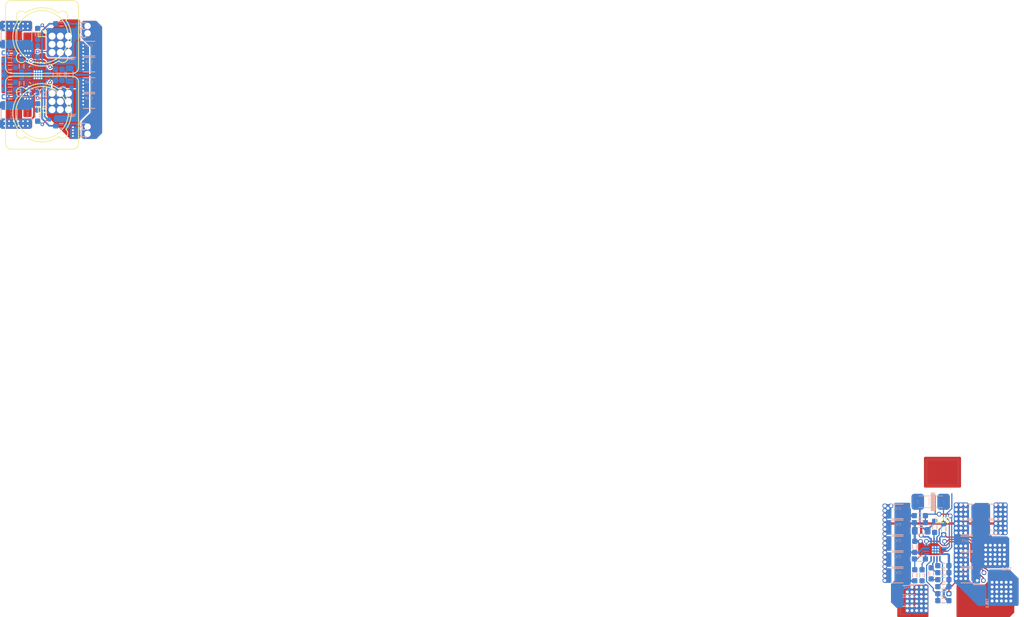
<source format=kicad_pcb>
(kicad_pcb (version 4) (host pcbnew 4.0.4-stable)
  (layers (0 F.Cu mixed) (31 B.Cu mixed) (34 B.Paste user) (35 F.Paste user) (36 B.SilkS user) (37 F.SilkS user) (38 B.Mask user) (39 F.Mask user) (44 Edge.Cuts user))
  (net 0 "")
  (net 1 "Net-(C12-Pad1)")
  (net 2 "Net-(C12-Pad2)")
  (net 3 "Net-(Cboot1-Pad1)")
  (net 4 "Net-(Cboot1-Pad2)")
  (net 5 "Net-(Ccomp1-Pad1)")
  (net 6 "Net-(Ccomp2-Pad1)")
  (net 7 +8V)
  (net 8 +20V)
  (net 9 "Net-(Css1-Pad1)")
  (net 10 "Net-(Cvcc1-Pad1)")
  (net 11 "Net-(L1-Pad1)")
  (net 12 "Net-(Rt1-Pad1)")
  (net 13 "Net-(T1-PadG)")
  (net 14 "Net-(T2-PadG)")
  (net 15 Pgood20)
  (net 16 AGND)
  (net 17 PGND)
  (net 18 "Net-(R19-Pad2)")
  (net 19 EN20)
  (net 20 "Net-(VREG3_5-Pad19)")
  (net 21 "Net-(Cboot20-Pad1)")
  (net 22 "Net-(Cboot20-Pad2)")
  (net 23 "Net-(Cboot2-Pad1)")
  (net 24 +3V3)
  (net 25 +5V)
  (net 26 "Net-(L20-Pad1)")
  (net 27 "Net-(Rfbb20-Pad1)")
  (net 28 "Net-(Rvin1-Pad2)")
  (net 29 "Net-(Rgate2-Pad1)")
  (net 30 "Net-(Rgate1-Pad1)")
  (net 31 "Net-(T20.1-PadG)")
  (net 32 "Net-(T20.2-PadG)")
  (net 33 "Net-(Rcs1-Pad2)")
  (net 34 "Net-(Rfbb5-Pad2)")
  (net 35 "Net-(Cvreg3-Pad2)")
  (net 36 "Net-(Rfbb3-Pad2)")
  (net 37 "Net-(Rcs2-Pad1)")
  (net 38 "Net-(Ren1-Pad2)")
  (net 39 "Net-(Rpgood1-Pad2)")
  (net 40 "Net-(Rramp2-Pad1)")
  (net 41 "Net-(Rgate2-Pad2)")
  (net 42 "Net-(Cvreg5-Pad2)")
  (net 43 "Net-(Rgate1-Pad2)")
  (net 44 "Net-(Rramp1-Pad2)")
  (net 45 "Net-(Ren2-Pad2)")
  (net 46 "Net-(Cboot2-Pad2)")
  (net 47 "Net-(T3.4-PadG)")
  (net 48 "Net-(T5.2-PadG)")
  (module mox:Via-1.2mm (layer F.Cu) (at 2.425 3.175)
    (fp_text reference REF**1151 hide)
    (fp_text value Via-1.2mm hide)
    (pad 1 thru_hole circle (at 0 0) (size 1.4 1.4) (drill 1.2) (layers *.Cu) (net 3 "Net-(Cboot1-Pad1)"))
  )
  (module mox:Via-1.2mm (layer F.Cu) (at 3.825 3.175)
    (fp_text reference REF**1151 hide)
    (fp_text value Via-1.2mm hide)
    (pad 1 thru_hole circle (at 0 0) (size 1.4 1.4) (drill 1.2) (layers *.Cu) (net 3 "Net-(Cboot1-Pad1)"))
  )
  (module mox:Via-1.2mm (layer F.Cu) (at 5.225 3.175)
    (fp_text reference REF**1151 hide)
    (fp_text value Via-1.2mm hide)
    (pad 1 thru_hole circle (at 0 0) (size 1.4 1.4) (drill 1.2) (layers *.Cu) (net 3 "Net-(Cboot1-Pad1)"))
  )
  (module mox:Via-1.2mm (layer F.Cu) (at 5.225 4.575)
    (fp_text reference REF**1151 hide)
    (fp_text value Via-1.2mm hide)
    (pad 1 thru_hole circle (at 0 0) (size 1.4 1.4) (drill 1.2) (layers *.Cu) (net 3 "Net-(Cboot1-Pad1)"))
  )
  (module mox:Via-1.2mm (layer F.Cu) (at 3.825 4.575)
    (fp_text reference REF**1151 hide)
    (fp_text value Via-1.2mm hide)
    (pad 1 thru_hole circle (at 0 0) (size 1.4 1.4) (drill 1.2) (layers *.Cu) (net 3 "Net-(Cboot1-Pad1)"))
  )
  (module mox:Via-1.2mm (layer F.Cu) (at 2.425 4.575)
    (fp_text reference REF**1151 hide)
    (fp_text value Via-1.2mm hide)
    (pad 1 thru_hole circle (at 0 0) (size 1.4 1.4) (drill 1.2) (layers *.Cu) (net 3 "Net-(Cboot1-Pad1)"))
  )
  (module mox:Via-1.2mm (layer F.Cu) (at 2.425 5.975)
    (fp_text reference REF**1151 hide)
    (fp_text value Via-1.2mm hide)
    (pad 1 thru_hole circle (at 0 0) (size 1.4 1.4) (drill 1.2) (layers *.Cu) (net 3 "Net-(Cboot1-Pad1)"))
  )
  (module mox:Via-1.2mm (layer F.Cu) (at 3.825 5.975)
    (fp_text reference REF**1151 hide)
    (fp_text value Via-1.2mm hide)
    (pad 1 thru_hole circle (at 0 0) (size 1.4 1.4) (drill 1.2) (layers *.Cu) (net 3 "Net-(Cboot1-Pad1)"))
  )
  (module mox:Via-1.2mm (layer F.Cu) (at 5.225 5.975)
    (fp_text reference REF**1151 hide)
    (fp_text value Via-1.2mm hide)
    (pad 1 thru_hole circle (at 0 0) (size 1.4 1.4) (drill 1.2) (layers *.Cu) (net 3 "Net-(Cboot1-Pad1)"))
  )
  (module mox:Via-0.3mm (layer F.Cu) (at -0.6 0.6)
    (fp_text reference REF** hide)
    (fp_text value Via-0.3mm hide)
    (pad 1 thru_hole circle (at 0 0) (size 0.6 0.6) (drill 0.3) (layers *.Cu) (net 17 PGND))
  )
  (module mox:Via-0.3mm (layer F.Cu) (at -0.2 0.6)
    (fp_text reference REF** hide)
    (fp_text value Via-0.3mm hide)
    (pad 1 thru_hole circle (at 0 0) (size 0.6 0.6) (drill 0.3) (layers *.Cu) (net 17 PGND))
  )
  (module mox:Via-0.3mm (layer F.Cu) (at 0.2 0.6)
    (fp_text reference REF** hide)
    (fp_text value Via-0.3mm hide)
    (pad 1 thru_hole circle (at 0 0) (size 0.6 0.6) (drill 0.3) (layers *.Cu) (net 17 PGND))
  )
  (module mox:Via-0.3mm (layer F.Cu) (at 0.6 0.6)
    (fp_text reference REF** hide)
    (fp_text value Via-0.3mm hide)
    (pad 1 thru_hole circle (at 0 0) (size 0.6 0.6) (drill 0.3) (layers *.Cu) (net 17 PGND))
  )
  (module mox:Via-0.3mm (layer F.Cu) (at -0.6 0.2)
    (fp_text reference REF** hide)
    (fp_text value Via-0.3mm hide)
    (pad 1 thru_hole circle (at 0 0) (size 0.6 0.6) (drill 0.3) (layers *.Cu) (net 17 PGND))
  )
  (module mox:Via-0.3mm (layer F.Cu) (at -0.2 0.2)
    (fp_text reference REF** hide)
    (fp_text value Via-0.3mm hide)
    (pad 1 thru_hole circle (at 0 0) (size 0.6 0.6) (drill 0.3) (layers *.Cu) (net 17 PGND))
  )
  (module mox:Via-0.3mm (layer F.Cu) (at 0.2 0.2)
    (fp_text reference REF** hide)
    (fp_text value Via-0.3mm hide)
    (pad 1 thru_hole circle (at 0 0) (size 0.6 0.6) (drill 0.3) (layers *.Cu) (net 17 PGND))
  )
  (module mox:Via-0.3mm (layer F.Cu) (at 0.6 0.2)
    (fp_text reference REF** hide)
    (fp_text value Via-0.3mm hide)
    (pad 1 thru_hole circle (at 0 0) (size 0.6 0.6) (drill 0.3) (layers *.Cu) (net 17 PGND))
  )
  (module mox:Via-0.3mm (layer F.Cu) (at -0.6 -0.2)
    (fp_text reference REF** hide)
    (fp_text value Via-0.3mm hide)
    (pad 1 thru_hole circle (at 0 0) (size 0.6 0.6) (drill 0.3) (layers *.Cu) (net 17 PGND))
  )
  (module mox:Via-0.3mm (layer F.Cu) (at -0.2 -0.2)
    (fp_text reference REF** hide)
    (fp_text value Via-0.3mm hide)
    (pad 1 thru_hole circle (at 0 0) (size 0.6 0.6) (drill 0.3) (layers *.Cu) (net 17 PGND))
  )
  (module mox:Via-0.3mm (layer F.Cu) (at 0.2 -0.2)
    (fp_text reference REF** hide)
    (fp_text value Via-0.3mm hide)
    (pad 1 thru_hole circle (at 0 0) (size 0.6 0.6) (drill 0.3) (layers *.Cu) (net 17 PGND))
  )
  (module mox:Via-0.3mm (layer F.Cu) (at 0.6 -0.2)
    (fp_text reference REF** hide)
    (fp_text value Via-0.3mm hide)
    (pad 1 thru_hole circle (at 0 0) (size 0.6 0.6) (drill 0.3) (layers *.Cu) (net 17 PGND))
  )
  (module mox:Via-0.3mm (layer F.Cu) (at 0.6 -0.6)
    (fp_text reference REF** hide)
    (fp_text value Via-0.3mm hide)
    (pad 1 thru_hole circle (at 0 0) (size 0.6 0.6) (drill 0.3) (layers *.Cu) (net 17 PGND))
  )
  (module mox:Via-0.3mm (layer F.Cu) (at 0.2 -0.6)
    (fp_text reference REF** hide)
    (fp_text value Via-0.3mm hide)
    (pad 1 thru_hole circle (at 0 0) (size 0.6 0.6) (drill 0.3) (layers *.Cu) (net 17 PGND))
  )
  (module mox:Via-0.3mm (layer F.Cu) (at -0.2 -0.6)
    (fp_text reference REF** hide)
    (fp_text value Via-0.3mm hide)
    (pad 1 thru_hole circle (at 0 0) (size 0.6 0.6) (drill 0.3) (layers *.Cu) (net 17 PGND))
  )
  (module mox:Via-0.3mm (layer F.Cu) (at 153.3 81.875)
    (fp_text reference REF** hide)
    (fp_text value Via-0.3mm hide)
    (pad 1 thru_hole circle (at 0 0) (size 0.6 0.6) (drill 0.3) (layers *.Cu) (net 16 AGND))
  )
  (module mox:Via-0.3mm (layer F.Cu) (at 153.75 81.875)
    (fp_text reference REF** hide)
    (fp_text value Via-0.3mm hide)
    (pad 1 thru_hole circle (at 0 0) (size 0.6 0.6) (drill 0.3) (layers *.Cu) (net 16 AGND))
  )
  (module mox:Via-0.3mm (layer F.Cu) (at 154.2 81.875)
    (fp_text reference REF** hide)
    (fp_text value Via-0.3mm hide)
    (pad 1 thru_hole circle (at 0 0) (size 0.6 0.6) (drill 0.3) (layers *.Cu) (net 16 AGND))
  )
  (module mox:Via-0.3mm (layer F.Cu) (at 153.3 81.425)
    (fp_text reference REF** hide)
    (fp_text value Via-0.3mm hide)
    (pad 1 thru_hole circle (at 0 0) (size 0.6 0.6) (drill 0.3) (layers *.Cu) (net 16 AGND))
  )
  (module mox:Via-0.3mm (layer F.Cu) (at 153.75 81.425)
    (fp_text reference REF** hide)
    (fp_text value Via-0.3mm hide)
    (pad 1 thru_hole circle (at 0 0) (size 0.6 0.6) (drill 0.3) (layers *.Cu) (net 16 AGND))
  )
  (module mox:Via-0.3mm (layer F.Cu) (at 154.2 81.425)
    (fp_text reference REF** hide)
    (fp_text value Via-0.3mm hide)
    (pad 1 thru_hole circle (at 0 0) (size 0.6 0.6) (drill 0.3) (layers *.Cu) (net 16 AGND))
  )
  (module mox:Via-0.3mm (layer F.Cu) (at 154.2 80.975)
    (fp_text reference REF** hide)
    (fp_text value Via-0.3mm hide)
    (pad 1 thru_hole circle (at 0 0) (size 0.6 0.6) (drill 0.3) (layers *.Cu) (net 16 AGND))
  )
  (module mox:Via-0.3mm (layer F.Cu) (at 153.75 80.975)
    (fp_text reference REF** hide)
    (fp_text value Via-0.3mm hide)
    (pad 1 thru_hole circle (at 0 0) (size 0.6 0.6) (drill 0.3) (layers *.Cu) (net 16 AGND))
  )
  (module mox:Via-0.5mm (layer F.Cu) (at 163.45 87)
    (fp_text reference REF**1111 hide)
    (fp_text value Via-0.5mm hide)
    (pad 1 thru_hole circle (at 0 0) (size 0.8 0.8) (drill 0.5) (layers *.Cu) (net 3 "Net-(Cboot1-Pad1)"))
  )
  (module mox:Via-0.5mm (layer F.Cu) (at 164.25 87)
    (fp_text reference REF**1121 hide)
    (fp_text value Via-0.5mm hide)
    (pad 1 thru_hole circle (at 0 0) (size 0.8 0.8) (drill 0.5) (layers *.Cu) (net 3 "Net-(Cboot1-Pad1)"))
  )
  (module mox:Via-0.5mm (layer F.Cu) (at 165.05 87)
    (fp_text reference REF**1131 hide)
    (fp_text value Via-0.5mm hide)
    (pad 1 thru_hole circle (at 0 0) (size 0.8 0.8) (drill 0.5) (layers *.Cu) (net 3 "Net-(Cboot1-Pad1)"))
  )
  (module mox:Via-0.5mm (layer F.Cu) (at 165.85 87)
    (fp_text reference REF**1141 hide)
    (fp_text value Via-0.5mm hide)
    (pad 1 thru_hole circle (at 0 0) (size 0.8 0.8) (drill 0.5) (layers *.Cu) (net 3 "Net-(Cboot1-Pad1)"))
  )
  (module mox:Via-0.5mm (layer F.Cu) (at 166.65 87)
    (fp_text reference REF**1151 hide)
    (fp_text value Via-0.5mm hide)
    (pad 1 thru_hole circle (at 0 0) (size 0.8 0.8) (drill 0.5) (layers *.Cu) (net 3 "Net-(Cboot1-Pad1)"))
  )
  (module mox:Via-0.5mm (layer F.Cu) (at 166.65 87.8)
    (fp_text reference REF**1152 hide)
    (fp_text value Via-0.5mm hide)
    (pad 1 thru_hole circle (at 0 0) (size 0.8 0.8) (drill 0.5) (layers *.Cu) (net 3 "Net-(Cboot1-Pad1)"))
  )
  (module mox:Via-0.5mm (layer F.Cu) (at 165.85 87.8)
    (fp_text reference REF**1142 hide)
    (fp_text value Via-0.5mm hide)
    (pad 1 thru_hole circle (at 0 0) (size 0.8 0.8) (drill 0.5) (layers *.Cu) (net 3 "Net-(Cboot1-Pad1)"))
  )
  (module mox:Via-0.5mm (layer F.Cu) (at 165.05 87.8)
    (fp_text reference REF**1132 hide)
    (fp_text value Via-0.5mm hide)
    (pad 1 thru_hole circle (at 0 0) (size 0.8 0.8) (drill 0.5) (layers *.Cu) (net 3 "Net-(Cboot1-Pad1)"))
  )
  (module mox:Via-0.5mm (layer F.Cu) (at 164.25 87.8)
    (fp_text reference REF**1122 hide)
    (fp_text value Via-0.5mm hide)
    (pad 1 thru_hole circle (at 0 0) (size 0.8 0.8) (drill 0.5) (layers *.Cu) (net 3 "Net-(Cboot1-Pad1)"))
  )
  (module mox:Via-0.5mm (layer F.Cu) (at 163.45 87.8)
    (fp_text reference REF**1112 hide)
    (fp_text value Via-0.5mm hide)
    (pad 1 thru_hole circle (at 0 0) (size 0.8 0.8) (drill 0.5) (layers *.Cu) (net 3 "Net-(Cboot1-Pad1)"))
  )
  (module mox:Via-0.5mm (layer F.Cu) (at 163.45 88.6)
    (fp_text reference REF**1113 hide)
    (fp_text value Via-0.5mm hide)
    (pad 1 thru_hole circle (at 0 0) (size 0.8 0.8) (drill 0.5) (layers *.Cu) (net 3 "Net-(Cboot1-Pad1)"))
  )
  (module mox:Via-0.5mm (layer F.Cu) (at 164.25 88.6)
    (fp_text reference REF**1123 hide)
    (fp_text value Via-0.5mm hide)
    (pad 1 thru_hole circle (at 0 0) (size 0.8 0.8) (drill 0.5) (layers *.Cu) (net 3 "Net-(Cboot1-Pad1)"))
  )
  (module mox:Via-0.5mm (layer F.Cu) (at 165.05 88.6)
    (fp_text reference REF**1133 hide)
    (fp_text value Via-0.5mm hide)
    (pad 1 thru_hole circle (at 0 0) (size 0.8 0.8) (drill 0.5) (layers *.Cu) (net 3 "Net-(Cboot1-Pad1)"))
  )
  (module mox:Via-0.5mm (layer F.Cu) (at 165.85 88.6)
    (fp_text reference REF**1143 hide)
    (fp_text value Via-0.5mm hide)
    (pad 1 thru_hole circle (at 0 0) (size 0.8 0.8) (drill 0.5) (layers *.Cu) (net 3 "Net-(Cboot1-Pad1)"))
  )
  (module mox:Via-0.5mm (layer F.Cu) (at 166.65 88.6)
    (fp_text reference REF**1153 hide)
    (fp_text value Via-0.5mm hide)
    (pad 1 thru_hole circle (at 0 0) (size 0.8 0.8) (drill 0.5) (layers *.Cu) (net 3 "Net-(Cboot1-Pad1)"))
  )
  (module mox:Via-0.5mm (layer F.Cu) (at 166.65 89.4)
    (fp_text reference REF**1154 hide)
    (fp_text value Via-0.5mm hide)
    (pad 1 thru_hole circle (at 0 0) (size 0.8 0.8) (drill 0.5) (layers *.Cu) (net 3 "Net-(Cboot1-Pad1)"))
  )
  (module mox:Via-0.5mm (layer F.Cu) (at 165.85 89.4)
    (fp_text reference REF**1144 hide)
    (fp_text value Via-0.5mm hide)
    (pad 1 thru_hole circle (at 0 0) (size 0.8 0.8) (drill 0.5) (layers *.Cu) (net 3 "Net-(Cboot1-Pad1)"))
  )
  (module mox:Via-0.5mm (layer F.Cu) (at 165.05 89.4)
    (fp_text reference REF**1134 hide)
    (fp_text value Via-0.5mm hide)
    (pad 1 thru_hole circle (at 0 0) (size 0.8 0.8) (drill 0.5) (layers *.Cu) (net 3 "Net-(Cboot1-Pad1)"))
  )
  (module mox:Via-0.5mm (layer F.Cu) (at 164.25 89.4)
    (fp_text reference REF**1124 hide)
    (fp_text value Via-0.5mm hide)
    (pad 1 thru_hole circle (at 0 0) (size 0.8 0.8) (drill 0.5) (layers *.Cu) (net 3 "Net-(Cboot1-Pad1)"))
  )
  (module mox:Via-0.5mm (layer F.Cu) (at 163.45 89.4)
    (fp_text reference REF**1114 hide)
    (fp_text value Via-0.5mm hide)
    (pad 1 thru_hole circle (at 0 0) (size 0.8 0.8) (drill 0.5) (layers *.Cu) (net 3 "Net-(Cboot1-Pad1)"))
  )
  (module mox:Via-0.5mm (layer F.Cu) (at 164.25 90.2)
    (fp_text reference REF**1125 hide)
    (fp_text value Via-0.5mm hide)
    (pad 1 thru_hole circle (at 0 0) (size 0.8 0.8) (drill 0.5) (layers *.Cu) (net 3 "Net-(Cboot1-Pad1)"))
  )
  (module mox:Via-0.5mm (layer F.Cu) (at 165.05 90.2)
    (fp_text reference REF**1135 hide)
    (fp_text value Via-0.5mm hide)
    (pad 1 thru_hole circle (at 0 0) (size 0.8 0.8) (drill 0.5) (layers *.Cu) (net 3 "Net-(Cboot1-Pad1)"))
  )
  (module mox:Via-0.5mm (layer F.Cu) (at 165.85 90.2)
    (fp_text reference REF**1145 hide)
    (fp_text value Via-0.5mm hide)
    (pad 1 thru_hole circle (at 0 0) (size 0.8 0.8) (drill 0.5) (layers *.Cu) (net 3 "Net-(Cboot1-Pad1)"))
  )
  (module mox:Via-0.5mm (layer F.Cu) (at 166.65 90.2)
    (fp_text reference REF**1155 hide)
    (fp_text value Via-0.5mm hide)
    (pad 1 thru_hole circle (at 0 0) (size 0.8 0.8) (drill 0.5) (layers *.Cu) (net 3 "Net-(Cboot1-Pad1)"))
  )
  (module mox:Via-0.5mm (layer F.Cu) (at 163.45 90.2)
    (fp_text reference REF**1115 hide)
    (fp_text value Via-0.5mm hide)
    (pad 1 thru_hole circle (at 0 0) (size 0.8 0.8) (drill 0.5) (layers *.Cu) (net 3 "Net-(Cboot1-Pad1)"))
  )
  (module mox:Via-0.3mm (layer F.Cu) (at 6 9)
    (fp_text reference REF** hide)
    (fp_text value Via-0.3mm hide)
    (pad 1 thru_hole circle (at 0 0) (size 0.6 0.6) (drill 0.3) (layers *.Cu) (net 3 "Net-(Cboot1-Pad1)"))
  )
  (module mox:Via-0.3mm (layer F.Cu) (at 6 9.5)
    (fp_text reference REF** hide)
    (fp_text value Via-0.3mm hide)
    (pad 1 thru_hole circle (at 0 0) (size 0.6 0.6) (drill 0.3) (layers *.Cu) (net 3 "Net-(Cboot1-Pad1)"))
  )
  (module mox:Via-0.3mm (layer F.Cu) (at 6 10)
    (fp_text reference REF** hide)
    (fp_text value Via-0.3mm hide)
    (pad 1 thru_hole circle (at 0 0) (size 0.6 0.6) (drill 0.3) (layers *.Cu) (net 3 "Net-(Cboot1-Pad1)"))
  )
  (module mox:Via-0.3mm (layer F.Cu) (at 6 10.5)
    (fp_text reference REF** hide)
    (fp_text value Via-0.3mm hide)
    (pad 1 thru_hole circle (at 0 0) (size 0.6 0.6) (drill 0.3) (layers *.Cu) (net 3 "Net-(Cboot1-Pad1)"))
  )
  (module mox:Via-0.5mm (layer F.Cu) (at 163.15 83.85)
    (fp_text reference REF**1111125 hide)
    (fp_text value Via-0.5mm hide)
    (pad 1 thru_hole circle (at 0 0) (size 0.8 0.8) (drill 0.5) (layers *.Cu) (net 8 +20V))
  )
  (module mox:Via-0.5mm (layer F.Cu) (at 163.95 83.85)
    (fp_text reference REF**1111135 hide)
    (fp_text value Via-0.5mm hide)
    (pad 1 thru_hole circle (at 0 0) (size 0.8 0.8) (drill 0.5) (layers *.Cu) (net 8 +20V))
  )
  (module mox:Via-0.5mm (layer F.Cu) (at 164.75 83.85)
    (fp_text reference REF**1111145 hide)
    (fp_text value Via-0.5mm hide)
    (pad 1 thru_hole circle (at 0 0) (size 0.8 0.8) (drill 0.5) (layers *.Cu) (net 8 +20V))
  )
  (module mox:Via-0.5mm (layer F.Cu) (at 165.55 83.85)
    (fp_text reference REF**1111155 hide)
    (fp_text value Via-0.5mm hide)
    (pad 1 thru_hole circle (at 0 0) (size 0.8 0.8) (drill 0.5) (layers *.Cu) (net 8 +20V))
  )
  (module mox:Via-0.5mm (layer F.Cu) (at 165.55 83.05)
    (fp_text reference REF**1111154 hide)
    (fp_text value Via-0.5mm hide)
    (pad 1 thru_hole circle (at 0 0) (size 0.8 0.8) (drill 0.5) (layers *.Cu) (net 8 +20V))
  )
  (module mox:Via-0.5mm (layer F.Cu) (at 164.75 83.05)
    (fp_text reference REF**1111144 hide)
    (fp_text value Via-0.5mm hide)
    (pad 1 thru_hole circle (at 0 0) (size 0.8 0.8) (drill 0.5) (layers *.Cu) (net 8 +20V))
  )
  (module mox:Via-0.5mm (layer F.Cu) (at 163.95 83.05)
    (fp_text reference REF**1111134 hide)
    (fp_text value Via-0.5mm hide)
    (pad 1 thru_hole circle (at 0 0) (size 0.8 0.8) (drill 0.5) (layers *.Cu) (net 8 +20V))
  )
  (module mox:Via-0.5mm (layer F.Cu) (at 163.15 83.05)
    (fp_text reference REF**1111124 hide)
    (fp_text value Via-0.5mm hide)
    (pad 1 thru_hole circle (at 0 0) (size 0.8 0.8) (drill 0.5) (layers *.Cu) (net 8 +20V))
  )
  (module mox:Via-0.5mm (layer F.Cu) (at 162.35 83.05)
    (fp_text reference REF**1111114 hide)
    (fp_text value Via-0.5mm hide)
    (pad 1 thru_hole circle (at 0 0) (size 0.8 0.8) (drill 0.5) (layers *.Cu) (net 8 +20V))
  )
  (module mox:Via-0.5mm (layer F.Cu) (at 162.35 82.25)
    (fp_text reference REF**1111113 hide)
    (fp_text value Via-0.5mm hide)
    (pad 1 thru_hole circle (at 0 0) (size 0.8 0.8) (drill 0.5) (layers *.Cu) (net 8 +20V))
  )
  (module mox:Via-0.5mm (layer F.Cu) (at 163.15 82.25)
    (fp_text reference REF**1111123 hide)
    (fp_text value Via-0.5mm hide)
    (pad 1 thru_hole circle (at 0 0) (size 0.8 0.8) (drill 0.5) (layers *.Cu) (net 8 +20V))
  )
  (module mox:Via-0.5mm (layer F.Cu) (at 163.95 82.25)
    (fp_text reference REF**1111133 hide)
    (fp_text value Via-0.5mm hide)
    (pad 1 thru_hole circle (at 0 0) (size 0.8 0.8) (drill 0.5) (layers *.Cu) (net 8 +20V))
  )
  (module mox:Via-0.5mm (layer F.Cu) (at 164.75 82.25)
    (fp_text reference REF**1111143 hide)
    (fp_text value Via-0.5mm hide)
    (pad 1 thru_hole circle (at 0 0) (size 0.8 0.8) (drill 0.5) (layers *.Cu) (net 8 +20V))
  )
  (module mox:Via-0.5mm (layer F.Cu) (at 165.55 82.25)
    (fp_text reference REF**1111153 hide)
    (fp_text value Via-0.5mm hide)
    (pad 1 thru_hole circle (at 0 0) (size 0.8 0.8) (drill 0.5) (layers *.Cu) (net 8 +20V))
  )
  (module mox:Via-0.5mm (layer F.Cu) (at 165.55 81.45)
    (fp_text reference REF**1111152 hide)
    (fp_text value Via-0.5mm hide)
    (pad 1 thru_hole circle (at 0 0) (size 0.8 0.8) (drill 0.5) (layers *.Cu) (net 8 +20V))
  )
  (module mox:Via-0.5mm (layer F.Cu) (at 164.75 81.45)
    (fp_text reference REF**1111142 hide)
    (fp_text value Via-0.5mm hide)
    (pad 1 thru_hole circle (at 0 0) (size 0.8 0.8) (drill 0.5) (layers *.Cu) (net 8 +20V))
  )
  (module mox:Via-0.5mm (layer F.Cu) (at 163.95 81.45)
    (fp_text reference REF**1111132 hide)
    (fp_text value Via-0.5mm hide)
    (pad 1 thru_hole circle (at 0 0) (size 0.8 0.8) (drill 0.5) (layers *.Cu) (net 8 +20V))
  )
  (module mox:Via-0.5mm (layer F.Cu) (at 163.15 81.45)
    (fp_text reference REF**1111122 hide)
    (fp_text value Via-0.5mm hide)
    (pad 1 thru_hole circle (at 0 0) (size 0.8 0.8) (drill 0.5) (layers *.Cu) (net 8 +20V))
  )
  (module mox:Via-0.5mm (layer F.Cu) (at 162.35 81.45)
    (fp_text reference REF**1111112 hide)
    (fp_text value Via-0.5mm hide)
    (pad 1 thru_hole circle (at 0 0) (size 0.8 0.8) (drill 0.5) (layers *.Cu) (net 8 +20V))
  )
  (module mox:Via-0.5mm (layer F.Cu) (at 162.35 80.65)
    (fp_text reference REF**1111111 hide)
    (fp_text value Via-0.5mm hide)
    (pad 1 thru_hole circle (at 0 0) (size 0.8 0.8) (drill 0.5) (layers *.Cu) (net 8 +20V))
  )
  (module mox:Via-0.5mm (layer F.Cu) (at 163.15 80.65)
    (fp_text reference REF**1111121 hide)
    (fp_text value Via-0.5mm hide)
    (pad 1 thru_hole circle (at 0 0) (size 0.8 0.8) (drill 0.5) (layers *.Cu) (net 8 +20V))
  )
  (module mox:Via-0.5mm (layer F.Cu) (at 163.95 80.65)
    (fp_text reference REF**1111131 hide)
    (fp_text value Via-0.5mm hide)
    (pad 1 thru_hole circle (at 0 0) (size 0.8 0.8) (drill 0.5) (layers *.Cu) (net 8 +20V))
  )
  (module mox:Via-0.5mm (layer F.Cu) (at 164.75 80.65)
    (fp_text reference REF**1111141 hide)
    (fp_text value Via-0.5mm hide)
    (pad 1 thru_hole circle (at 0 0) (size 0.8 0.8) (drill 0.5) (layers *.Cu) (net 8 +20V))
  )
  (module mox:Via-0.5mm (layer F.Cu) (at 165.55 80.65)
    (fp_text reference REF**1111151 hide)
    (fp_text value Via-0.5mm hide)
    (pad 1 thru_hole circle (at 0 0) (size 0.8 0.8) (drill 0.5) (layers *.Cu) (net 8 +20V))
  )
  (module mox:Via-0.5mm (layer F.Cu) (at 162.35 83.85)
    (fp_text reference REF**1111115 hide)
    (fp_text value Via-0.5mm hide)
    (pad 1 thru_hole circle (at 0 0) (size 0.8 0.8) (drill 0.5) (layers *.Cu) (net 8 +20V))
  )
  (module mox:Via-1.1mm (layer F.Cu) (at 8.5 -7.125)
    (fp_text reference REF**1151 hide)
    (fp_text value Via-1.1mm hide)
    (pad 1 thru_hole circle (at 0 0) (size 1.3 1.3) (drill 1.1) (layers *.Cu) (net 7 +8V))
  )
  (module mox:Via-1.1mm (layer F.Cu) (at 8.5 -8.375)
    (fp_text reference REF**1151 hide)
    (fp_text value Via-1.1mm hide)
    (pad 1 thru_hole circle (at 0 0) (size 1.3 1.3) (drill 1.1) (layers *.Cu) (net 7 +8V))
  )
  (module mox:Via-1.2mm (layer F.Cu) (at 5.225 -3.825)
    (fp_text reference REF**1151 hide)
    (fp_text value Via-1.2mm hide)
    (pad 1 thru_hole circle (at 0 0) (size 1.4 1.4) (drill 1.2) (layers *.Cu) (net 23 "Net-(Cboot2-Pad1)"))
  )
  (module mox:Via-1.2mm (layer F.Cu) (at 3.825 -3.825)
    (fp_text reference REF**1151 hide)
    (fp_text value Via-1.2mm hide)
    (pad 1 thru_hole circle (at 0 0) (size 1.4 1.4) (drill 1.2) (layers *.Cu) (net 23 "Net-(Cboot2-Pad1)"))
  )
  (module mox:Via-1.2mm (layer F.Cu) (at 2.425 -3.825)
    (fp_text reference REF**1151 hide)
    (fp_text value Via-1.2mm hide)
    (pad 1 thru_hole circle (at 0 0) (size 1.4 1.4) (drill 1.2) (layers *.Cu) (net 23 "Net-(Cboot2-Pad1)"))
  )
  (module mox:Via-1.2mm (layer F.Cu) (at 5.225 -5.225)
    (fp_text reference REF**1151 hide)
    (fp_text value Via-1.2mm hide)
    (pad 1 thru_hole circle (at 0 0) (size 1.4 1.4) (drill 1.2) (layers *.Cu) (net 23 "Net-(Cboot2-Pad1)"))
  )
  (module mox:Via-1.2mm (layer F.Cu) (at 3.825 -5.225)
    (fp_text reference REF**1151 hide)
    (fp_text value Via-1.2mm hide)
    (pad 1 thru_hole circle (at 0 0) (size 1.4 1.4) (drill 1.2) (layers *.Cu) (net 23 "Net-(Cboot2-Pad1)"))
  )
  (module mox:Via-1.2mm (layer F.Cu) (at 2.425 -5.225)
    (fp_text reference REF**1151 hide)
    (fp_text value Via-1.2mm hide)
    (pad 1 thru_hole circle (at 0 0) (size 1.4 1.4) (drill 1.2) (layers *.Cu) (net 23 "Net-(Cboot2-Pad1)"))
  )
  (module mox:Via-1.2mm (layer F.Cu) (at 5.225 -6.625)
    (fp_text reference REF**1151 hide)
    (fp_text value Via-1.2mm hide)
    (pad 1 thru_hole circle (at 0 0) (size 1.4 1.4) (drill 1.2) (layers *.Cu) (net 23 "Net-(Cboot2-Pad1)"))
  )
  (module mox:Via-1.2mm (layer F.Cu) (at 3.825 -6.625)
    (fp_text reference REF**1151 hide)
    (fp_text value Via-1.2mm hide)
    (pad 1 thru_hole circle (at 0 0) (size 1.4 1.4) (drill 1.2) (layers *.Cu) (net 23 "Net-(Cboot2-Pad1)"))
  )
  (module mox:Via-1.2mm (layer F.Cu) (at 2.425 -6.625)
    (fp_text reference REF**1151 hide)
    (fp_text value Via-1.2mm hide)
    (pad 1 thru_hole circle (at 0 0) (size 1.4 1.4) (drill 1.2) (layers *.Cu) (net 23 "Net-(Cboot2-Pad1)"))
  )
  (module mox:Via-0.3mm (layer F.Cu) (at 7.75 5.125)
    (fp_text reference REF** hide)
    (fp_text value Via-0.3mm hide)
    (pad 1 thru_hole circle (at 0 0) (size 0.6 0.6) (drill 0.3) (layers *.Cu) (net 17 PGND))
  )
  (module mox:Via-0.3mm (layer F.Cu) (at 7.75 4.525)
    (fp_text reference REF** hide)
    (fp_text value Via-0.3mm hide)
    (pad 1 thru_hole circle (at 0 0) (size 0.6 0.6) (drill 0.3) (layers *.Cu) (net 17 PGND))
  )
  (module mox:Via-0.3mm (layer F.Cu) (at 7.75 3.925)
    (fp_text reference REF** hide)
    (fp_text value Via-0.3mm hide)
    (pad 1 thru_hole circle (at 0 0) (size 0.6 0.6) (drill 0.3) (layers *.Cu) (net 17 PGND))
  )
  (module mox:Via-0.3mm (layer F.Cu) (at 7.75 3.325)
    (fp_text reference REF** hide)
    (fp_text value Via-0.3mm hide)
    (pad 1 thru_hole circle (at 0 0) (size 0.6 0.6) (drill 0.3) (layers *.Cu) (net 17 PGND))
  )
  (module mox:Via-0.3mm (layer F.Cu) (at 7.75 2.725)
    (fp_text reference REF** hide)
    (fp_text value Via-0.3mm hide)
    (pad 1 thru_hole circle (at 0 0) (size 0.6 0.6) (drill 0.3) (layers *.Cu) (net 17 PGND))
  )
  (module mox:Via-0.3mm (layer F.Cu) (at 7.75 2.125)
    (fp_text reference REF** hide)
    (fp_text value Via-0.3mm hide)
    (pad 1 thru_hole circle (at 0 0) (size 0.6 0.6) (drill 0.3) (layers *.Cu) (net 17 PGND))
  )
  (module mox:Via-0.3mm (layer F.Cu) (at 7.75 1.525)
    (fp_text reference REF** hide)
    (fp_text value Via-0.3mm hide)
    (pad 1 thru_hole circle (at 0 0) (size 0.6 0.6) (drill 0.3) (layers *.Cu) (net 17 PGND))
  )
  (module mox:Via-0.3mm (layer F.Cu) (at 7.75 0.925)
    (fp_text reference REF** hide)
    (fp_text value Via-0.3mm hide)
    (pad 1 thru_hole circle (at 0 0) (size 0.6 0.6) (drill 0.3) (layers *.Cu) (net 17 PGND))
  )
  (module mox:Via-0.3mm (layer F.Cu) (at 7.75 -0.925)
    (fp_text reference REF** hide)
    (fp_text value Via-0.3mm hide)
    (pad 1 thru_hole circle (at 0 0) (size 0.6 0.6) (drill 0.3) (layers *.Cu) (net 17 PGND))
  )
  (module mox:Via-0.3mm (layer F.Cu) (at 7.75 -1.525)
    (fp_text reference REF** hide)
    (fp_text value Via-0.3mm hide)
    (pad 1 thru_hole circle (at 0 0) (size 0.6 0.6) (drill 0.3) (layers *.Cu) (net 17 PGND))
  )
  (module mox:Via-0.3mm (layer F.Cu) (at 7.75 -2.125)
    (fp_text reference REF** hide)
    (fp_text value Via-0.3mm hide)
    (pad 1 thru_hole circle (at 0 0) (size 0.6 0.6) (drill 0.3) (layers *.Cu) (net 17 PGND))
  )
  (module mox:Via-0.3mm (layer F.Cu) (at 7.75 -2.725)
    (fp_text reference REF** hide)
    (fp_text value Via-0.3mm hide)
    (pad 1 thru_hole circle (at 0 0) (size 0.6 0.6) (drill 0.3) (layers *.Cu) (net 17 PGND))
  )
  (module mox:Via-0.3mm (layer F.Cu) (at 7.75 -3.325)
    (fp_text reference REF** hide)
    (fp_text value Via-0.3mm hide)
    (pad 1 thru_hole circle (at 0 0) (size 0.6 0.6) (drill 0.3) (layers *.Cu) (net 17 PGND))
  )
  (module mox:Via-0.3mm (layer F.Cu) (at 7.75 -3.925)
    (fp_text reference REF** hide)
    (fp_text value Via-0.3mm hide)
    (pad 1 thru_hole circle (at 0 0) (size 0.6 0.6) (drill 0.3) (layers *.Cu) (net 17 PGND))
  )
  (module mox:Via-0.3mm (layer F.Cu) (at 7.75 -4.525)
    (fp_text reference REF** hide)
    (fp_text value Via-0.3mm hide)
    (pad 1 thru_hole circle (at 0 0) (size 0.6 0.6) (drill 0.3) (layers *.Cu) (net 17 PGND))
  )
  (module mox:Via-0.3mm (layer F.Cu) (at 7.75 -5.125)
    (fp_text reference REF** hide)
    (fp_text value Via-0.3mm hide)
    (pad 1 thru_hole circle (at 0 0) (size 0.6 0.6) (drill 0.3) (layers *.Cu) (net 17 PGND))
  )
  (module mox:Via-0.3mm (layer F.Cu) (at -1.75 -7.95)
    (fp_text reference REF** hide)
    (fp_text value Via-0.3mm hide)
    (pad 1 thru_hole circle (at 0 0) (size 0.6 0.6) (drill 0.3) (layers *.Cu) (net 24 +3V3))
  )
  (module mox:Via-0.3mm (layer F.Cu) (at -2.55 -7.95)
    (fp_text reference REF** hide)
    (fp_text value Via-0.3mm hide)
    (pad 1 thru_hole circle (at 0 0) (size 0.6 0.6) (drill 0.3) (layers *.Cu) (net 24 +3V3))
  )
  (module mox:Via-0.3mm (layer F.Cu) (at -3.35 -7.95)
    (fp_text reference REF** hide)
    (fp_text value Via-0.3mm hide)
    (pad 1 thru_hole circle (at 0 0) (size 0.6 0.6) (drill 0.3) (layers *.Cu) (net 24 +3V3))
  )
  (module mox:Via-0.3mm (layer F.Cu) (at -4.15 -7.95)
    (fp_text reference REF** hide)
    (fp_text value Via-0.3mm hide)
    (pad 1 thru_hole circle (at 0 0) (size 0.6 0.6) (drill 0.3) (layers *.Cu) (net 24 +3V3))
  )
  (module mox:Via-0.3mm (layer F.Cu) (at -4.95 -7.95)
    (fp_text reference REF** hide)
    (fp_text value Via-0.3mm hide)
    (pad 1 thru_hole circle (at 0 0) (size 0.6 0.6) (drill 0.3) (layers *.Cu) (net 24 +3V3))
  )
  (module mox:Via-0.3mm (layer F.Cu) (at -5.75 -7.95)
    (fp_text reference REF** hide)
    (fp_text value Via-0.3mm hide)
    (pad 1 thru_hole circle (at 0 0) (size 0.6 0.6) (drill 0.3) (layers *.Cu) (net 24 +3V3))
  )
  (module mox:Via-0.3mm (layer F.Cu) (at -1.75 -8.75)
    (fp_text reference REF** hide)
    (fp_text value Via-0.3mm hide)
    (pad 1 thru_hole circle (at 0 0) (size 0.6 0.6) (drill 0.3) (layers *.Cu) (net 24 +3V3))
  )
  (module mox:Via-0.3mm (layer F.Cu) (at -2.55 -8.75)
    (fp_text reference REF** hide)
    (fp_text value Via-0.3mm hide)
    (pad 1 thru_hole circle (at 0 0) (size 0.6 0.6) (drill 0.3) (layers *.Cu) (net 24 +3V3))
  )
  (module mox:Via-0.3mm (layer F.Cu) (at -3.35 -8.75)
    (fp_text reference REF** hide)
    (fp_text value Via-0.3mm hide)
    (pad 1 thru_hole circle (at 0 0) (size 0.6 0.6) (drill 0.3) (layers *.Cu) (net 24 +3V3))
  )
  (module mox:Via-0.3mm (layer F.Cu) (at -4.15 -8.75)
    (fp_text reference REF** hide)
    (fp_text value Via-0.3mm hide)
    (pad 1 thru_hole circle (at 0 0) (size 0.6 0.6) (drill 0.3) (layers *.Cu) (net 24 +3V3))
  )
  (module mox:Via-0.3mm (layer F.Cu) (at -4.95 -8.75)
    (fp_text reference REF** hide)
    (fp_text value Via-0.3mm hide)
    (pad 1 thru_hole circle (at 0 0) (size 0.6 0.6) (drill 0.3) (layers *.Cu) (net 24 +3V3))
  )
  (module mox:Via-0.3mm (layer F.Cu) (at -1.75 7.95)
    (fp_text reference REF** hide)
    (fp_text value Via-0.3mm hide)
    (pad 1 thru_hole circle (at 0 0) (size 0.6 0.6) (drill 0.3) (layers *.Cu) (net 25 +5V))
  )
  (module mox:Via-0.3mm (layer F.Cu) (at -2.55 7.95)
    (fp_text reference REF** hide)
    (fp_text value Via-0.3mm hide)
    (pad 1 thru_hole circle (at 0 0) (size 0.6 0.6) (drill 0.3) (layers *.Cu) (net 25 +5V))
  )
  (module mox:Via-0.3mm (layer F.Cu) (at -3.35 7.95)
    (fp_text reference REF** hide)
    (fp_text value Via-0.3mm hide)
    (pad 1 thru_hole circle (at 0 0) (size 0.6 0.6) (drill 0.3) (layers *.Cu) (net 25 +5V))
  )
  (module mox:Via-0.3mm (layer F.Cu) (at -4.15 7.95)
    (fp_text reference REF** hide)
    (fp_text value Via-0.3mm hide)
    (pad 1 thru_hole circle (at 0 0) (size 0.6 0.6) (drill 0.3) (layers *.Cu) (net 25 +5V))
  )
  (module mox:Via-0.3mm (layer F.Cu) (at -4.95 7.95)
    (fp_text reference REF** hide)
    (fp_text value Via-0.3mm hide)
    (pad 1 thru_hole circle (at 0 0) (size 0.6 0.6) (drill 0.3) (layers *.Cu) (net 25 +5V))
  )
  (module mox:Via-0.3mm (layer F.Cu) (at -5.75 7.95)
    (fp_text reference REF** hide)
    (fp_text value Via-0.3mm hide)
    (pad 1 thru_hole circle (at 0 0) (size 0.6 0.6) (drill 0.3) (layers *.Cu) (net 25 +5V))
  )
  (module mox:Via-0.3mm (layer F.Cu) (at -1.75 8.75)
    (fp_text reference REF** hide)
    (fp_text value Via-0.3mm hide)
    (pad 1 thru_hole circle (at 0 0) (size 0.6 0.6) (drill 0.3) (layers *.Cu) (net 25 +5V))
  )
  (module mox:Via-0.3mm (layer F.Cu) (at -2.55 8.75)
    (fp_text reference REF** hide)
    (fp_text value Via-0.3mm hide)
    (pad 1 thru_hole circle (at 0 0) (size 0.6 0.6) (drill 0.3) (layers *.Cu) (net 25 +5V))
  )
  (module mox:Via-0.3mm (layer F.Cu) (at -3.35 8.75)
    (fp_text reference REF** hide)
    (fp_text value Via-0.3mm hide)
    (pad 1 thru_hole circle (at 0 0) (size 0.6 0.6) (drill 0.3) (layers *.Cu) (net 25 +5V))
  )
  (module mox:Via-0.3mm (layer F.Cu) (at -4.15 8.75)
    (fp_text reference REF** hide)
    (fp_text value Via-0.3mm hide)
    (pad 1 thru_hole circle (at 0 0) (size 0.6 0.6) (drill 0.3) (layers *.Cu) (net 25 +5V))
  )
  (module mox:Via-0.3mm (layer F.Cu) (at -4.95 8.75)
    (fp_text reference REF** hide)
    (fp_text value Via-0.3mm hide)
    (pad 1 thru_hole circle (at 0 0) (size 0.6 0.6) (drill 0.3) (layers *.Cu) (net 25 +5V))
  )
  (module mox:Via-0.5mm (layer F.Cu) (at -5.8 -3.75)
    (fp_text reference REF** hide)
    (fp_text value Via-0.3mm hide)
    (pad 1 thru_hole circle (at 0 0) (size 0.8 0.8) (drill 0.5) (layers *.Cu) (net 24 +3V3))
  )
  (module mox:Via-0.3mm (layer F.Cu) (at -1.89 -2.69)
    (fp_text reference REF** hide)
    (fp_text value Via-0.3mm hide)
    (pad 1 thru_hole circle (at 0 0) (size 0.6 0.6) (drill 0.3) (layers *.Cu) (net 17 PGND))
  )
  (module mox:Via-0.3mm (layer B.Cu) (at -1.2 -2.375)
    (fp_text reference REF** hide)
    (fp_text value Via-0.3mm hide)
    (pad 1 thru_hole circle (at 0 0) (size 0.6 0.6) (drill 0.3) (layers *.Cu) (net 39 "Net-(Rpgood1-Pad2)"))
  )
  (module mox:Via-0.3mm (layer F.Cu) (at -1.275 4.1)
    (fp_text reference REF** hide)
    (fp_text value Via-0.3mm hide)
    (pad 1 thru_hole circle (at 0 0) (size 0.6 0.6) (drill 0.3) (layers *.Cu) (net 17 PGND))
  )
  (module mox:Via-0.3mm (layer F.Cu) (at -1.75 4.1)
    (fp_text reference REF** hide)
    (fp_text value Via-0.3mm hide)
    (pad 1 thru_hole circle (at 0 0) (size 0.6 0.6) (drill 0.3) (layers *.Cu) (net 17 PGND))
  )
  (module mox:Via-0.3mm (layer F.Cu) (at -2.225 4.1)
    (fp_text reference REF** hide)
    (fp_text value Via-0.3mm hide)
    (pad 1 thru_hole circle (at 0 0) (size 0.6 0.6) (drill 0.3) (layers *.Cu) (net 17 PGND))
  )
  (module mox:Via-0.3mm (layer F.Cu) (at -2.225 -4.1)
    (fp_text reference REF** hide)
    (fp_text value Via-0.3mm hide)
    (pad 1 thru_hole circle (at 0 0) (size 0.6 0.6) (drill 0.3) (layers *.Cu) (net 17 PGND))
  )
  (module mox:Via-0.3mm (layer F.Cu) (at -1.75 -4.1)
    (fp_text reference REF** hide)
    (fp_text value Via-0.3mm hide)
    (pad 1 thru_hole circle (at 0 0) (size 0.6 0.6) (drill 0.3) (layers *.Cu) (net 17 PGND))
  )
  (module mox:Via-0.3mm (layer F.Cu) (at -2.975 3.325)
    (fp_text reference REF** hide)
    (fp_text value Via-0.3mm hide)
    (pad 1 thru_hole circle (at 0 0) (size 0.6 0.6) (drill 0.3) (layers *.Cu) (net 17 PGND))
  )
  (module mox:Via-0.3mm (layer F.Cu) (at -2.5 3.325)
    (fp_text reference REF** hide)
    (fp_text value Via-0.3mm hide)
    (pad 1 thru_hole circle (at 0 0) (size 0.6 0.6) (drill 0.3) (layers *.Cu) (net 17 PGND))
  )
  (module mox:Via-0.3mm (layer F.Cu) (at -2.025 3.325)
    (fp_text reference REF** hide)
    (fp_text value Via-0.3mm hide)
    (pad 1 thru_hole circle (at 0 0) (size 0.6 0.6) (drill 0.3) (layers *.Cu) (net 17 PGND))
  )
  (module mox:Via-0.3mm (layer F.Cu) (at -1.55 3.325)
    (fp_text reference REF** hide)
    (fp_text value Via-0.3mm hide)
    (pad 1 thru_hole circle (at 0 0) (size 0.6 0.6) (drill 0.3) (layers *.Cu) (net 17 PGND))
  )
  (module mox:Via-0.3mm (layer F.Cu) (at -1.55 2.75)
    (fp_text reference REF** hide)
    (fp_text value Via-0.3mm hide)
    (pad 1 thru_hole circle (at 0 0) (size 0.6 0.6) (drill 0.3) (layers *.Cu) (net 17 PGND))
  )
  (module mox:Via-0.3mm (layer F.Cu) (at -1.925 2.375)
    (fp_text reference REF** hide)
    (fp_text value Via-0.3mm hide)
    (pad 1 thru_hole circle (at 0 0) (size 0.6 0.6) (drill 0.3) (layers *.Cu) (net 17 PGND))
  )
  (module mox:Via-0.3mm (layer F.Cu) (at -1.55 2)
    (fp_text reference REF** hide)
    (fp_text value Via-0.3mm hide)
    (pad 1 thru_hole circle (at 0 0) (size 0.6 0.6) (drill 0.3) (layers *.Cu) (net 17 PGND))
  )
  (module mox:Via-0.3mm (layer F.Cu) (at -1.275 -4.1)
    (fp_text reference REF** hide)
    (fp_text value Via-0.3mm hide)
    (pad 1 thru_hole circle (at 0 0) (size 0.6 0.6) (drill 0.3) (layers *.Cu) (net 17 PGND))
  )
  (module mox:Via-0.3mm (layer F.Cu) (at -1.55 -3.325)
    (fp_text reference REF** hide)
    (fp_text value Via-0.3mm hide)
    (pad 1 thru_hole circle (at 0 0) (size 0.6 0.6) (drill 0.3) (layers *.Cu) (net 17 PGND))
  )
  (module mox:Via-0.3mm (layer F.Cu) (at -2.025 -3.325)
    (fp_text reference REF** hide)
    (fp_text value Via-0.3mm hide)
    (pad 1 thru_hole circle (at 0 0) (size 0.6 0.6) (drill 0.3) (layers *.Cu) (net 17 PGND))
  )
  (module mox:Via-0.3mm (layer F.Cu) (at -2.5 -3.325)
    (fp_text reference REF** hide)
    (fp_text value Via-0.3mm hide)
    (pad 1 thru_hole circle (at 0 0) (size 0.6 0.6) (drill 0.3) (layers *.Cu) (net 17 PGND))
  )
  (module mox:R_0805_HandSoldering (layer B.Cu) (at 5.425 0 270)
    (fp_text reference Rvin1 (at 0 0.15 270) (layer B.SilkS) (effects (font (size 0.2 0.2) (thickness 0.02)) (justify mirror)))
    (fp_text value "10mΩ, 3W")
    (pad 1 smd oval (at -1.35 0 270) (size 0.5 1.3) (layers B.Cu B.Paste B.Mask) (net 7 +8V))
    (pad 1 smd oval (at -0.85 0 270) (size 0.5 1.3) (layers B.Cu B.Paste B.Mask) (net 7 +8V))
    (pad 1 smd oval (at -1.1 -0.4 270) (size 1 0.5) (layers B.Cu B.Paste B.Mask) (net 7 +8V))
    (pad 1 smd oval (at -1.1 0.4 270) (size 1 0.5) (layers B.Cu B.Paste B.Mask) (net 7 +8V))
    (pad 2 smd oval (at 1.35 0 270) (size 0.5 1.3) (layers B.Cu B.Paste B.Mask) (net 28 "Net-(Rvin1-Pad2)"))
    (pad 2 smd oval (at 0.85 0 270) (size 0.5 1.3) (layers B.Cu B.Paste B.Mask) (net 28 "Net-(Rvin1-Pad2)"))
    (pad 2 smd oval (at 1.1 -0.4 270) (size 1 0.5) (layers B.Cu B.Paste B.Mask) (net 28 "Net-(Rvin1-Pad2)"))
    (pad 2 smd oval (at 1.1 0.4 270) (size 1 0.5) (layers B.Cu B.Paste B.Mask) (net 28 "Net-(Rvin1-Pad2)"))
  )
  (module mox:Via-0.3mm (layer B.Cu) (at 2.1 -1.3)
    (fp_text reference REF** hide)
    (fp_text value Via-0.3mm hide)
    (pad 1 thru_hole circle (at 0 0) (size 0.6 0.6) (drill 0.3) (layers *.Cu) (net 39 "Net-(Rpgood1-Pad2)"))
  )
  (module mox:Via-0.3mm (layer F.Cu) (at -0.05 -4)
    (fp_text reference REF** hide)
    (fp_text value Via-0.3mm hide)
    (pad 1 thru_hole circle (at 0 0) (size 0.6 0.6) (drill 0.3) (layers *.Cu) (net 23 "Net-(Cboot2-Pad1)"))
  )
  (module mox:Via-0.5mm (layer F.Cu) (at -5.8 3.75)
    (fp_text reference REF** hide)
    (fp_text value Via-0.3mm hide)
    (pad 1 thru_hole circle (at 0 0) (size 0.8 0.8) (drill 0.5) (layers *.Cu) (net 25 +5V))
  )
  (module mox:QFN-20-1EP_3x3mm_Pitch0.4mm (layer B.Cu) (at 0 0)
    (fp_text reference VREG3_5 (at 0 3.1) (layer B.SilkS) (effects (font (size 1.2 1.2)) (justify mirror)))
    (fp_text value TPS51225C)
    (pad 1 smd oval (at -1.5 0.8 270) (size 0.2 0.8) (layers B.Cu B.Paste B.Mask) (net 33 "Net-(Rcs1-Pad2)"))
    (pad 2 smd oval (at -1.5 0.4 270) (size 0.2 0.8) (layers B.Cu B.Paste B.Mask) (net 34 "Net-(Rfbb5-Pad2)"))
    (pad 3 smd oval (at -1.5 0 270) (size 0.2 0.8) (layers B.Cu B.Paste B.Mask) (net 35 "Net-(Cvreg3-Pad2)"))
    (pad 4 smd oval (at -1.5 -0.4 270) (size 0.2 0.8) (layers B.Cu B.Paste B.Mask) (net 36 "Net-(Rfbb3-Pad2)"))
    (pad 5 smd oval (at -1.5 -0.8 270) (size 0.2 0.8) (layers B.Cu B.Paste B.Mask) (net 37 "Net-(Rcs2-Pad1)"))
    (pad 6 smd oval (at -0.8 -1.5) (size 0.2 0.8) (layers B.Cu B.Paste B.Mask) (net 38 "Net-(Ren1-Pad2)"))
    (pad 7 smd oval (at -0.4 -1.5) (size 0.2 0.8) (layers B.Cu B.Paste B.Mask) (net 39 "Net-(Rpgood1-Pad2)"))
    (pad 8 smd oval (at 0 -1.5) (size 0.2 0.8) (layers B.Cu B.Paste B.Mask) (net 23 "Net-(Cboot2-Pad1)"))
    (pad 9 smd oval (at 0.4 -1.5) (size 0.2 0.8) (layers B.Cu B.Paste B.Mask) (net 40 "Net-(Rramp2-Pad1)"))
    (pad 10 smd oval (at 0.8 -1.5) (size 0.2 0.8) (layers B.Cu B.Paste B.Mask) (net 41 "Net-(Rgate2-Pad2)"))
    (pad 11 smd oval (at 1.5 -0.8 270) (size 0.2 0.8) (layers B.Cu B.Paste B.Mask) (net 47 "Net-(T3.4-PadG)"))
    (pad 12 smd oval (at 1.5 -0.4 270) (size 0.2 0.8) (layers B.Cu B.Paste B.Mask) (net 28 "Net-(Rvin1-Pad2)"))
    (pad 13 smd oval (at 1.5 0 270) (size 0.2 0.8) (layers B.Cu B.Paste B.Mask) (net 42 "Net-(Cvreg5-Pad2)"))
    (pad 14 smd oval (at 1.5 0.4 270) (size 0.2 0.8) (layers B.Cu B.Paste B.Mask) (net 25 +5V))
    (pad 15 smd oval (at 1.5 0.8 270) (size 0.2 0.8) (layers B.Cu B.Paste B.Mask) (net 48 "Net-(T5.2-PadG)"))
    (pad 16 smd oval (at 0.8 1.5) (size 0.2 0.8) (layers B.Cu B.Paste B.Mask) (net 43 "Net-(Rgate1-Pad2)"))
    (pad 17 smd oval (at 0.4 1.5) (size 0.2 0.8) (layers B.Cu B.Paste B.Mask) (net 44 "Net-(Rramp1-Pad2)"))
    (pad 18 smd oval (at 0 1.5) (size 0.2 0.8) (layers B.Cu B.Paste B.Mask) (net 3 "Net-(Cboot1-Pad1)"))
    (pad 19 smd oval (at -0.4 1.5) (size 0.2 0.8) (layers B.Cu B.Paste B.Mask) (net 20 "Net-(VREG3_5-Pad19)"))
    (pad 20 smd oval (at -0.8 1.5) (size 0.2 0.8) (layers B.Cu B.Paste B.Mask) (net 45 "Net-(Ren2-Pad2)"))
    (pad PAD smd rect (at -0.75 0.75 315) (size 0.21213 0.21213) (layers B.Cu B.Paste B.Mask) (net 17 PGND))
    (pad PAD smd rect (at 0.075 0) (size 1.65 1.8) (layers B.Cu B.Paste B.Mask) (net 17 PGND))
    (pad PAD smd rect (at 0 -0.075) (size 1.8 1.65) (layers B.Cu B.Paste B.Mask) (net 17 PGND))
  )
  (module mox:Via-0.5mm (layer F.Cu) (at 164.1 78.525)
    (fp_text reference REF**11111137 hide)
    (fp_text value Via-0.5mm hide)
    (pad 1 thru_hole circle (at 0 0) (size 0.8 0.8) (drill 0.5) (layers *.Cu) (net 17 PGND))
  )
  (module mox:Via-0.5mm (layer F.Cu) (at 164.9 78.525)
    (fp_text reference REF**11111127 hide)
    (fp_text value Via-0.5mm hide)
    (pad 1 thru_hole circle (at 0 0) (size 0.8 0.8) (drill 0.5) (layers *.Cu) (net 17 PGND))
  )
  (module mox:Via-0.5mm (layer F.Cu) (at 165.7 78.525)
    (fp_text reference REF**11111117 hide)
    (fp_text value Via-0.5mm hide)
    (pad 1 thru_hole circle (at 0 0) (size 0.8 0.8) (drill 0.5) (layers *.Cu) (net 17 PGND))
  )
  (module mox:Via-0.5mm (layer F.Cu) (at 164.1 77.725)
    (fp_text reference REF**11111136 hide)
    (fp_text value Via-0.5mm hide)
    (pad 1 thru_hole circle (at 0 0) (size 0.8 0.8) (drill 0.5) (layers *.Cu) (net 17 PGND))
  )
  (module mox:Via-0.5mm (layer F.Cu) (at 164.9 77.725)
    (fp_text reference REF**11111126 hide)
    (fp_text value Via-0.5mm hide)
    (pad 1 thru_hole circle (at 0 0) (size 0.8 0.8) (drill 0.5) (layers *.Cu) (net 17 PGND))
  )
  (module mox:Via-0.5mm (layer F.Cu) (at 165.7 77.725)
    (fp_text reference REF**11111116 hide)
    (fp_text value Via-0.5mm hide)
    (pad 1 thru_hole circle (at 0 0) (size 0.8 0.8) (drill 0.5) (layers *.Cu) (net 17 PGND))
  )
  (module mox:Via-0.5mm (layer F.Cu) (at 164.1 76.925)
    (fp_text reference REF**11111135 hide)
    (fp_text value Via-0.5mm hide)
    (pad 1 thru_hole circle (at 0 0) (size 0.8 0.8) (drill 0.5) (layers *.Cu) (net 17 PGND))
  )
  (module mox:Via-0.5mm (layer F.Cu) (at 164.9 76.925)
    (fp_text reference REF**11111125 hide)
    (fp_text value Via-0.5mm hide)
    (pad 1 thru_hole circle (at 0 0) (size 0.8 0.8) (drill 0.5) (layers *.Cu) (net 17 PGND))
  )
  (module mox:Via-0.5mm (layer F.Cu) (at 165.7 76.925)
    (fp_text reference REF**11111115 hide)
    (fp_text value Via-0.5mm hide)
    (pad 1 thru_hole circle (at 0 0) (size 0.8 0.8) (drill 0.5) (layers *.Cu) (net 17 PGND))
  )
  (module mox:Via-0.5mm (layer F.Cu) (at 164.1 76.125)
    (fp_text reference REF**11111134 hide)
    (fp_text value Via-0.5mm hide)
    (pad 1 thru_hole circle (at 0 0) (size 0.8 0.8) (drill 0.5) (layers *.Cu) (net 17 PGND))
  )
  (module mox:Via-0.5mm (layer F.Cu) (at 164.9 76.125)
    (fp_text reference REF**11111124 hide)
    (fp_text value Via-0.5mm hide)
    (pad 1 thru_hole circle (at 0 0) (size 0.8 0.8) (drill 0.5) (layers *.Cu) (net 17 PGND))
  )
  (module mox:Via-0.5mm (layer F.Cu) (at 165.7 76.125)
    (fp_text reference REF**11111114 hide)
    (fp_text value Via-0.5mm hide)
    (pad 1 thru_hole circle (at 0 0) (size 0.8 0.8) (drill 0.5) (layers *.Cu) (net 17 PGND))
  )
  (module mox:Via-0.5mm (layer F.Cu) (at 164.1 75.325)
    (fp_text reference REF**11111133 hide)
    (fp_text value Via-0.5mm hide)
    (pad 1 thru_hole circle (at 0 0) (size 0.8 0.8) (drill 0.5) (layers *.Cu) (net 17 PGND))
  )
  (module mox:Via-0.5mm (layer F.Cu) (at 164.9 75.325)
    (fp_text reference REF**11111123 hide)
    (fp_text value Via-0.5mm hide)
    (pad 1 thru_hole circle (at 0 0) (size 0.8 0.8) (drill 0.5) (layers *.Cu) (net 17 PGND))
  )
  (module mox:Via-0.5mm (layer F.Cu) (at 165.7 75.325)
    (fp_text reference REF**11111113 hide)
    (fp_text value Via-0.5mm hide)
    (pad 1 thru_hole circle (at 0 0) (size 0.8 0.8) (drill 0.5) (layers *.Cu) (net 17 PGND))
  )
  (module mox:Via-0.5mm (layer F.Cu) (at 164.1 74.525)
    (fp_text reference REF**11111132 hide)
    (fp_text value Via-0.5mm hide)
    (pad 1 thru_hole circle (at 0 0) (size 0.8 0.8) (drill 0.5) (layers *.Cu) (net 17 PGND))
  )
  (module mox:Via-0.5mm (layer F.Cu) (at 164.9 74.525)
    (fp_text reference REF**11111122 hide)
    (fp_text value Via-0.5mm hide)
    (pad 1 thru_hole circle (at 0 0) (size 0.8 0.8) (drill 0.5) (layers *.Cu) (net 17 PGND))
  )
  (module mox:Via-0.5mm (layer F.Cu) (at 165.7 74.525)
    (fp_text reference REF**11111112 hide)
    (fp_text value Via-0.5mm hide)
    (pad 1 thru_hole circle (at 0 0) (size 0.8 0.8) (drill 0.5) (layers *.Cu) (net 17 PGND))
  )
  (module mox:Via-0.5mm (layer F.Cu) (at 164.1 73.725)
    (fp_text reference REF**11111131 hide)
    (fp_text value Via-0.5mm hide)
    (pad 1 thru_hole circle (at 0 0) (size 0.8 0.8) (drill 0.5) (layers *.Cu) (net 17 PGND))
  )
  (module mox:Via-0.5mm (layer F.Cu) (at 164.9 73.725)
    (fp_text reference REF**11111121 hide)
    (fp_text value Via-0.5mm hide)
    (pad 1 thru_hole circle (at 0 0) (size 0.8 0.8) (drill 0.5) (layers *.Cu) (net 17 PGND))
  )
  (module mox:Via-0.5mm (layer F.Cu) (at 165.7 73.725)
    (fp_text reference REF**11111111 hide)
    (fp_text value Via-0.5mm hide)
    (pad 1 thru_hole circle (at 0 0) (size 0.8 0.8) (drill 0.5) (layers *.Cu) (net 17 PGND))
  )
  (module mox:Via-0.5mm (layer F.Cu) (at 158.9 73.725)
    (fp_text reference REF**1111315 hide)
    (fp_text value Via-0.5mm hide)
    (pad 1 thru_hole circle (at 0 0) (size 0.8 0.8) (drill 0.5) (layers *.Cu) (net 17 PGND))
  )
  (module mox:Via-0.5mm (layer F.Cu) (at 158.1 73.725)
    (fp_text reference REF**1111215 hide)
    (fp_text value Via-0.5mm hide)
    (pad 1 thru_hole circle (at 0 0) (size 0.8 0.8) (drill 0.5) (layers *.Cu) (net 17 PGND))
  )
  (module mox:Via-0.5mm (layer F.Cu) (at 157.3 73.725)
    (fp_text reference REF**1111115 hide)
    (fp_text value Via-0.5mm hide)
    (pad 1 thru_hole circle (at 0 0) (size 0.8 0.8) (drill 0.5) (layers *.Cu) (net 17 PGND))
  )
  (module mox:Via-0.5mm (layer F.Cu) (at 158.9 74.525)
    (fp_text reference REF**1111314 hide)
    (fp_text value Via-0.5mm hide)
    (pad 1 thru_hole circle (at 0 0) (size 0.8 0.8) (drill 0.5) (layers *.Cu) (net 17 PGND))
  )
  (module mox:Via-0.5mm (layer F.Cu) (at 158.1 74.525)
    (fp_text reference REF**1111214 hide)
    (fp_text value Via-0.5mm hide)
    (pad 1 thru_hole circle (at 0 0) (size 0.8 0.8) (drill 0.5) (layers *.Cu) (net 17 PGND))
  )
  (module mox:Via-0.5mm (layer F.Cu) (at 157.3 74.525)
    (fp_text reference REF**1111114 hide)
    (fp_text value Via-0.5mm hide)
    (pad 1 thru_hole circle (at 0 0) (size 0.8 0.8) (drill 0.5) (layers *.Cu) (net 17 PGND))
  )
  (module mox:Via-0.5mm (layer F.Cu) (at 158.9 75.325)
    (fp_text reference REF**1111313 hide)
    (fp_text value Via-0.5mm hide)
    (pad 1 thru_hole circle (at 0 0) (size 0.8 0.8) (drill 0.5) (layers *.Cu) (net 17 PGND))
  )
  (module mox:Via-0.5mm (layer F.Cu) (at 158.1 75.325)
    (fp_text reference REF**1111213 hide)
    (fp_text value Via-0.5mm hide)
    (pad 1 thru_hole circle (at 0 0) (size 0.8 0.8) (drill 0.5) (layers *.Cu) (net 17 PGND))
  )
  (module mox:Via-0.5mm (layer F.Cu) (at 157.3 75.325)
    (fp_text reference REF**1111113 hide)
    (fp_text value Via-0.5mm hide)
    (pad 1 thru_hole circle (at 0 0) (size 0.8 0.8) (drill 0.5) (layers *.Cu) (net 17 PGND))
  )
  (module mox:Via-0.5mm (layer F.Cu) (at 158.9 76.125)
    (fp_text reference REF**1111312 hide)
    (fp_text value Via-0.5mm hide)
    (pad 1 thru_hole circle (at 0 0) (size 0.8 0.8) (drill 0.5) (layers *.Cu) (net 17 PGND))
  )
  (module mox:Via-0.5mm (layer F.Cu) (at 158.1 76.125)
    (fp_text reference REF**1111212 hide)
    (fp_text value Via-0.5mm hide)
    (pad 1 thru_hole circle (at 0 0) (size 0.8 0.8) (drill 0.5) (layers *.Cu) (net 17 PGND))
  )
  (module mox:Via-0.5mm (layer F.Cu) (at 157.3 76.125)
    (fp_text reference REF**1111112 hide)
    (fp_text value Via-0.5mm hide)
    (pad 1 thru_hole circle (at 0 0) (size 0.8 0.8) (drill 0.5) (layers *.Cu) (net 17 PGND))
  )
  (module mox:Via-0.5mm (layer F.Cu) (at 158.9 76.925)
    (fp_text reference REF**1111311 hide)
    (fp_text value Via-0.5mm hide)
    (pad 1 thru_hole circle (at 0 0) (size 0.8 0.8) (drill 0.5) (layers *.Cu) (net 17 PGND))
  )
  (module mox:Via-0.5mm (layer F.Cu) (at 158.1 76.925)
    (fp_text reference REF**1111211 hide)
    (fp_text value Via-0.5mm hide)
    (pad 1 thru_hole circle (at 0 0) (size 0.8 0.8) (drill 0.5) (layers *.Cu) (net 17 PGND))
  )
  (module mox:Via-0.5mm (layer F.Cu) (at 157.3 76.925)
    (fp_text reference REF**1111111 hide)
    (fp_text value Via-0.5mm hide)
    (pad 1 thru_hole circle (at 0 0) (size 0.8 0.8) (drill 0.5) (layers *.Cu) (net 17 PGND))
  )
  (module mox:Via-0.5mm (layer F.Cu) (at 158.9 77.725)
    (fp_text reference REF**1111310 hide)
    (fp_text value Via-0.5mm hide)
    (pad 1 thru_hole circle (at 0 0) (size 0.8 0.8) (drill 0.5) (layers *.Cu) (net 17 PGND))
  )
  (module mox:Via-0.5mm (layer F.Cu) (at 158.1 77.725)
    (fp_text reference REF**1111210 hide)
    (fp_text value Via-0.5mm hide)
    (pad 1 thru_hole circle (at 0 0) (size 0.8 0.8) (drill 0.5) (layers *.Cu) (net 17 PGND))
  )
  (module mox:Via-0.5mm (layer F.Cu) (at 157.3 77.725)
    (fp_text reference REF**1111110 hide)
    (fp_text value Via-0.5mm hide)
    (pad 1 thru_hole circle (at 0 0) (size 0.8 0.8) (drill 0.5) (layers *.Cu) (net 17 PGND))
  )
  (module mox:Via-0.5mm (layer F.Cu) (at 158.9 78.525)
    (fp_text reference REF**111139 hide)
    (fp_text value Via-0.5mm hide)
    (pad 1 thru_hole circle (at 0 0) (size 0.8 0.8) (drill 0.5) (layers *.Cu) (net 17 PGND))
  )
  (module mox:Via-0.5mm (layer F.Cu) (at 158.1 78.525)
    (fp_text reference REF**111129 hide)
    (fp_text value Via-0.5mm hide)
    (pad 1 thru_hole circle (at 0 0) (size 0.8 0.8) (drill 0.5) (layers *.Cu) (net 17 PGND))
  )
  (module mox:Via-0.5mm (layer F.Cu) (at 157.3 78.525)
    (fp_text reference REF**111119 hide)
    (fp_text value Via-0.5mm hide)
    (pad 1 thru_hole circle (at 0 0) (size 0.8 0.8) (drill 0.5) (layers *.Cu) (net 17 PGND))
  )
  (module mox:Via-0.5mm (layer F.Cu) (at 152.125 91.85)
    (fp_text reference REF**111115 hide)
    (fp_text value Via-0.5mm hide)
    (pad 1 thru_hole circle (at 0 0) (size 0.8 0.8) (drill 0.5) (layers *.Cu) (net 11 "Net-(L1-Pad1)"))
  )
  (module mox:Via-0.5mm (layer F.Cu) (at 151.325 91.85)
    (fp_text reference REF**111115 hide)
    (fp_text value Via-0.5mm hide)
    (pad 1 thru_hole circle (at 0 0) (size 0.8 0.8) (drill 0.5) (layers *.Cu) (net 11 "Net-(L1-Pad1)"))
  )
  (module mox:Via-0.5mm (layer F.Cu) (at 150.525 91.85)
    (fp_text reference REF**111115 hide)
    (fp_text value Via-0.5mm hide)
    (pad 1 thru_hole circle (at 0 0) (size 0.8 0.8) (drill 0.5) (layers *.Cu) (net 11 "Net-(L1-Pad1)"))
  )
  (module mox:Via-0.5mm (layer F.Cu) (at 149.725 91.85)
    (fp_text reference REF**111115 hide)
    (fp_text value Via-0.5mm hide)
    (pad 1 thru_hole circle (at 0 0) (size 0.8 0.8) (drill 0.5) (layers *.Cu) (net 11 "Net-(L1-Pad1)"))
  )
  (module mox:Via-0.5mm (layer F.Cu) (at 148.925 91.85)
    (fp_text reference REF**111115 hide)
    (fp_text value Via-0.5mm hide)
    (pad 1 thru_hole circle (at 0 0) (size 0.8 0.8) (drill 0.5) (layers *.Cu) (net 11 "Net-(L1-Pad1)"))
  )
  (module mox:Via-0.5mm (layer F.Cu) (at 145.075 86.7)
    (fp_text reference REF**131117 hide)
    (fp_text value Via-0.5mm hide)
    (pad 1 thru_hole circle (at 0 0) (size 0.8 0.8) (drill 0.5) (layers *.Cu) (net 17 PGND))
  )
  (module mox:Via-0.5mm (layer F.Cu) (at 145.075 85.9)
    (fp_text reference REF**131116 hide)
    (fp_text value Via-0.5mm hide)
    (pad 1 thru_hole circle (at 0 0) (size 0.8 0.8) (drill 0.5) (layers *.Cu) (net 17 PGND))
  )
  (module mox:Via-0.5mm (layer F.Cu) (at 145.075 85.1)
    (fp_text reference REF**131115 hide)
    (fp_text value Via-0.5mm hide)
    (pad 1 thru_hole circle (at 0 0) (size 0.8 0.8) (drill 0.5) (layers *.Cu) (net 17 PGND))
  )
  (module mox:Via-0.5mm (layer F.Cu) (at 145.075 84.3)
    (fp_text reference REF**131114 hide)
    (fp_text value Via-0.5mm hide)
    (pad 1 thru_hole circle (at 0 0) (size 0.8 0.8) (drill 0.5) (layers *.Cu) (net 17 PGND))
  )
  (module mox:Via-0.5mm (layer F.Cu) (at 145.075 83.5)
    (fp_text reference REF**131113 hide)
    (fp_text value Via-0.5mm hide)
    (pad 1 thru_hole circle (at 0 0) (size 0.8 0.8) (drill 0.5) (layers *.Cu) (net 17 PGND))
  )
  (module mox:Via-0.5mm (layer F.Cu) (at 145.075 82.7)
    (fp_text reference REF**131112 hide)
    (fp_text value Via-0.5mm hide)
    (pad 1 thru_hole circle (at 0 0) (size 0.8 0.8) (drill 0.5) (layers *.Cu) (net 17 PGND))
  )
  (module mox:Via-0.5mm (layer F.Cu) (at 145.075 81.9)
    (fp_text reference REF**131111 hide)
    (fp_text value Via-0.5mm hide)
    (pad 1 thru_hole circle (at 0 0) (size 0.8 0.8) (drill 0.5) (layers *.Cu) (net 17 PGND))
  )
  (module mox:Via-0.5mm (layer F.Cu) (at 145.075 81.1)
    (fp_text reference REF**131110 hide)
    (fp_text value Via-0.5mm hide)
    (pad 1 thru_hole circle (at 0 0) (size 0.8 0.8) (drill 0.5) (layers *.Cu) (net 17 PGND))
  )
  (module mox:Via-0.5mm (layer F.Cu) (at 145.075 80.3)
    (fp_text reference REF**13119 hide)
    (fp_text value Via-0.5mm hide)
    (pad 1 thru_hole circle (at 0 0) (size 0.8 0.8) (drill 0.5) (layers *.Cu) (net 17 PGND))
  )
  (module mox:Via-0.5mm (layer F.Cu) (at 145.075 79.5)
    (fp_text reference REF**13118 hide)
    (fp_text value Via-0.5mm hide)
    (pad 1 thru_hole circle (at 0 0) (size 0.8 0.8) (drill 0.5) (layers *.Cu) (net 17 PGND))
  )
  (module mox:Via-0.5mm (layer F.Cu) (at 145.075 78.7)
    (fp_text reference REF**13117 hide)
    (fp_text value Via-0.5mm hide)
    (pad 1 thru_hole circle (at 0 0) (size 0.8 0.8) (drill 0.5) (layers *.Cu) (net 17 PGND))
  )
  (module mox:Via-0.5mm (layer F.Cu) (at 145.075 77.9)
    (fp_text reference REF**13116 hide)
    (fp_text value Via-0.5mm hide)
    (pad 1 thru_hole circle (at 0 0) (size 0.8 0.8) (drill 0.5) (layers *.Cu) (net 17 PGND))
  )
  (module mox:Via-0.5mm (layer F.Cu) (at 145.075 77.1)
    (fp_text reference REF**13115 hide)
    (fp_text value Via-0.5mm hide)
    (pad 1 thru_hole circle (at 0 0) (size 0.8 0.8) (drill 0.5) (layers *.Cu) (net 17 PGND))
  )
  (module mox:Via-0.5mm (layer F.Cu) (at 145.075 76.3)
    (fp_text reference REF**13114 hide)
    (fp_text value Via-0.5mm hide)
    (pad 1 thru_hole circle (at 0 0) (size 0.8 0.8) (drill 0.5) (layers *.Cu) (net 17 PGND))
  )
  (module mox:Via-0.5mm (layer F.Cu) (at 145.075 75.5)
    (fp_text reference REF**13113 hide)
    (fp_text value Via-0.5mm hide)
    (pad 1 thru_hole circle (at 0 0) (size 0.8 0.8) (drill 0.5) (layers *.Cu) (net 17 PGND))
  )
  (module mox:Via-0.5mm (layer F.Cu) (at 145.075 74.7)
    (fp_text reference REF**13112 hide)
    (fp_text value Via-0.5mm hide)
    (pad 1 thru_hole circle (at 0 0) (size 0.8 0.8) (drill 0.5) (layers *.Cu) (net 17 PGND))
  )
  (module mox:Via-0.5mm (layer F.Cu) (at 146.125 73.9)
    (fp_text reference REF**1317 hide)
    (fp_text value Via-0.5mm hide)
    (pad 1 thru_hole circle (at 0 0) (size 0.8 0.8) (drill 0.5) (layers *.Cu) (net 17 PGND))
  )
  (module mox:Via-0.5mm (layer F.Cu) (at 145.075 73.9)
    (fp_text reference REF**13111 hide)
    (fp_text value Via-0.5mm hide)
    (pad 1 thru_hole circle (at 0 0) (size 0.8 0.8) (drill 0.5) (layers *.Cu) (net 17 PGND))
  )
  (module mox:Via-0.5mm (layer F.Cu) (at 145.6 74.3)
    (fp_text reference REF**1317 hide)
    (fp_text value Via-0.5mm hide)
    (pad 1 thru_hole circle (at 0 0) (size 0.8 0.8) (drill 0.5) (layers *.Cu) (net 17 PGND))
  )
  (module mox:R_1206_HandSoldering (layer B.Cu) (at 149.175 88.35 180)
    (fp_text reference Rsns2 (at 0 0.5 180) (layer B.SilkS) (effects (font (size 0.4 0.4) (thickness 0.04)) (justify mirror)))
    (fp_text value 9mΩ)
    (pad 1 smd oval (at -1.9 0 180) (size 0.6 1.7) (layers B.Cu B.Paste B.Mask) (net 26 "Net-(L20-Pad1)"))
    (pad 1 smd oval (at -1.3 0 180) (size 0.6 1.7) (layers B.Cu B.Paste B.Mask) (net 26 "Net-(L20-Pad1)"))
    (pad 1 smd oval (at -1.6 -0.55 180) (size 1.2 0.6) (layers B.Cu B.Paste B.Mask) (net 26 "Net-(L20-Pad1)"))
    (pad 1 smd oval (at -1.6 0.55 180) (size 1.2 0.6) (layers B.Cu B.Paste B.Mask) (net 26 "Net-(L20-Pad1)"))
    (pad 2 smd oval (at 1.9 0 180) (size 0.6 1.7) (layers B.Cu B.Paste B.Mask) (net 7 +8V))
    (pad 2 smd oval (at 1.3 0 180) (size 0.6 1.7) (layers B.Cu B.Paste B.Mask) (net 7 +8V))
    (pad 2 smd oval (at 1.6 -0.55 180) (size 1.2 0.6) (layers B.Cu B.Paste B.Mask) (net 7 +8V))
    (pad 2 smd oval (at 1.6 0.55 180) (size 1.2 0.6) (layers B.Cu B.Paste B.Mask) (net 7 +8V))
  )
  (module mox:Via-0.5mm (layer F.Cu) (at 145.075 73.9)
    (fp_text reference REF**1317 hide)
    (fp_text value Via-0.5mm hide)
    (pad 1 thru_hole circle (at 0 0) (size 0.8 0.8) (drill 0.5) (layers *.Cu) (net 17 PGND))
  )
  (module mox:Via-0.5mm (layer F.Cu) (at 154.375 75.325)
    (fp_text reference REF** hide)
    (fp_text value Via-0.5mm hide)
    (pad 1 thru_hole circle (at 0 0) (size 0.8 0.8) (drill 0.5) (layers *.Cu) (net 19 EN20))
  )
  (module mox:Via-0.5mm (layer F.Cu) (at 155.15 78.85)
    (fp_text reference REF** hide)
    (fp_text value Via-0.5mm hide)
    (pad 1 thru_hole circle (at 0 0) (size 0.8 0.8) (drill 0.5) (layers *.Cu) (net 3 "Net-(Cboot1-Pad1)"))
  )
  (module mox:Coilcraft_SER2900_Series (layer F.Cu) (at 154.95 75.85)
    (fp_text reference L20 (at 0 0.5) (layer F.SilkS))
    (fp_text value 15µH)
    (pad 1 smd rect (at -5.075 14.355) (size 4.33 4.59) (layers F.Cu F.Paste F.Mask) (net 26 "Net-(L20-Pad1)"))
    (pad 1 smd oval (at -5.075 16.9) (size 5.33 0.5) (layers F.Cu F.Paste F.Mask) (net 26 "Net-(L20-Pad1)"))
    (pad 1 smd oval (at -5.075 11.81) (size 5.33 0.5) (layers F.Cu F.Paste F.Mask) (net 26 "Net-(L20-Pad1)"))
    (pad 1 smd oval (at -7.49 14.355) (size 0.5 5.59) (layers F.Cu F.Paste F.Mask) (net 26 "Net-(L20-Pad1)"))
    (pad 1 smd oval (at -2.66 14.355) (size 0.5 5.59) (layers F.Cu F.Paste F.Mask) (net 26 "Net-(L20-Pad1)"))
    (pad 2 smd rect (at 5.075 14.355) (size 4.33 4.59) (layers F.Cu F.Paste F.Mask) (net 21 "Net-(Cboot20-Pad1)"))
    (pad 2 smd oval (at 5.075 16.9) (size 5.33 0.5) (layers F.Cu F.Paste F.Mask) (net 21 "Net-(Cboot20-Pad1)"))
    (pad 2 smd oval (at 5.075 11.81) (size 5.33 0.5) (layers F.Cu F.Paste F.Mask) (net 21 "Net-(Cboot20-Pad1)"))
    (pad 2 smd oval (at 7.49 14.355) (size 0.5 5.59) (layers F.Cu F.Paste F.Mask) (net 21 "Net-(Cboot20-Pad1)"))
    (pad 2 smd oval (at 2.66 14.355) (size 0.5 5.59) (layers F.Cu F.Paste F.Mask) (net 21 "Net-(Cboot20-Pad1)"))
    (pad "" smd rect (at 0 -7.72) (size 5.35 4.28) (layers F.Cu F.Paste F.Mask))
    (pad "" smd oval (at 2.925 -7.72) (size 0.5 5.28) (layers F.Cu F.Paste F.Mask))
    (pad "" smd oval (at -2.925 -7.72) (size 0.5 5.28) (layers F.Cu F.Paste F.Mask))
    (pad "" smd oval (at 0 -5.33) (size 6.35 0.5) (layers F.Cu F.Paste F.Mask))
    (pad "" smd oval (at 0 -10.11) (size 6.35 0.5) (layers F.Cu F.Paste F.Mask))
  )
  (module mox:Via-0.5mm (layer F.Cu) (at 156.275 75.625)
    (fp_text reference REF** hide)
    (fp_text value Via-0.5mm hide)
    (pad 1 thru_hole circle (at 0 0) (size 0.8 0.8) (drill 0.5) (layers *.Cu) (net 19 EN20))
  )
  (module mox:Via-0.5mm (layer F.Cu) (at 155.3 79.975)
    (fp_text reference REF** hide)
    (fp_text value Via-0.5mm hide)
    (pad 1 thru_hole circle (at 0 0) (size 0.8 0.8) (drill 0.5) (layers *.Cu) (net 14 "Net-(T2-PadG)"))
  )
  (module mox:Via-0.5mm (layer F.Cu) (at 152.2 79.975)
    (fp_text reference REF** hide)
    (fp_text value Via-0.5mm hide)
    (pad 1 thru_hole circle (at 0 0) (size 0.8 0.8) (drill 0.5) (layers *.Cu) (net 13 "Net-(T1-PadG)"))
  )
  (module mox:R_0603_HandSoldering (layer B.Cu) (at 151.075 76.775 180)
    (fp_text reference R_uvlo_l1 (at 0 0.15 180) (layer B.SilkS) (effects (font (size 0.2 0.2) (thickness 0.02)) (justify mirror)))
    (fp_text value TBD)
    (pad 1 smd oval (at -0.95 0.225 180) (size 0.9 0.45) (layers B.Cu B.Paste B.Mask) (net 19 EN20))
    (pad 1 smd oval (at -0.95 -0.225 180) (size 0.9 0.45) (layers B.Cu B.Paste B.Mask) (net 19 EN20))
    (pad 1 smd oval (at -0.725 0 180) (size 0.45 0.9) (layers B.Cu B.Paste B.Mask) (net 19 EN20))
    (pad 1 smd oval (at -1.175 0 180) (size 0.45 0.9) (layers B.Cu B.Paste B.Mask) (net 19 EN20))
    (pad 2 smd oval (at 0.725 0 180) (size 0.45 0.9) (layers B.Cu B.Paste B.Mask) (net 16 AGND))
    (pad 2 smd oval (at 1.175 0 180) (size 0.45 0.9) (layers B.Cu B.Paste B.Mask) (net 16 AGND))
    (pad 2 smd oval (at 0.95 0.225 180) (size 0.9 0.45) (layers B.Cu B.Paste B.Mask) (net 16 AGND))
    (pad 2 smd oval (at 0.95 -0.225 180) (size 0.9 0.45) (layers B.Cu B.Paste B.Mask) (net 16 AGND))
  )
  (module mox:R_0603_HandSoldering (layer B.Cu) (at 151.075 75.575)
    (fp_text reference Ruvlo_h1 (at 0 0.15) (layer B.SilkS) (effects (font (size 0.2 0.2) (thickness 0.02)) (justify mirror)))
    (fp_text value TBD)
    (pad 1 smd oval (at -0.95 0.225) (size 0.9 0.45) (layers B.Cu B.Paste B.Mask) (net 7 +8V))
    (pad 1 smd oval (at -0.95 -0.225) (size 0.9 0.45) (layers B.Cu B.Paste B.Mask) (net 7 +8V))
    (pad 1 smd oval (at -0.725 0) (size 0.45 0.9) (layers B.Cu B.Paste B.Mask) (net 7 +8V))
    (pad 1 smd oval (at -1.175 0) (size 0.45 0.9) (layers B.Cu B.Paste B.Mask) (net 7 +8V))
    (pad 2 smd oval (at 0.725 0) (size 0.45 0.9) (layers B.Cu B.Paste B.Mask) (net 19 EN20))
    (pad 2 smd oval (at 1.175 0) (size 0.45 0.9) (layers B.Cu B.Paste B.Mask) (net 19 EN20))
    (pad 2 smd oval (at 0.95 0.225) (size 0.9 0.45) (layers B.Cu B.Paste B.Mask) (net 19 EN20))
    (pad 2 smd oval (at 0.95 -0.225) (size 0.9 0.45) (layers B.Cu B.Paste B.Mask) (net 19 EN20))
  )
  (module mox:Via-0.5mm (layer F.Cu) (at 161.95 86.7)
    (fp_text reference REF** hide)
    (fp_text value Via-0.5mm hide)
    (pad 1 thru_hole circle (at 0 0) (size 0.8 0.8) (drill 0.5) (layers *.Cu) (net 13 "Net-(T1-PadG)"))
  )
  (module mox:Via-0.5mm (layer F.Cu) (at 162.05 85.35)
    (fp_text reference REF** hide)
    (fp_text value Via-0.5mm hide)
    (pad 1 thru_hole circle (at 0 0) (size 0.8 0.8) (drill 0.5) (layers *.Cu) (net 14 "Net-(T2-PadG)"))
  )
  (module mox:C_0603_HandSoldering (layer B.Cu) (at 151.075 83 180)
    (fp_text reference C12 (at 0 0.15 180) (layer B.SilkS) (effects (font (size 0.2 0.2) (thickness 0.02)) (justify mirror)))
    (fp_text value 100pF)
    (pad 1 smd oval (at -0.95 0.225 180) (size 0.9 0.45) (layers B.Cu B.Paste B.Mask) (net 1 "Net-(C12-Pad1)"))
    (pad 1 smd oval (at -0.95 -0.225 180) (size 0.9 0.45) (layers B.Cu B.Paste B.Mask) (net 1 "Net-(C12-Pad1)"))
    (pad 1 smd oval (at -0.725 0 180) (size 0.45 0.9) (layers B.Cu B.Paste B.Mask) (net 1 "Net-(C12-Pad1)"))
    (pad 1 smd oval (at -1.175 0 180) (size 0.45 0.9) (layers B.Cu B.Paste B.Mask) (net 1 "Net-(C12-Pad1)"))
    (pad 2 smd oval (at 0.725 0 180) (size 0.45 0.9) (layers B.Cu B.Paste B.Mask) (net 2 "Net-(C12-Pad2)"))
    (pad 2 smd oval (at 1.175 0 180) (size 0.45 0.9) (layers B.Cu B.Paste B.Mask) (net 2 "Net-(C12-Pad2)"))
    (pad 2 smd oval (at 0.95 0.225 180) (size 0.9 0.45) (layers B.Cu B.Paste B.Mask) (net 2 "Net-(C12-Pad2)"))
    (pad 2 smd oval (at 0.95 -0.225 180) (size 0.9 0.45) (layers B.Cu B.Paste B.Mask) (net 2 "Net-(C12-Pad2)"))
  )
  (module mox:C_0603_HandSoldering (layer B.Cu) (at 155.15 77.9 90)
    (fp_text reference Cboot20 (at 0 0.15 90) (layer B.SilkS) (effects (font (size 0.2 0.2) (thickness 0.02)) (justify mirror)))
    (fp_text value 220nF)
    (pad 1 smd oval (at -0.95 0.225 90) (size 0.9 0.45) (layers B.Cu B.Paste B.Mask) (net 21 "Net-(Cboot20-Pad1)"))
    (pad 1 smd oval (at -0.95 -0.225 90) (size 0.9 0.45) (layers B.Cu B.Paste B.Mask) (net 21 "Net-(Cboot20-Pad1)"))
    (pad 1 smd oval (at -0.725 0 90) (size 0.45 0.9) (layers B.Cu B.Paste B.Mask) (net 21 "Net-(Cboot20-Pad1)"))
    (pad 1 smd oval (at -1.175 0 90) (size 0.45 0.9) (layers B.Cu B.Paste B.Mask) (net 21 "Net-(Cboot20-Pad1)"))
    (pad 2 smd oval (at 0.725 0 90) (size 0.45 0.9) (layers B.Cu B.Paste B.Mask) (net 22 "Net-(Cboot20-Pad2)"))
    (pad 2 smd oval (at 1.175 0 90) (size 0.45 0.9) (layers B.Cu B.Paste B.Mask) (net 22 "Net-(Cboot20-Pad2)"))
    (pad 2 smd oval (at 0.95 0.225 90) (size 0.9 0.45) (layers B.Cu B.Paste B.Mask) (net 22 "Net-(Cboot20-Pad2)"))
    (pad 2 smd oval (at 0.95 -0.225 90) (size 0.9 0.45) (layers B.Cu B.Paste B.Mask) (net 22 "Net-(Cboot20-Pad2)"))
  )
  (module mox:C_0603_HandSoldering (layer B.Cu) (at 155.1 86.55)
    (fp_text reference Ccomp1 (at 0 0.15) (layer B.SilkS) (effects (font (size 0.2 0.2) (thickness 0.02)) (justify mirror)))
    (fp_text value 68nF)
    (pad 1 smd oval (at -0.95 0.225) (size 0.9 0.45) (layers B.Cu B.Paste B.Mask) (net 5 "Net-(Ccomp1-Pad1)"))
    (pad 1 smd oval (at -0.95 -0.225) (size 0.9 0.45) (layers B.Cu B.Paste B.Mask) (net 5 "Net-(Ccomp1-Pad1)"))
    (pad 1 smd oval (at -0.725 0) (size 0.45 0.9) (layers B.Cu B.Paste B.Mask) (net 5 "Net-(Ccomp1-Pad1)"))
    (pad 1 smd oval (at -1.175 0) (size 0.45 0.9) (layers B.Cu B.Paste B.Mask) (net 5 "Net-(Ccomp1-Pad1)"))
    (pad 2 smd oval (at 0.725 0) (size 0.45 0.9) (layers B.Cu B.Paste B.Mask) (net 16 AGND))
    (pad 2 smd oval (at 1.175 0) (size 0.45 0.9) (layers B.Cu B.Paste B.Mask) (net 16 AGND))
    (pad 2 smd oval (at 0.95 0.225) (size 0.9 0.45) (layers B.Cu B.Paste B.Mask) (net 16 AGND))
    (pad 2 smd oval (at 0.95 -0.225) (size 0.9 0.45) (layers B.Cu B.Paste B.Mask) (net 16 AGND))
  )
  (module mox:C_0603_HandSoldering (layer B.Cu) (at 155.1 85.35)
    (fp_text reference Ccomp2 (at 0 0.15) (layer B.SilkS) (effects (font (size 0.2 0.2) (thickness 0.02)) (justify mirror)))
    (fp_text value 3nF)
    (pad 1 smd oval (at -0.95 0.225) (size 0.9 0.45) (layers B.Cu B.Paste B.Mask) (net 6 "Net-(Ccomp2-Pad1)"))
    (pad 1 smd oval (at -0.95 -0.225) (size 0.9 0.45) (layers B.Cu B.Paste B.Mask) (net 6 "Net-(Ccomp2-Pad1)"))
    (pad 1 smd oval (at -0.725 0) (size 0.45 0.9) (layers B.Cu B.Paste B.Mask) (net 6 "Net-(Ccomp2-Pad1)"))
    (pad 1 smd oval (at -1.175 0) (size 0.45 0.9) (layers B.Cu B.Paste B.Mask) (net 6 "Net-(Ccomp2-Pad1)"))
    (pad 2 smd oval (at 0.725 0) (size 0.45 0.9) (layers B.Cu B.Paste B.Mask) (net 16 AGND))
    (pad 2 smd oval (at 1.175 0) (size 0.45 0.9) (layers B.Cu B.Paste B.Mask) (net 16 AGND))
    (pad 2 smd oval (at 0.95 0.225) (size 0.9 0.45) (layers B.Cu B.Paste B.Mask) (net 16 AGND))
    (pad 2 smd oval (at 0.95 -0.225) (size 0.9 0.45) (layers B.Cu B.Paste B.Mask) (net 16 AGND))
  )
  (module mox:C_1210_HandSoldering (layer B.Cu) (at 147.2 85.85 180)
    (fp_text reference Cin1 (at 0 0.5 180) (layer B.SilkS) (effects (font (size 0.4 0.4) (thickness 0.04)) (justify mirror)))
    (fp_text value 20µF)
    (pad 1 smd oval (at -1.9 0 180) (size 0.6 2.5) (layers B.Cu B.Paste B.Mask) (net 7 +8V))
    (pad 1 smd oval (at -1.3 0 180) (size 0.6 2.5) (layers B.Cu B.Paste B.Mask) (net 7 +8V))
    (pad 1 smd oval (at -1.6 -0.95 180) (size 1.2 0.6) (layers B.Cu B.Paste B.Mask) (net 7 +8V))
    (pad 1 smd oval (at -1.6 0.95 180) (size 1.2 0.6) (layers B.Cu B.Paste B.Mask) (net 7 +8V))
    (pad 2 smd oval (at 1.9 0 180) (size 0.6 2.5) (layers B.Cu B.Paste B.Mask) (net 17 PGND))
    (pad 2 smd oval (at 1.3 0 180) (size 0.6 2.5) (layers B.Cu B.Paste B.Mask) (net 17 PGND))
    (pad 2 smd oval (at 1.6 -0.95 180) (size 1.2 0.6) (layers B.Cu B.Paste B.Mask) (net 17 PGND))
    (pad 2 smd oval (at 1.6 0.95 180) (size 1.2 0.6) (layers B.Cu B.Paste B.Mask) (net 17 PGND))
  )
  (module mox:C_1210_HandSoldering (layer B.Cu) (at 147.2 83.1 180)
    (fp_text reference Cin2 (at 0 0.5 180) (layer B.SilkS) (effects (font (size 0.4 0.4) (thickness 0.04)) (justify mirror)))
    (fp_text value 20µF)
    (pad 1 smd oval (at -1.9 0 180) (size 0.6 2.5) (layers B.Cu B.Paste B.Mask) (net 7 +8V))
    (pad 1 smd oval (at -1.3 0 180) (size 0.6 2.5) (layers B.Cu B.Paste B.Mask) (net 7 +8V))
    (pad 1 smd oval (at -1.6 -0.95 180) (size 1.2 0.6) (layers B.Cu B.Paste B.Mask) (net 7 +8V))
    (pad 1 smd oval (at -1.6 0.95 180) (size 1.2 0.6) (layers B.Cu B.Paste B.Mask) (net 7 +8V))
    (pad 2 smd oval (at 1.9 0 180) (size 0.6 2.5) (layers B.Cu B.Paste B.Mask) (net 17 PGND))
    (pad 2 smd oval (at 1.3 0 180) (size 0.6 2.5) (layers B.Cu B.Paste B.Mask) (net 17 PGND))
    (pad 2 smd oval (at 1.6 -0.95 180) (size 1.2 0.6) (layers B.Cu B.Paste B.Mask) (net 17 PGND))
    (pad 2 smd oval (at 1.6 0.95 180) (size 1.2 0.6) (layers B.Cu B.Paste B.Mask) (net 17 PGND))
  )
  (module mox:C_1210_HandSoldering (layer B.Cu) (at 147.2 80.35 180)
    (fp_text reference Cin3 (at 0 0.5 180) (layer B.SilkS) (effects (font (size 0.4 0.4) (thickness 0.04)) (justify mirror)))
    (fp_text value 20µF)
    (pad 1 smd oval (at -1.9 0 180) (size 0.6 2.5) (layers B.Cu B.Paste B.Mask) (net 7 +8V))
    (pad 1 smd oval (at -1.3 0 180) (size 0.6 2.5) (layers B.Cu B.Paste B.Mask) (net 7 +8V))
    (pad 1 smd oval (at -1.6 -0.95 180) (size 1.2 0.6) (layers B.Cu B.Paste B.Mask) (net 7 +8V))
    (pad 1 smd oval (at -1.6 0.95 180) (size 1.2 0.6) (layers B.Cu B.Paste B.Mask) (net 7 +8V))
    (pad 2 smd oval (at 1.9 0 180) (size 0.6 2.5) (layers B.Cu B.Paste B.Mask) (net 17 PGND))
    (pad 2 smd oval (at 1.3 0 180) (size 0.6 2.5) (layers B.Cu B.Paste B.Mask) (net 17 PGND))
    (pad 2 smd oval (at 1.6 -0.95 180) (size 1.2 0.6) (layers B.Cu B.Paste B.Mask) (net 17 PGND))
    (pad 2 smd oval (at 1.6 0.95 180) (size 1.2 0.6) (layers B.Cu B.Paste B.Mask) (net 17 PGND))
  )
  (module mox:C_1210_HandSoldering (layer B.Cu) (at 147.2 77.6 180)
    (fp_text reference Cin4 (at 0 0.5 180) (layer B.SilkS) (effects (font (size 0.4 0.4) (thickness 0.04)) (justify mirror)))
    (fp_text value 20µF)
    (pad 1 smd oval (at -1.9 0 180) (size 0.6 2.5) (layers B.Cu B.Paste B.Mask) (net 7 +8V))
    (pad 1 smd oval (at -1.3 0 180) (size 0.6 2.5) (layers B.Cu B.Paste B.Mask) (net 7 +8V))
    (pad 1 smd oval (at -1.6 -0.95 180) (size 1.2 0.6) (layers B.Cu B.Paste B.Mask) (net 7 +8V))
    (pad 1 smd oval (at -1.6 0.95 180) (size 1.2 0.6) (layers B.Cu B.Paste B.Mask) (net 7 +8V))
    (pad 2 smd oval (at 1.9 0 180) (size 0.6 2.5) (layers B.Cu B.Paste B.Mask) (net 17 PGND))
    (pad 2 smd oval (at 1.3 0 180) (size 0.6 2.5) (layers B.Cu B.Paste B.Mask) (net 17 PGND))
    (pad 2 smd oval (at 1.6 -0.95 180) (size 1.2 0.6) (layers B.Cu B.Paste B.Mask) (net 17 PGND))
    (pad 2 smd oval (at 1.6 0.95 180) (size 1.2 0.6) (layers B.Cu B.Paste B.Mask) (net 17 PGND))
  )
  (module mox:C_1210_HandSoldering (layer B.Cu) (at 147.2 74.85 180)
    (fp_text reference Cin5 (at 0 0.5 180) (layer B.SilkS) (effects (font (size 0.4 0.4) (thickness 0.04)) (justify mirror)))
    (fp_text value 20µF)
    (pad 1 smd oval (at -1.9 0 180) (size 0.6 2.5) (layers B.Cu B.Paste B.Mask) (net 7 +8V))
    (pad 1 smd oval (at -1.3 0 180) (size 0.6 2.5) (layers B.Cu B.Paste B.Mask) (net 7 +8V))
    (pad 1 smd oval (at -1.6 -0.95 180) (size 1.2 0.6) (layers B.Cu B.Paste B.Mask) (net 7 +8V))
    (pad 1 smd oval (at -1.6 0.95 180) (size 1.2 0.6) (layers B.Cu B.Paste B.Mask) (net 7 +8V))
    (pad 2 smd oval (at 1.9 0 180) (size 0.6 2.5) (layers B.Cu B.Paste B.Mask) (net 17 PGND))
    (pad 2 smd oval (at 1.3 0 180) (size 0.6 2.5) (layers B.Cu B.Paste B.Mask) (net 17 PGND))
    (pad 2 smd oval (at 1.6 -0.95 180) (size 1.2 0.6) (layers B.Cu B.Paste B.Mask) (net 17 PGND))
    (pad 2 smd oval (at 1.6 0.95 180) (size 1.2 0.6) (layers B.Cu B.Paste B.Mask) (net 17 PGND))
  )
  (module mox:C_1210_HandSoldering (layer B.Cu) (at 159.1 74.85 180)
    (fp_text reference Cout1 (at 0 0.5 180) (layer B.SilkS) (effects (font (size 0.4 0.4) (thickness 0.04)) (justify mirror)))
    (fp_text value 20µF)
    (pad 1 smd oval (at -1.9 0 180) (size 0.6 2.5) (layers B.Cu B.Paste B.Mask) (net 8 +20V))
    (pad 1 smd oval (at -1.3 0 180) (size 0.6 2.5) (layers B.Cu B.Paste B.Mask) (net 8 +20V))
    (pad 1 smd oval (at -1.6 -0.95 180) (size 1.2 0.6) (layers B.Cu B.Paste B.Mask) (net 8 +20V))
    (pad 1 smd oval (at -1.6 0.95 180) (size 1.2 0.6) (layers B.Cu B.Paste B.Mask) (net 8 +20V))
    (pad 2 smd oval (at 1.9 0 180) (size 0.6 2.5) (layers B.Cu B.Paste B.Mask) (net 17 PGND))
    (pad 2 smd oval (at 1.3 0 180) (size 0.6 2.5) (layers B.Cu B.Paste B.Mask) (net 17 PGND))
    (pad 2 smd oval (at 1.6 -0.95 180) (size 1.2 0.6) (layers B.Cu B.Paste B.Mask) (net 17 PGND))
    (pad 2 smd oval (at 1.6 0.95 180) (size 1.2 0.6) (layers B.Cu B.Paste B.Mask) (net 17 PGND))
  )
  (module mox:C_1210_HandSoldering (layer B.Cu) (at 159.1 77.6 180)
    (fp_text reference Cout2 (at 0 0.5 180) (layer B.SilkS) (effects (font (size 0.4 0.4) (thickness 0.04)) (justify mirror)))
    (fp_text value 20µF)
    (pad 1 smd oval (at -1.9 0 180) (size 0.6 2.5) (layers B.Cu B.Paste B.Mask) (net 8 +20V))
    (pad 1 smd oval (at -1.3 0 180) (size 0.6 2.5) (layers B.Cu B.Paste B.Mask) (net 8 +20V))
    (pad 1 smd oval (at -1.6 -0.95 180) (size 1.2 0.6) (layers B.Cu B.Paste B.Mask) (net 8 +20V))
    (pad 1 smd oval (at -1.6 0.95 180) (size 1.2 0.6) (layers B.Cu B.Paste B.Mask) (net 8 +20V))
    (pad 2 smd oval (at 1.9 0 180) (size 0.6 2.5) (layers B.Cu B.Paste B.Mask) (net 17 PGND))
    (pad 2 smd oval (at 1.3 0 180) (size 0.6 2.5) (layers B.Cu B.Paste B.Mask) (net 17 PGND))
    (pad 2 smd oval (at 1.6 -0.95 180) (size 1.2 0.6) (layers B.Cu B.Paste B.Mask) (net 17 PGND))
    (pad 2 smd oval (at 1.6 0.95 180) (size 1.2 0.6) (layers B.Cu B.Paste B.Mask) (net 17 PGND))
  )
  (module mox:C_1210_HandSoldering (layer B.Cu) (at 159.1 80.35 180)
    (fp_text reference Cout3 (at 0 0.5 180) (layer B.SilkS) (effects (font (size 0.4 0.4) (thickness 0.04)) (justify mirror)))
    (fp_text value 20µF)
    (pad 1 smd oval (at -1.9 0 180) (size 0.6 2.5) (layers B.Cu B.Paste B.Mask) (net 8 +20V))
    (pad 1 smd oval (at -1.3 0 180) (size 0.6 2.5) (layers B.Cu B.Paste B.Mask) (net 8 +20V))
    (pad 1 smd oval (at -1.6 -0.95 180) (size 1.2 0.6) (layers B.Cu B.Paste B.Mask) (net 8 +20V))
    (pad 1 smd oval (at -1.6 0.95 180) (size 1.2 0.6) (layers B.Cu B.Paste B.Mask) (net 8 +20V))
    (pad 2 smd oval (at 1.9 0 180) (size 0.6 2.5) (layers B.Cu B.Paste B.Mask) (net 17 PGND))
    (pad 2 smd oval (at 1.3 0 180) (size 0.6 2.5) (layers B.Cu B.Paste B.Mask) (net 17 PGND))
    (pad 2 smd oval (at 1.6 -0.95 180) (size 1.2 0.6) (layers B.Cu B.Paste B.Mask) (net 17 PGND))
    (pad 2 smd oval (at 1.6 0.95 180) (size 1.2 0.6) (layers B.Cu B.Paste B.Mask) (net 17 PGND))
  )
  (module mox:C_1210_HandSoldering (layer B.Cu) (at 159.1 83.1 180)
    (fp_text reference Cout4 (at 0 0.5 180) (layer B.SilkS) (effects (font (size 0.4 0.4) (thickness 0.04)) (justify mirror)))
    (fp_text value 20µF)
    (pad 1 smd oval (at -1.9 0 180) (size 0.6 2.5) (layers B.Cu B.Paste B.Mask) (net 8 +20V))
    (pad 1 smd oval (at -1.3 0 180) (size 0.6 2.5) (layers B.Cu B.Paste B.Mask) (net 8 +20V))
    (pad 1 smd oval (at -1.6 -0.95 180) (size 1.2 0.6) (layers B.Cu B.Paste B.Mask) (net 8 +20V))
    (pad 1 smd oval (at -1.6 0.95 180) (size 1.2 0.6) (layers B.Cu B.Paste B.Mask) (net 8 +20V))
    (pad 2 smd oval (at 1.9 0 180) (size 0.6 2.5) (layers B.Cu B.Paste B.Mask) (net 17 PGND))
    (pad 2 smd oval (at 1.3 0 180) (size 0.6 2.5) (layers B.Cu B.Paste B.Mask) (net 17 PGND))
    (pad 2 smd oval (at 1.6 -0.95 180) (size 1.2 0.6) (layers B.Cu B.Paste B.Mask) (net 17 PGND))
    (pad 2 smd oval (at 1.6 0.95 180) (size 1.2 0.6) (layers B.Cu B.Paste B.Mask) (net 17 PGND))
  )
  (module mox:C_1210_HandSoldering (layer B.Cu) (at 159.1 85.85 180)
    (fp_text reference Cout5 (at 0 0.5 180) (layer B.SilkS) (effects (font (size 0.4 0.4) (thickness 0.04)) (justify mirror)))
    (fp_text value 20µF)
    (pad 1 smd oval (at -1.9 0 180) (size 0.6 2.5) (layers B.Cu B.Paste B.Mask) (net 8 +20V))
    (pad 1 smd oval (at -1.3 0 180) (size 0.6 2.5) (layers B.Cu B.Paste B.Mask) (net 8 +20V))
    (pad 1 smd oval (at -1.6 -0.95 180) (size 1.2 0.6) (layers B.Cu B.Paste B.Mask) (net 8 +20V))
    (pad 1 smd oval (at -1.6 0.95 180) (size 1.2 0.6) (layers B.Cu B.Paste B.Mask) (net 8 +20V))
    (pad 2 smd oval (at 1.9 0 180) (size 0.6 2.5) (layers B.Cu B.Paste B.Mask) (net 17 PGND))
    (pad 2 smd oval (at 1.3 0 180) (size 0.6 2.5) (layers B.Cu B.Paste B.Mask) (net 17 PGND))
    (pad 2 smd oval (at 1.6 -0.95 180) (size 1.2 0.6) (layers B.Cu B.Paste B.Mask) (net 17 PGND))
    (pad 2 smd oval (at 1.6 0.95 180) (size 1.2 0.6) (layers B.Cu B.Paste B.Mask) (net 17 PGND))
  )
  (module mox:C_0603_HandSoldering (layer B.Cu) (at 155.1 84.15)
    (fp_text reference Css1 (at 0 0.15) (layer B.SilkS) (effects (font (size 0.2 0.2) (thickness 0.02)) (justify mirror)))
    (fp_text value 4.7nF)
    (pad 1 smd oval (at -0.95 0.225) (size 0.9 0.45) (layers B.Cu B.Paste B.Mask) (net 9 "Net-(Css1-Pad1)"))
    (pad 1 smd oval (at -0.95 -0.225) (size 0.9 0.45) (layers B.Cu B.Paste B.Mask) (net 9 "Net-(Css1-Pad1)"))
    (pad 1 smd oval (at -0.725 0) (size 0.45 0.9) (layers B.Cu B.Paste B.Mask) (net 9 "Net-(Css1-Pad1)"))
    (pad 1 smd oval (at -1.175 0) (size 0.45 0.9) (layers B.Cu B.Paste B.Mask) (net 9 "Net-(Css1-Pad1)"))
    (pad 2 smd oval (at 0.725 0) (size 0.45 0.9) (layers B.Cu B.Paste B.Mask) (net 16 AGND))
    (pad 2 smd oval (at 1.175 0) (size 0.45 0.9) (layers B.Cu B.Paste B.Mask) (net 16 AGND))
    (pad 2 smd oval (at 0.95 0.225) (size 0.9 0.45) (layers B.Cu B.Paste B.Mask) (net 16 AGND))
    (pad 2 smd oval (at 0.95 -0.225) (size 0.9 0.45) (layers B.Cu B.Paste B.Mask) (net 16 AGND))
  )
  (module mox:C_0603_HandSoldering (layer B.Cu) (at 150.2 80.925 90)
    (fp_text reference Cvin1 (at 0 0.15 90) (layer B.SilkS) (effects (font (size 0.2 0.2) (thickness 0.02)) (justify mirror)))
    (fp_text value 100nF)
    (pad 1 smd oval (at -0.95 0.225 90) (size 0.9 0.45) (layers B.Cu B.Paste B.Mask) (net 7 +8V))
    (pad 1 smd oval (at -0.95 -0.225 90) (size 0.9 0.45) (layers B.Cu B.Paste B.Mask) (net 7 +8V))
    (pad 1 smd oval (at -0.725 0 90) (size 0.45 0.9) (layers B.Cu B.Paste B.Mask) (net 7 +8V))
    (pad 1 smd oval (at -1.175 0 90) (size 0.45 0.9) (layers B.Cu B.Paste B.Mask) (net 7 +8V))
    (pad 2 smd oval (at 0.725 0 90) (size 0.45 0.9) (layers B.Cu B.Paste B.Mask) (net 16 AGND))
    (pad 2 smd oval (at 1.175 0 90) (size 0.45 0.9) (layers B.Cu B.Paste B.Mask) (net 16 AGND))
    (pad 2 smd oval (at 0.95 0.225 90) (size 0.9 0.45) (layers B.Cu B.Paste B.Mask) (net 16 AGND))
    (pad 2 smd oval (at 0.95 -0.225 90) (size 0.9 0.45) (layers B.Cu B.Paste B.Mask) (net 16 AGND))
  )
  (module mox:SMB_Handsoldering (layer B.Cu) (at 152.925 73.2 180)
    (fp_text reference Dboot1 (at 0.3 0 450) (layer B.SilkS) (effects (font (size 0.3 0.3) (thickness 0.03)) (justify mirror)))
    (fp_text value "ON Semiconductor MBRS2040LT3G")
    (pad C smd oval (at -2.7497 0 180) (size 1.0795 2.743) (layers B.Cu B.Paste B.Mask) (net 22 "Net-(Cboot20-Pad2)"))
    (pad C smd oval (at -1.6703 0 180) (size 1.0795 2.743) (layers B.Cu B.Paste B.Mask) (net 22 "Net-(Cboot20-Pad2)"))
    (pad C smd oval (at -2.21 -0.83175 180) (size 2.159 1.0795) (layers B.Cu B.Paste B.Mask) (net 22 "Net-(Cboot20-Pad2)"))
    (pad C smd oval (at -2.21 0.83175 180) (size 2.159 1.0795) (layers B.Cu B.Paste B.Mask) (net 22 "Net-(Cboot20-Pad2)"))
    (pad A smd oval (at 2.7497 0 180) (size 1.0795 2.743) (layers B.Cu B.Paste B.Mask) (net 10 "Net-(Cvcc1-Pad1)"))
    (pad A smd oval (at 1.6703 0 180) (size 1.0795 2.743) (layers B.Cu B.Paste B.Mask) (net 10 "Net-(Cvcc1-Pad1)"))
    (pad A smd oval (at 2.21 -0.83175 180) (size 2.159 1.0795) (layers B.Cu B.Paste B.Mask) (net 10 "Net-(Cvcc1-Pad1)"))
    (pad A smd oval (at 2.21 0.83175 180) (size 2.159 1.0795) (layers B.Cu B.Paste B.Mask) (net 10 "Net-(Cvcc1-Pad1)"))
  )
  (module mox:R_0603_HandSoldering (layer B.Cu) (at 150.2 85.8 90)
    (fp_text reference R13 (at 0 0.15 90) (layer B.SilkS) (effects (font (size 0.2 0.2) (thickness 0.02)) (justify mirror)))
    (fp_text value 10Ω)
    (pad 1 smd oval (at -0.95 0.225 90) (size 0.9 0.45) (layers B.Cu B.Paste B.Mask) (net 7 +8V))
    (pad 1 smd oval (at -0.95 -0.225 90) (size 0.9 0.45) (layers B.Cu B.Paste B.Mask) (net 7 +8V))
    (pad 1 smd oval (at -0.725 0 90) (size 0.45 0.9) (layers B.Cu B.Paste B.Mask) (net 7 +8V))
    (pad 1 smd oval (at -1.175 0 90) (size 0.45 0.9) (layers B.Cu B.Paste B.Mask) (net 7 +8V))
    (pad 2 smd oval (at 0.725 0 90) (size 0.45 0.9) (layers B.Cu B.Paste B.Mask) (net 2 "Net-(C12-Pad2)"))
    (pad 2 smd oval (at 1.175 0 90) (size 0.45 0.9) (layers B.Cu B.Paste B.Mask) (net 2 "Net-(C12-Pad2)"))
    (pad 2 smd oval (at 0.95 0.225 90) (size 0.9 0.45) (layers B.Cu B.Paste B.Mask) (net 2 "Net-(C12-Pad2)"))
    (pad 2 smd oval (at 0.95 -0.225 90) (size 0.9 0.45) (layers B.Cu B.Paste B.Mask) (net 2 "Net-(C12-Pad2)"))
  )
  (module mox:R_0603_HandSoldering (layer B.Cu) (at 151.45 85.8 90)
    (fp_text reference R14 (at 0 0.15 90) (layer B.SilkS) (effects (font (size 0.2 0.2) (thickness 0.02)) (justify mirror)))
    (fp_text value 10Ω)
    (pad 1 smd oval (at -0.95 0.225 90) (size 0.9 0.45) (layers B.Cu B.Paste B.Mask) (net 26 "Net-(L20-Pad1)"))
    (pad 1 smd oval (at -0.95 -0.225 90) (size 0.9 0.45) (layers B.Cu B.Paste B.Mask) (net 26 "Net-(L20-Pad1)"))
    (pad 1 smd oval (at -0.725 0 90) (size 0.45 0.9) (layers B.Cu B.Paste B.Mask) (net 26 "Net-(L20-Pad1)"))
    (pad 1 smd oval (at -1.175 0 90) (size 0.45 0.9) (layers B.Cu B.Paste B.Mask) (net 26 "Net-(L20-Pad1)"))
    (pad 2 smd oval (at 0.725 0 90) (size 0.45 0.9) (layers B.Cu B.Paste B.Mask) (net 1 "Net-(C12-Pad1)"))
    (pad 2 smd oval (at 1.175 0 90) (size 0.45 0.9) (layers B.Cu B.Paste B.Mask) (net 1 "Net-(C12-Pad1)"))
    (pad 2 smd oval (at 0.95 0.225 90) (size 0.9 0.45) (layers B.Cu B.Paste B.Mask) (net 1 "Net-(C12-Pad1)"))
    (pad 2 smd oval (at 0.95 -0.225 90) (size 0.9 0.45) (layers B.Cu B.Paste B.Mask) (net 1 "Net-(C12-Pad1)"))
  )
  (module mox:R_0603_HandSoldering (layer B.Cu) (at 153 85.475 270)
    (fp_text reference Rcomp1 (at 0 0.15 270) (layer B.SilkS) (effects (font (size 0.2 0.2) (thickness 0.02)) (justify mirror)))
    (fp_text value 4.22kΩ)
    (pad 1 smd oval (at -0.95 0.225 270) (size 0.9 0.45) (layers B.Cu B.Paste B.Mask) (net 6 "Net-(Ccomp2-Pad1)"))
    (pad 1 smd oval (at -0.95 -0.225 270) (size 0.9 0.45) (layers B.Cu B.Paste B.Mask) (net 6 "Net-(Ccomp2-Pad1)"))
    (pad 1 smd oval (at -0.725 0 270) (size 0.45 0.9) (layers B.Cu B.Paste B.Mask) (net 6 "Net-(Ccomp2-Pad1)"))
    (pad 1 smd oval (at -1.175 0 270) (size 0.45 0.9) (layers B.Cu B.Paste B.Mask) (net 6 "Net-(Ccomp2-Pad1)"))
    (pad 2 smd oval (at 0.725 0 270) (size 0.45 0.9) (layers B.Cu B.Paste B.Mask) (net 5 "Net-(Ccomp1-Pad1)"))
    (pad 2 smd oval (at 1.175 0 270) (size 0.45 0.9) (layers B.Cu B.Paste B.Mask) (net 5 "Net-(Ccomp1-Pad1)"))
    (pad 2 smd oval (at 0.95 0.225 270) (size 0.9 0.45) (layers B.Cu B.Paste B.Mask) (net 5 "Net-(Ccomp1-Pad1)"))
    (pad 2 smd oval (at 0.95 -0.225 270) (size 0.9 0.45) (layers B.Cu B.Paste B.Mask) (net 5 "Net-(Ccomp1-Pad1)"))
  )
  (module mox:R_0603_HandSoldering (layer B.Cu) (at 155.1 90.15)
    (fp_text reference Rfbb20 (at 0 0.15) (layer B.SilkS) (effects (font (size 0.2 0.2) (thickness 0.02)) (justify mirror)))
    (fp_text value 11kΩ)
    (pad 1 smd oval (at -0.95 0.225) (size 0.9 0.45) (layers B.Cu B.Paste B.Mask) (net 27 "Net-(Rfbb20-Pad1)"))
    (pad 1 smd oval (at -0.95 -0.225) (size 0.9 0.45) (layers B.Cu B.Paste B.Mask) (net 27 "Net-(Rfbb20-Pad1)"))
    (pad 1 smd oval (at -0.725 0) (size 0.45 0.9) (layers B.Cu B.Paste B.Mask) (net 27 "Net-(Rfbb20-Pad1)"))
    (pad 1 smd oval (at -1.175 0) (size 0.45 0.9) (layers B.Cu B.Paste B.Mask) (net 27 "Net-(Rfbb20-Pad1)"))
    (pad 2 smd oval (at 0.725 0) (size 0.45 0.9) (layers B.Cu B.Paste B.Mask) (net 16 AGND))
    (pad 2 smd oval (at 1.175 0) (size 0.45 0.9) (layers B.Cu B.Paste B.Mask) (net 16 AGND))
    (pad 2 smd oval (at 0.95 0.225) (size 0.9 0.45) (layers B.Cu B.Paste B.Mask) (net 16 AGND))
    (pad 2 smd oval (at 0.95 -0.225) (size 0.9 0.45) (layers B.Cu B.Paste B.Mask) (net 16 AGND))
  )
  (module mox:R_0603_HandSoldering (layer B.Cu) (at 155.1 88.95 180)
    (fp_text reference Rfbt20 (at 0 0.15 180) (layer B.SilkS) (effects (font (size 0.2 0.2) (thickness 0.02)) (justify mirror)))
    (fp_text value 169kΩ)
    (pad 1 smd oval (at -0.95 0.225 180) (size 0.9 0.45) (layers B.Cu B.Paste B.Mask) (net 8 +20V))
    (pad 1 smd oval (at -0.95 -0.225 180) (size 0.9 0.45) (layers B.Cu B.Paste B.Mask) (net 8 +20V))
    (pad 1 smd oval (at -0.725 0 180) (size 0.45 0.9) (layers B.Cu B.Paste B.Mask) (net 8 +20V))
    (pad 1 smd oval (at -1.175 0 180) (size 0.45 0.9) (layers B.Cu B.Paste B.Mask) (net 8 +20V))
    (pad 2 smd oval (at 0.725 0 180) (size 0.45 0.9) (layers B.Cu B.Paste B.Mask) (net 27 "Net-(Rfbb20-Pad1)"))
    (pad 2 smd oval (at 1.175 0 180) (size 0.45 0.9) (layers B.Cu B.Paste B.Mask) (net 27 "Net-(Rfbb20-Pad1)"))
    (pad 2 smd oval (at 0.95 0.225 180) (size 0.9 0.45) (layers B.Cu B.Paste B.Mask) (net 27 "Net-(Rfbb20-Pad1)"))
    (pad 2 smd oval (at 0.95 -0.225 180) (size 0.9 0.45) (layers B.Cu B.Paste B.Mask) (net 27 "Net-(Rfbb20-Pad1)"))
  )
  (module mox:R_1206_HandSoldering (layer B.Cu) (at 149.175 90.35)
    (fp_text reference Rsns1 (at 0 0.5) (layer B.SilkS) (effects (font (size 0.4 0.4) (thickness 0.04)) (justify mirror)))
    (fp_text value 9mΩ)
    (pad 1 smd oval (at -1.9 0) (size 0.6 1.7) (layers B.Cu B.Paste B.Mask) (net 7 +8V))
    (pad 1 smd oval (at -1.3 0) (size 0.6 1.7) (layers B.Cu B.Paste B.Mask) (net 7 +8V))
    (pad 1 smd oval (at -1.6 -0.55) (size 1.2 0.6) (layers B.Cu B.Paste B.Mask) (net 7 +8V))
    (pad 1 smd oval (at -1.6 0.55) (size 1.2 0.6) (layers B.Cu B.Paste B.Mask) (net 7 +8V))
    (pad 2 smd oval (at 1.9 0) (size 0.6 1.7) (layers B.Cu B.Paste B.Mask) (net 26 "Net-(L20-Pad1)"))
    (pad 2 smd oval (at 1.3 0) (size 0.6 1.7) (layers B.Cu B.Paste B.Mask) (net 26 "Net-(L20-Pad1)"))
    (pad 2 smd oval (at 1.6 -0.55) (size 1.2 0.6) (layers B.Cu B.Paste B.Mask) (net 26 "Net-(L20-Pad1)"))
    (pad 2 smd oval (at 1.6 0.55) (size 1.2 0.6) (layers B.Cu B.Paste B.Mask) (net 26 "Net-(L20-Pad1)"))
  )
  (module mox:R_0603_HandSoldering (layer B.Cu) (at 155.1 87.75)
    (fp_text reference Rt1 (at 0 0.15) (layer B.SilkS) (effects (font (size 0.2 0.2) (thickness 0.02)) (justify mirror)))
    (fp_text value 287kΩ)
    (pad 1 smd oval (at -0.95 0.225) (size 0.9 0.45) (layers B.Cu B.Paste B.Mask) (net 12 "Net-(Rt1-Pad1)"))
    (pad 1 smd oval (at -0.95 -0.225) (size 0.9 0.45) (layers B.Cu B.Paste B.Mask) (net 12 "Net-(Rt1-Pad1)"))
    (pad 1 smd oval (at -0.725 0) (size 0.45 0.9) (layers B.Cu B.Paste B.Mask) (net 12 "Net-(Rt1-Pad1)"))
    (pad 1 smd oval (at -1.175 0) (size 0.45 0.9) (layers B.Cu B.Paste B.Mask) (net 12 "Net-(Rt1-Pad1)"))
    (pad 2 smd oval (at 0.725 0) (size 0.45 0.9) (layers B.Cu B.Paste B.Mask) (net 16 AGND))
    (pad 2 smd oval (at 1.175 0) (size 0.45 0.9) (layers B.Cu B.Paste B.Mask) (net 16 AGND))
    (pad 2 smd oval (at 0.95 0.225) (size 0.9 0.45) (layers B.Cu B.Paste B.Mask) (net 16 AGND))
    (pad 2 smd oval (at 0.95 -0.225) (size 0.9 0.45) (layers B.Cu B.Paste B.Mask) (net 16 AGND))
  )
  (module mox:R_0603_HandSoldering (layer B.Cu) (at 153.6 77.5 270)
    (fp_text reference R19 (at 0 0.15 270) (layer B.SilkS) (effects (font (size 0.2 0.2) (thickness 0.02)) (justify mirror)))
    (fp_text value 2Ω)
    (pad 1 smd oval (at -0.95 0.225 270) (size 0.9 0.45) (layers B.Cu B.Paste B.Mask) (net 10 "Net-(Cvcc1-Pad1)"))
    (pad 1 smd oval (at -0.95 -0.225 270) (size 0.9 0.45) (layers B.Cu B.Paste B.Mask) (net 10 "Net-(Cvcc1-Pad1)"))
    (pad 1 smd oval (at -0.725 0 270) (size 0.45 0.9) (layers B.Cu B.Paste B.Mask) (net 10 "Net-(Cvcc1-Pad1)"))
    (pad 1 smd oval (at -1.175 0 270) (size 0.45 0.9) (layers B.Cu B.Paste B.Mask) (net 10 "Net-(Cvcc1-Pad1)"))
    (pad 2 smd oval (at 0.725 0 270) (size 0.45 0.9) (layers B.Cu B.Paste B.Mask) (net 18 "Net-(R19-Pad2)"))
    (pad 2 smd oval (at 1.175 0 270) (size 0.45 0.9) (layers B.Cu B.Paste B.Mask) (net 18 "Net-(R19-Pad2)"))
    (pad 2 smd oval (at 0.95 0.225 270) (size 0.9 0.45) (layers B.Cu B.Paste B.Mask) (net 18 "Net-(R19-Pad2)"))
    (pad 2 smd oval (at 0.95 -0.225 270) (size 0.9 0.45) (layers B.Cu B.Paste B.Mask) (net 18 "Net-(R19-Pad2)"))
  )
  (module mox:Via-0.5mm (layer F.Cu) (at 149.725 87.85)
    (fp_text reference REF**111121 hide)
    (fp_text value Via-0.5mm hide)
    (pad 1 thru_hole circle (at 0 0) (size 0.8 0.8) (drill 0.5) (layers *.Cu) (net 11 "Net-(L1-Pad1)"))
  )
  (module mox:Via-0.5mm (layer F.Cu) (at 150.525 87.85)
    (fp_text reference REF**111131 hide)
    (fp_text value Via-0.5mm hide)
    (pad 1 thru_hole circle (at 0 0) (size 0.8 0.8) (drill 0.5) (layers *.Cu) (net 11 "Net-(L1-Pad1)"))
  )
  (module mox:Via-0.5mm (layer F.Cu) (at 151.325 87.85)
    (fp_text reference REF**111141 hide)
    (fp_text value Via-0.5mm hide)
    (pad 1 thru_hole circle (at 0 0) (size 0.8 0.8) (drill 0.5) (layers *.Cu) (net 11 "Net-(L1-Pad1)"))
  )
  (module mox:Via-0.5mm (layer F.Cu) (at 152.125 87.85)
    (fp_text reference REF**111151 hide)
    (fp_text value Via-0.5mm hide)
    (pad 1 thru_hole circle (at 0 0) (size 0.8 0.8) (drill 0.5) (layers *.Cu) (net 11 "Net-(L1-Pad1)"))
  )
  (module mox:Via-0.5mm (layer F.Cu) (at 148.925 88.65)
    (fp_text reference REF**111112 hide)
    (fp_text value Via-0.5mm hide)
    (pad 1 thru_hole circle (at 0 0) (size 0.8 0.8) (drill 0.5) (layers *.Cu) (net 11 "Net-(L1-Pad1)"))
  )
  (module mox:Via-0.5mm (layer F.Cu) (at 149.725 88.65)
    (fp_text reference REF**111122 hide)
    (fp_text value Via-0.5mm hide)
    (pad 1 thru_hole circle (at 0 0) (size 0.8 0.8) (drill 0.5) (layers *.Cu) (net 11 "Net-(L1-Pad1)"))
  )
  (module mox:Via-0.5mm (layer F.Cu) (at 150.525 88.65)
    (fp_text reference REF**111132 hide)
    (fp_text value Via-0.5mm hide)
    (pad 1 thru_hole circle (at 0 0) (size 0.8 0.8) (drill 0.5) (layers *.Cu) (net 11 "Net-(L1-Pad1)"))
  )
  (module mox:Via-0.5mm (layer F.Cu) (at 151.325 88.65)
    (fp_text reference REF**111142 hide)
    (fp_text value Via-0.5mm hide)
    (pad 1 thru_hole circle (at 0 0) (size 0.8 0.8) (drill 0.5) (layers *.Cu) (net 11 "Net-(L1-Pad1)"))
  )
  (module mox:Via-0.5mm (layer F.Cu) (at 152.125 88.65)
    (fp_text reference REF**111152 hide)
    (fp_text value Via-0.5mm hide)
    (pad 1 thru_hole circle (at 0 0) (size 0.8 0.8) (drill 0.5) (layers *.Cu) (net 11 "Net-(L1-Pad1)"))
  )
  (module mox:Via-0.5mm (layer F.Cu) (at 148.925 89.45)
    (fp_text reference REF**111113 hide)
    (fp_text value Via-0.5mm hide)
    (pad 1 thru_hole circle (at 0 0) (size 0.8 0.8) (drill 0.5) (layers *.Cu) (net 11 "Net-(L1-Pad1)"))
  )
  (module mox:Via-0.5mm (layer F.Cu) (at 149.725 89.45)
    (fp_text reference REF**111123 hide)
    (fp_text value Via-0.5mm hide)
    (pad 1 thru_hole circle (at 0 0) (size 0.8 0.8) (drill 0.5) (layers *.Cu) (net 11 "Net-(L1-Pad1)"))
  )
  (module mox:Via-0.5mm (layer F.Cu) (at 150.525 89.45)
    (fp_text reference REF**111133 hide)
    (fp_text value Via-0.5mm hide)
    (pad 1 thru_hole circle (at 0 0) (size 0.8 0.8) (drill 0.5) (layers *.Cu) (net 11 "Net-(L1-Pad1)"))
  )
  (module mox:Via-0.5mm (layer F.Cu) (at 151.325 89.45)
    (fp_text reference REF**111143 hide)
    (fp_text value Via-0.5mm hide)
    (pad 1 thru_hole circle (at 0 0) (size 0.8 0.8) (drill 0.5) (layers *.Cu) (net 11 "Net-(L1-Pad1)"))
  )
  (module mox:Via-0.5mm (layer F.Cu) (at 152.125 89.45)
    (fp_text reference REF**111153 hide)
    (fp_text value Via-0.5mm hide)
    (pad 1 thru_hole circle (at 0 0) (size 0.8 0.8) (drill 0.5) (layers *.Cu) (net 11 "Net-(L1-Pad1)"))
  )
  (module mox:Via-0.5mm (layer F.Cu) (at 148.925 90.25)
    (fp_text reference REF**111114 hide)
    (fp_text value Via-0.5mm hide)
    (pad 1 thru_hole circle (at 0 0) (size 0.8 0.8) (drill 0.5) (layers *.Cu) (net 11 "Net-(L1-Pad1)"))
  )
  (module mox:Via-0.5mm (layer F.Cu) (at 149.725 90.25)
    (fp_text reference REF**111124 hide)
    (fp_text value Via-0.5mm hide)
    (pad 1 thru_hole circle (at 0 0) (size 0.8 0.8) (drill 0.5) (layers *.Cu) (net 11 "Net-(L1-Pad1)"))
  )
  (module mox:Via-0.5mm (layer F.Cu) (at 150.525 90.25)
    (fp_text reference REF**111134 hide)
    (fp_text value Via-0.5mm hide)
    (pad 1 thru_hole circle (at 0 0) (size 0.8 0.8) (drill 0.5) (layers *.Cu) (net 11 "Net-(L1-Pad1)"))
  )
  (module mox:Via-0.5mm (layer F.Cu) (at 151.325 90.25)
    (fp_text reference REF**111144 hide)
    (fp_text value Via-0.5mm hide)
    (pad 1 thru_hole circle (at 0 0) (size 0.8 0.8) (drill 0.5) (layers *.Cu) (net 11 "Net-(L1-Pad1)"))
  )
  (module mox:Via-0.5mm (layer F.Cu) (at 152.125 90.25)
    (fp_text reference REF**111154 hide)
    (fp_text value Via-0.5mm hide)
    (pad 1 thru_hole circle (at 0 0) (size 0.8 0.8) (drill 0.5) (layers *.Cu) (net 11 "Net-(L1-Pad1)"))
  )
  (module mox:Via-0.5mm (layer F.Cu) (at 149.725 91.05)
    (fp_text reference REF**111125 hide)
    (fp_text value Via-0.5mm hide)
    (pad 1 thru_hole circle (at 0 0) (size 0.8 0.8) (drill 0.5) (layers *.Cu) (net 11 "Net-(L1-Pad1)"))
  )
  (module mox:Via-0.5mm (layer F.Cu) (at 150.525 91.05)
    (fp_text reference REF**111135 hide)
    (fp_text value Via-0.5mm hide)
    (pad 1 thru_hole circle (at 0 0) (size 0.8 0.8) (drill 0.5) (layers *.Cu) (net 11 "Net-(L1-Pad1)"))
  )
  (module mox:Via-0.5mm (layer F.Cu) (at 151.325 91.05)
    (fp_text reference REF**111145 hide)
    (fp_text value Via-0.5mm hide)
    (pad 1 thru_hole circle (at 0 0) (size 0.8 0.8) (drill 0.5) (layers *.Cu) (net 11 "Net-(L1-Pad1)"))
  )
  (module mox:Via-0.5mm (layer F.Cu) (at 152.125 91.05)
    (fp_text reference REF**111155 hide)
    (fp_text value Via-0.5mm hide)
    (pad 1 thru_hole circle (at 0 0) (size 0.8 0.8) (drill 0.5) (layers *.Cu) (net 11 "Net-(L1-Pad1)"))
  )
  (module mox:Via-0.5mm (layer F.Cu) (at 148.925 91.05)
    (fp_text reference REF**111115 hide)
    (fp_text value Via-0.5mm hide)
    (pad 1 thru_hole circle (at 0 0) (size 0.8 0.8) (drill 0.5) (layers *.Cu) (net 11 "Net-(L1-Pad1)"))
  )
  (module mox:Via-0.5mm (layer F.Cu) (at 160.9 86.7)
    (fp_text reference REF** hide)
    (fp_text value Via-0.5mm hide)
    (pad 1 thru_hole circle (at 0 0) (size 0.8 0.8) (drill 0.5) (layers *.Cu) (net 8 +20V))
  )
  (module mox:Via-0.5mm (layer F.Cu) (at 156.05 88.95)
    (fp_text reference REF** hide)
    (fp_text value Via-0.5mm hide)
    (pad 1 thru_hole circle (at 0 0) (size 0.8 0.8) (drill 0.5) (layers *.Cu) (net 8 +20V))
  )
  (module mox:Via-0.5mm (layer F.Cu) (at 151.175 79.975)
    (fp_text reference REF** hide)
    (fp_text value Via-0.5mm hide)
    (pad 1 thru_hole circle (at 0 0) (size 0.8 0.8) (drill 0.5) (layers *.Cu) (net 16 AGND))
  )
  (module mox:Via-0.5mm (layer F.Cu) (at 151.3 78.95)
    (fp_text reference REF** hide)
    (fp_text value Via-0.5mm hide)
    (pad 1 thru_hole circle (at 0 0) (size 0.8 0.8) (drill 0.5) (layers *.Cu) (net 17 PGND))
  )
  (module mox:Via-0.5mm (layer F.Cu) (at 157.3 86.375)
    (fp_text reference REF**111111 hide)
    (fp_text value Via-0.5mm hide)
    (pad 1 thru_hole circle (at 0 0) (size 0.8 0.8) (drill 0.5) (layers *.Cu) (net 17 PGND))
  )
  (module mox:Via-0.5mm (layer F.Cu) (at 158.1 86.375)
    (fp_text reference REF**111121 hide)
    (fp_text value Via-0.5mm hide)
    (pad 1 thru_hole circle (at 0 0) (size 0.8 0.8) (drill 0.5) (layers *.Cu) (net 17 PGND))
  )
  (module mox:Via-0.5mm (layer F.Cu) (at 158.9 86.375)
    (fp_text reference REF**111131 hide)
    (fp_text value Via-0.5mm hide)
    (pad 1 thru_hole circle (at 0 0) (size 0.8 0.8) (drill 0.5) (layers *.Cu) (net 17 PGND))
  )
  (module mox:Via-0.5mm (layer F.Cu) (at 157.3 85.575)
    (fp_text reference REF**111112 hide)
    (fp_text value Via-0.5mm hide)
    (pad 1 thru_hole circle (at 0 0) (size 0.8 0.8) (drill 0.5) (layers *.Cu) (net 17 PGND))
  )
  (module mox:Via-0.5mm (layer F.Cu) (at 158.1 85.575)
    (fp_text reference REF**111122 hide)
    (fp_text value Via-0.5mm hide)
    (pad 1 thru_hole circle (at 0 0) (size 0.8 0.8) (drill 0.5) (layers *.Cu) (net 17 PGND))
  )
  (module mox:Via-0.5mm (layer F.Cu) (at 158.9 85.575)
    (fp_text reference REF**111132 hide)
    (fp_text value Via-0.5mm hide)
    (pad 1 thru_hole circle (at 0 0) (size 0.8 0.8) (drill 0.5) (layers *.Cu) (net 17 PGND))
  )
  (module mox:Via-0.5mm (layer F.Cu) (at 157.3 84.775)
    (fp_text reference REF**111113 hide)
    (fp_text value Via-0.5mm hide)
    (pad 1 thru_hole circle (at 0 0) (size 0.8 0.8) (drill 0.5) (layers *.Cu) (net 17 PGND))
  )
  (module mox:Via-0.5mm (layer F.Cu) (at 158.1 84.775)
    (fp_text reference REF**111123 hide)
    (fp_text value Via-0.5mm hide)
    (pad 1 thru_hole circle (at 0 0) (size 0.8 0.8) (drill 0.5) (layers *.Cu) (net 17 PGND))
  )
  (module mox:Via-0.5mm (layer F.Cu) (at 158.9 84.775)
    (fp_text reference REF**111133 hide)
    (fp_text value Via-0.5mm hide)
    (pad 1 thru_hole circle (at 0 0) (size 0.8 0.8) (drill 0.5) (layers *.Cu) (net 17 PGND))
  )
  (module mox:Via-0.5mm (layer F.Cu) (at 157.3 83.975)
    (fp_text reference REF**111114 hide)
    (fp_text value Via-0.5mm hide)
    (pad 1 thru_hole circle (at 0 0) (size 0.8 0.8) (drill 0.5) (layers *.Cu) (net 17 PGND))
  )
  (module mox:Via-0.5mm (layer F.Cu) (at 158.1 83.975)
    (fp_text reference REF**111124 hide)
    (fp_text value Via-0.5mm hide)
    (pad 1 thru_hole circle (at 0 0) (size 0.8 0.8) (drill 0.5) (layers *.Cu) (net 17 PGND))
  )
  (module mox:Via-0.5mm (layer F.Cu) (at 158.9 83.975)
    (fp_text reference REF**111134 hide)
    (fp_text value Via-0.5mm hide)
    (pad 1 thru_hole circle (at 0 0) (size 0.8 0.8) (drill 0.5) (layers *.Cu) (net 17 PGND))
  )
  (module mox:Via-0.5mm (layer F.Cu) (at 157.3 83.175)
    (fp_text reference REF**111115 hide)
    (fp_text value Via-0.5mm hide)
    (pad 1 thru_hole circle (at 0 0) (size 0.8 0.8) (drill 0.5) (layers *.Cu) (net 17 PGND))
  )
  (module mox:Via-0.5mm (layer F.Cu) (at 158.1 83.175)
    (fp_text reference REF**111125 hide)
    (fp_text value Via-0.5mm hide)
    (pad 1 thru_hole circle (at 0 0) (size 0.8 0.8) (drill 0.5) (layers *.Cu) (net 17 PGND))
  )
  (module mox:Via-0.5mm (layer F.Cu) (at 158.9 83.175)
    (fp_text reference REF**111135 hide)
    (fp_text value Via-0.5mm hide)
    (pad 1 thru_hole circle (at 0 0) (size 0.8 0.8) (drill 0.5) (layers *.Cu) (net 17 PGND))
  )
  (module mox:Via-0.5mm (layer F.Cu) (at 157.3 82.375)
    (fp_text reference REF**111116 hide)
    (fp_text value Via-0.5mm hide)
    (pad 1 thru_hole circle (at 0 0) (size 0.8 0.8) (drill 0.5) (layers *.Cu) (net 17 PGND))
  )
  (module mox:Via-0.5mm (layer F.Cu) (at 158.1 82.375)
    (fp_text reference REF**111126 hide)
    (fp_text value Via-0.5mm hide)
    (pad 1 thru_hole circle (at 0 0) (size 0.8 0.8) (drill 0.5) (layers *.Cu) (net 17 PGND))
  )
  (module mox:Via-0.5mm (layer F.Cu) (at 158.9 82.375)
    (fp_text reference REF**111136 hide)
    (fp_text value Via-0.5mm hide)
    (pad 1 thru_hole circle (at 0 0) (size 0.8 0.8) (drill 0.5) (layers *.Cu) (net 17 PGND))
  )
  (module mox:Via-0.5mm (layer F.Cu) (at 157.3 81.575)
    (fp_text reference REF**111117 hide)
    (fp_text value Via-0.5mm hide)
    (pad 1 thru_hole circle (at 0 0) (size 0.8 0.8) (drill 0.5) (layers *.Cu) (net 17 PGND))
  )
  (module mox:Via-0.5mm (layer F.Cu) (at 158.1 81.575)
    (fp_text reference REF**111127 hide)
    (fp_text value Via-0.5mm hide)
    (pad 1 thru_hole circle (at 0 0) (size 0.8 0.8) (drill 0.5) (layers *.Cu) (net 17 PGND))
  )
  (module mox:Via-0.5mm (layer F.Cu) (at 158.9 81.575)
    (fp_text reference REF**111137 hide)
    (fp_text value Via-0.5mm hide)
    (pad 1 thru_hole circle (at 0 0) (size 0.8 0.8) (drill 0.5) (layers *.Cu) (net 17 PGND))
  )
  (module mox:Via-0.5mm (layer F.Cu) (at 157.3 80.775)
    (fp_text reference REF**111118 hide)
    (fp_text value Via-0.5mm hide)
    (pad 1 thru_hole circle (at 0 0) (size 0.8 0.8) (drill 0.5) (layers *.Cu) (net 17 PGND))
  )
  (module mox:Via-0.5mm (layer F.Cu) (at 158.1 80.775)
    (fp_text reference REF**111128 hide)
    (fp_text value Via-0.5mm hide)
    (pad 1 thru_hole circle (at 0 0) (size 0.8 0.8) (drill 0.5) (layers *.Cu) (net 17 PGND))
  )
  (module mox:Via-0.5mm (layer F.Cu) (at 158.9 80.775)
    (fp_text reference REF**111138 hide)
    (fp_text value Via-0.5mm hide)
    (pad 1 thru_hole circle (at 0 0) (size 0.8 0.8) (drill 0.5) (layers *.Cu) (net 17 PGND))
  )
  (module mox:Via-0.5mm (layer F.Cu) (at 157.3 78.525)
    (fp_text reference REF**111119 hide)
    (fp_text value Via-0.5mm hide)
    (pad 1 thru_hole circle (at 0 0) (size 0.8 0.8) (drill 0.5) (layers *.Cu) (net 17 PGND))
  )
  (module mox:Via-0.5mm (layer F.Cu) (at 158.1 78.525)
    (fp_text reference REF**111129 hide)
    (fp_text value Via-0.5mm hide)
    (pad 1 thru_hole circle (at 0 0) (size 0.8 0.8) (drill 0.5) (layers *.Cu) (net 17 PGND))
  )
  (module mox:Via-0.5mm (layer F.Cu) (at 158.9 78.525)
    (fp_text reference REF**111139 hide)
    (fp_text value Via-0.5mm hide)
    (pad 1 thru_hole circle (at 0 0) (size 0.8 0.8) (drill 0.5) (layers *.Cu) (net 17 PGND))
  )
  (module mox:Via-0.5mm (layer F.Cu) (at 157.3 77.725)
    (fp_text reference REF**1111110 hide)
    (fp_text value Via-0.5mm hide)
    (pad 1 thru_hole circle (at 0 0) (size 0.8 0.8) (drill 0.5) (layers *.Cu) (net 17 PGND))
  )
  (module mox:Via-0.5mm (layer F.Cu) (at 158.1 77.725)
    (fp_text reference REF**1111210 hide)
    (fp_text value Via-0.5mm hide)
    (pad 1 thru_hole circle (at 0 0) (size 0.8 0.8) (drill 0.5) (layers *.Cu) (net 17 PGND))
  )
  (module mox:Via-0.5mm (layer F.Cu) (at 158.9 77.725)
    (fp_text reference REF**1111310 hide)
    (fp_text value Via-0.5mm hide)
    (pad 1 thru_hole circle (at 0 0) (size 0.8 0.8) (drill 0.5) (layers *.Cu) (net 17 PGND))
  )
  (module mox:Via-0.5mm (layer F.Cu) (at 157.3 76.925)
    (fp_text reference REF**1111111 hide)
    (fp_text value Via-0.5mm hide)
    (pad 1 thru_hole circle (at 0 0) (size 0.8 0.8) (drill 0.5) (layers *.Cu) (net 17 PGND))
  )
  (module mox:Via-0.5mm (layer F.Cu) (at 158.1 76.925)
    (fp_text reference REF**1111211 hide)
    (fp_text value Via-0.5mm hide)
    (pad 1 thru_hole circle (at 0 0) (size 0.8 0.8) (drill 0.5) (layers *.Cu) (net 17 PGND))
  )
  (module mox:Via-0.5mm (layer F.Cu) (at 158.9 76.925)
    (fp_text reference REF**1111311 hide)
    (fp_text value Via-0.5mm hide)
    (pad 1 thru_hole circle (at 0 0) (size 0.8 0.8) (drill 0.5) (layers *.Cu) (net 17 PGND))
  )
  (module mox:Via-0.5mm (layer F.Cu) (at 157.3 76.125)
    (fp_text reference REF**1111112 hide)
    (fp_text value Via-0.5mm hide)
    (pad 1 thru_hole circle (at 0 0) (size 0.8 0.8) (drill 0.5) (layers *.Cu) (net 17 PGND))
  )
  (module mox:Via-0.5mm (layer F.Cu) (at 158.1 76.125)
    (fp_text reference REF**1111212 hide)
    (fp_text value Via-0.5mm hide)
    (pad 1 thru_hole circle (at 0 0) (size 0.8 0.8) (drill 0.5) (layers *.Cu) (net 17 PGND))
  )
  (module mox:Via-0.5mm (layer F.Cu) (at 158.9 76.125)
    (fp_text reference REF**1111312 hide)
    (fp_text value Via-0.5mm hide)
    (pad 1 thru_hole circle (at 0 0) (size 0.8 0.8) (drill 0.5) (layers *.Cu) (net 17 PGND))
  )
  (module mox:Via-0.5mm (layer F.Cu) (at 157.3 75.325)
    (fp_text reference REF**1111113 hide)
    (fp_text value Via-0.5mm hide)
    (pad 1 thru_hole circle (at 0 0) (size 0.8 0.8) (drill 0.5) (layers *.Cu) (net 17 PGND))
  )
  (module mox:Via-0.5mm (layer F.Cu) (at 158.1 75.325)
    (fp_text reference REF**1111213 hide)
    (fp_text value Via-0.5mm hide)
    (pad 1 thru_hole circle (at 0 0) (size 0.8 0.8) (drill 0.5) (layers *.Cu) (net 17 PGND))
  )
  (module mox:Via-0.5mm (layer F.Cu) (at 158.9 75.325)
    (fp_text reference REF**1111313 hide)
    (fp_text value Via-0.5mm hide)
    (pad 1 thru_hole circle (at 0 0) (size 0.8 0.8) (drill 0.5) (layers *.Cu) (net 17 PGND))
  )
  (module mox:Via-0.5mm (layer F.Cu) (at 157.3 74.525)
    (fp_text reference REF**1111114 hide)
    (fp_text value Via-0.5mm hide)
    (pad 1 thru_hole circle (at 0 0) (size 0.8 0.8) (drill 0.5) (layers *.Cu) (net 17 PGND))
  )
  (module mox:Via-0.5mm (layer F.Cu) (at 158.1 74.525)
    (fp_text reference REF**1111214 hide)
    (fp_text value Via-0.5mm hide)
    (pad 1 thru_hole circle (at 0 0) (size 0.8 0.8) (drill 0.5) (layers *.Cu) (net 17 PGND))
  )
  (module mox:Via-0.5mm (layer F.Cu) (at 158.9 74.525)
    (fp_text reference REF**1111314 hide)
    (fp_text value Via-0.5mm hide)
    (pad 1 thru_hole circle (at 0 0) (size 0.8 0.8) (drill 0.5) (layers *.Cu) (net 17 PGND))
  )
  (module mox:Via-0.5mm (layer F.Cu) (at 157.3 73.725)
    (fp_text reference REF**1111115 hide)
    (fp_text value Via-0.5mm hide)
    (pad 1 thru_hole circle (at 0 0) (size 0.8 0.8) (drill 0.5) (layers *.Cu) (net 17 PGND))
  )
  (module mox:Via-0.5mm (layer F.Cu) (at 158.1 73.725)
    (fp_text reference REF**1111215 hide)
    (fp_text value Via-0.5mm hide)
    (pad 1 thru_hole circle (at 0 0) (size 0.8 0.8) (drill 0.5) (layers *.Cu) (net 17 PGND))
  )
  (module mox:Via-0.5mm (layer F.Cu) (at 158.9 73.725)
    (fp_text reference REF**1111315 hide)
    (fp_text value Via-0.5mm hide)
    (pad 1 thru_hole circle (at 0 0) (size 0.8 0.8) (drill 0.5) (layers *.Cu) (net 17 PGND))
  )
  (module mox:QFN-16-1EP_3x3mm_Pitch0.5mm (layer B.Cu) (at 153.75 81.425 90)
    (fp_text reference VREG20 (at 0 0.8 90) (layer B.SilkS) (effects (font (size 0.3 0.3) (thickness 0.03)) (justify mirror)))
    (fp_text value TPS43060)
    (pad 1 smd oval (at -1.55 0.75 90) (size 1 0.28) (layers B.Cu B.Paste B.Mask) (net 12 "Net-(Rt1-Pad1)"))
    (pad 2 smd oval (at -1.55 0.25 90) (size 1 0.28) (layers B.Cu B.Paste B.Mask) (net 9 "Net-(Css1-Pad1)"))
    (pad 3 smd oval (at -1.55 -0.25 90) (size 1 0.28) (layers B.Cu B.Paste B.Mask) (net 6 "Net-(Ccomp2-Pad1)"))
    (pad 4 smd oval (at -1.55 -0.75 90) (size 1 0.28) (layers B.Cu B.Paste B.Mask) (net 27 "Net-(Rfbb20-Pad1)"))
    (pad 5 smd oval (at -0.75 -1.55) (size 1 0.28) (layers B.Cu B.Paste B.Mask) (net 1 "Net-(C12-Pad1)"))
    (pad 6 smd oval (at -0.25 -1.55) (size 1 0.28) (layers B.Cu B.Paste B.Mask) (net 2 "Net-(C12-Pad2)"))
    (pad 7 smd oval (at 0.25 -1.55) (size 1 0.28) (layers B.Cu B.Paste B.Mask) (net 7 +8V))
    (pad 8 smd oval (at 0.75 -1.55) (size 1 0.28) (layers B.Cu B.Paste B.Mask) (net 31 "Net-(T20.1-PadG)"))
    (pad 9 smd oval (at 1.55 -0.75 90) (size 1 0.28) (layers B.Cu B.Paste B.Mask) (net 17 PGND))
    (pad 10 smd oval (at 1.55 -0.25 90) (size 1 0.28) (layers B.Cu B.Paste B.Mask) (net 18 "Net-(R19-Pad2)"))
    (pad 11 smd oval (at 1.55 0.25 90) (size 1 0.28) (layers B.Cu B.Paste B.Mask) (net 22 "Net-(Cboot20-Pad2)"))
    (pad 12 smd oval (at 1.55 0.75 90) (size 1 0.28) (layers B.Cu B.Paste B.Mask) (net 21 "Net-(Cboot20-Pad1)"))
    (pad 13 smd oval (at 0.75 1.55) (size 1 0.28) (layers B.Cu B.Paste B.Mask) (net 32 "Net-(T20.2-PadG)"))
    (pad 14 smd oval (at 0.25 1.55) (size 1 0.28) (layers B.Cu B.Paste B.Mask) (net 15 Pgood20))
    (pad 15 smd oval (at -0.25 1.55) (size 1 0.28) (layers B.Cu B.Paste B.Mask) (net 19 EN20))
    (pad 16 smd oval (at -0.75 1.55) (size 1 0.28) (layers B.Cu B.Paste B.Mask) (net 16 AGND))
    (pad 17 smd rect (at -0.45 0.45 45) (size 0.21213 0.21213) (layers B.Cu B.Paste) (net 16 AGND))
    (pad 17 smd rect (at 0.075 0 90) (size 1.05 1.2) (layers B.Cu B.Paste B.Mask) (net 16 AGND))
    (pad 17 smd rect (at 0 -0.075 90) (size 1.2 1.05) (layers B.Cu B.Paste B.Mask) (net 16 AGND))
  )
  (module mox:C_0805_HandSoldering (layer B.Cu) (at 151.3 78.175 180)
    (fp_text reference Cvcc1 (at 0 0.15 180) (layer B.SilkS) (effects (font (size 0.2 0.2) (thickness 0.02)) (justify mirror)))
    (fp_text value 10µF)
    (pad 1 smd oval (at -1.35 0 180) (size 0.5 1.3) (layers B.Cu B.Paste B.Mask) (net 10 "Net-(Cvcc1-Pad1)"))
    (pad 1 smd oval (at -0.85 0 180) (size 0.5 1.3) (layers B.Cu B.Paste B.Mask) (net 10 "Net-(Cvcc1-Pad1)"))
    (pad 1 smd oval (at -1.1 -0.4 180) (size 1 0.5) (layers B.Cu B.Paste B.Mask) (net 10 "Net-(Cvcc1-Pad1)"))
    (pad 1 smd oval (at -1.1 0.4 180) (size 1 0.5) (layers B.Cu B.Paste B.Mask) (net 10 "Net-(Cvcc1-Pad1)"))
    (pad 2 smd oval (at 1.35 0 180) (size 0.5 1.3) (layers B.Cu B.Paste B.Mask) (net 16 AGND))
    (pad 2 smd oval (at 0.85 0 180) (size 0.5 1.3) (layers B.Cu B.Paste B.Mask) (net 16 AGND))
    (pad 2 smd oval (at 1.1 -0.4 180) (size 1 0.5) (layers B.Cu B.Paste B.Mask) (net 16 AGND))
    (pad 2 smd oval (at 1.1 0.4 180) (size 1 0.5) (layers B.Cu B.Paste B.Mask) (net 16 AGND))
  )
  (module mox:C_1210_HandSoldering (layer B.Cu) (at 163.9 77.6)
    (fp_text reference Cout6 (at 0 0.5) (layer B.SilkS) (effects (font (size 0.4 0.4) (thickness 0.04)) (justify mirror)))
    (fp_text value 20µF)
    (pad 1 smd oval (at -1.9 0) (size 0.6 2.5) (layers B.Cu B.Paste B.Mask) (net 8 +20V))
    (pad 1 smd oval (at -1.3 0) (size 0.6 2.5) (layers B.Cu B.Paste B.Mask) (net 8 +20V))
    (pad 1 smd oval (at -1.6 -0.95) (size 1.2 0.6) (layers B.Cu B.Paste B.Mask) (net 8 +20V))
    (pad 1 smd oval (at -1.6 0.95) (size 1.2 0.6) (layers B.Cu B.Paste B.Mask) (net 8 +20V))
    (pad 2 smd oval (at 1.9 0) (size 0.6 2.5) (layers B.Cu B.Paste B.Mask) (net 17 PGND))
    (pad 2 smd oval (at 1.3 0) (size 0.6 2.5) (layers B.Cu B.Paste B.Mask) (net 17 PGND))
    (pad 2 smd oval (at 1.6 -0.95) (size 1.2 0.6) (layers B.Cu B.Paste B.Mask) (net 17 PGND))
    (pad 2 smd oval (at 1.6 0.95) (size 1.2 0.6) (layers B.Cu B.Paste B.Mask) (net 17 PGND))
  )
  (module mox:C_1210_HandSoldering (layer B.Cu) (at 163.9 74.85)
    (fp_text reference Cout7 (at 0 0.5) (layer B.SilkS) (effects (font (size 0.4 0.4) (thickness 0.04)) (justify mirror)))
    (fp_text value 20µF)
    (pad 1 smd oval (at -1.9 0) (size 0.6 2.5) (layers B.Cu B.Paste B.Mask) (net 8 +20V))
    (pad 1 smd oval (at -1.3 0) (size 0.6 2.5) (layers B.Cu B.Paste B.Mask) (net 8 +20V))
    (pad 1 smd oval (at -1.6 -0.95) (size 1.2 0.6) (layers B.Cu B.Paste B.Mask) (net 8 +20V))
    (pad 1 smd oval (at -1.6 0.95) (size 1.2 0.6) (layers B.Cu B.Paste B.Mask) (net 8 +20V))
    (pad 2 smd oval (at 1.9 0) (size 0.6 2.5) (layers B.Cu B.Paste B.Mask) (net 17 PGND))
    (pad 2 smd oval (at 1.3 0) (size 0.6 2.5) (layers B.Cu B.Paste B.Mask) (net 17 PGND))
    (pad 2 smd oval (at 1.6 -0.95) (size 1.2 0.6) (layers B.Cu B.Paste B.Mask) (net 17 PGND))
    (pad 2 smd oval (at 1.6 0.95) (size 1.2 0.6) (layers B.Cu B.Paste B.Mask) (net 17 PGND))
  )
  (module mox:Bourns_SRR1260_Series (layer F.Cu) (at 0.7 6.5 180)
    (fp_text reference L5 (at 0 0.5 180) (layer F.SilkS))
    (fp_text value 22µH)
    (pad 1 smd rect (at -4.85 0 180) (size 2.9 5.4) (layers F.Cu F.Paste F.Mask) (net 3 "Net-(Cboot1-Pad1)"))
    (pad 2 smd rect (at 4.85 0 180) (size 2.9 5.4) (layers F.Cu F.Paste F.Mask) (net 25 +5V))
  )
  (module mox:VSON8_33x33 (layer B.Cu) (at 8.25 -7.75 90)
    (fp_text reference T3.3 (at 0 -0.5 90) (layer B.SilkS) (effects (justify mirror)))
    (fp_text value CSD17308Q3)
    (pad S smd rect (at -0.975 -1.435 90) (size 0.1 0.43) (layers B.Cu B.Paste B.Mask) (net 23 "Net-(Cboot2-Pad1)"))
    (pad S smd oval (at -1.125 -1.435 90) (size 0.2 0.63) (layers B.Cu B.Paste B.Mask) (net 23 "Net-(Cboot2-Pad1)"))
    (pad S smd oval (at -0.825 -1.435 90) (size 0.2 0.63) (layers B.Cu B.Paste B.Mask) (net 23 "Net-(Cboot2-Pad1)"))
    (pad S smd oval (at -0.975 -1.65 90) (size 0.5 0.2) (layers B.Cu B.Paste B.Mask) (net 23 "Net-(Cboot2-Pad1)"))
    (pad S smd oval (at -0.975 -1.22 90) (size 0.5 0.2) (layers B.Cu B.Paste B.Mask) (net 23 "Net-(Cboot2-Pad1)"))
    (pad S smd rect (at -0.325 -1.435 90) (size 0.1 0.43) (layers B.Cu B.Paste B.Mask) (net 23 "Net-(Cboot2-Pad1)"))
    (pad S smd oval (at -0.475 -1.435 90) (size 0.2 0.63) (layers B.Cu B.Paste B.Mask) (net 23 "Net-(Cboot2-Pad1)"))
    (pad S smd oval (at -0.175 -1.435 90) (size 0.2 0.63) (layers B.Cu B.Paste B.Mask) (net 23 "Net-(Cboot2-Pad1)"))
    (pad S smd oval (at -0.325 -1.65 90) (size 0.5 0.2) (layers B.Cu B.Paste B.Mask) (net 23 "Net-(Cboot2-Pad1)"))
    (pad S smd oval (at -0.325 -1.22 90) (size 0.5 0.2) (layers B.Cu B.Paste B.Mask) (net 23 "Net-(Cboot2-Pad1)"))
    (pad S smd rect (at 0.325 -1.435 90) (size 0.1 0.43) (layers B.Cu B.Paste B.Mask) (net 23 "Net-(Cboot2-Pad1)"))
    (pad S smd oval (at 0.475 -1.435 90) (size 0.2 0.63) (layers B.Cu B.Paste B.Mask) (net 23 "Net-(Cboot2-Pad1)"))
    (pad S smd oval (at 0.175 -1.435 90) (size 0.2 0.63) (layers B.Cu B.Paste B.Mask) (net 23 "Net-(Cboot2-Pad1)"))
    (pad S smd oval (at 0.325 -1.65 90) (size 0.5 0.2) (layers B.Cu B.Paste B.Mask) (net 23 "Net-(Cboot2-Pad1)"))
    (pad S smd oval (at 0.325 -1.22 90) (size 0.5 0.2) (layers B.Cu B.Paste B.Mask) (net 23 "Net-(Cboot2-Pad1)"))
    (pad G smd rect (at 0.975 -1.435 90) (size 0.1 0.43) (layers B.Cu B.Paste B.Mask) (net 29 "Net-(Rgate2-Pad1)"))
    (pad G smd oval (at 1.125 -1.435 90) (size 0.2 0.63) (layers B.Cu B.Paste B.Mask) (net 29 "Net-(Rgate2-Pad1)"))
    (pad G smd oval (at 0.825 -1.435 90) (size 0.2 0.63) (layers B.Cu B.Paste B.Mask) (net 29 "Net-(Rgate2-Pad1)"))
    (pad G smd oval (at 0.975 -1.65 90) (size 0.5 0.2) (layers B.Cu B.Paste B.Mask) (net 29 "Net-(Rgate2-Pad1)"))
    (pad G smd oval (at 0.975 -1.22 90) (size 0.5 0.2) (layers B.Cu B.Paste B.Mask) (net 29 "Net-(Rgate2-Pad1)"))
    (pad D smd rect (at -0.975 1.435 90) (size 0.1 0.43) (layers B.Cu B.Paste B.Mask) (net 7 +8V))
    (pad D smd oval (at -1.125 1.435 90) (size 0.2 0.63) (layers B.Cu B.Paste B.Mask) (net 7 +8V))
    (pad D smd oval (at -0.825 1.435 90) (size 0.2 0.63) (layers B.Cu B.Paste B.Mask) (net 7 +8V))
    (pad D smd oval (at -0.975 1.65 90) (size 0.5 0.2) (layers B.Cu B.Paste B.Mask) (net 7 +8V))
    (pad D smd rect (at -0.325 1.435 90) (size 0.1 0.43) (layers B.Cu B.Paste B.Mask) (net 7 +8V))
    (pad D smd oval (at -0.475 1.435 90) (size 0.2 0.63) (layers B.Cu B.Paste B.Mask) (net 7 +8V))
    (pad D smd oval (at -0.175 1.435 90) (size 0.2 0.63) (layers B.Cu B.Paste B.Mask) (net 7 +8V))
    (pad D smd oval (at -0.325 1.65 90) (size 0.5 0.2) (layers B.Cu B.Paste B.Mask) (net 7 +8V))
    (pad D smd rect (at 0.325 1.435 90) (size 0.1 0.43) (layers B.Cu B.Paste B.Mask) (net 7 +8V))
    (pad D smd oval (at 0.475 1.435 90) (size 0.2 0.63) (layers B.Cu B.Paste B.Mask) (net 7 +8V))
    (pad D smd oval (at 0.175 1.435 90) (size 0.2 0.63) (layers B.Cu B.Paste B.Mask) (net 7 +8V))
    (pad D smd oval (at 0.325 1.65 90) (size 0.5 0.2) (layers B.Cu B.Paste B.Mask) (net 7 +8V))
    (pad D smd rect (at 0.975 1.435 90) (size 0.1 0.43) (layers B.Cu B.Paste B.Mask) (net 7 +8V))
    (pad D smd oval (at 1.125 1.435 90) (size 0.2 0.63) (layers B.Cu B.Paste B.Mask) (net 7 +8V))
    (pad D smd oval (at 0.825 1.435 90) (size 0.2 0.63) (layers B.Cu B.Paste B.Mask) (net 7 +8V))
    (pad D smd oval (at 0.975 1.65 90) (size 0.5 0.2) (layers B.Cu B.Paste B.Mask) (net 7 +8V))
    (pad D smd rect (at 0 0.39 90) (size 2.45 1.9) (layers B.Cu B.Paste B.Mask) (net 7 +8V))
  )
  (module mox:VSON8_50x60 (layer B.Cu) (at 3.825 -4.9 270)
    (fp_text reference T3.4 (at 2.1 -2 540) (layer B.SilkS) (effects (font (size 0.4 0.4) (thickness 0.1)) (justify mirror)))
    (fp_text value CSD18531Q5A)
    (pad S smd oval (at 3.003 -1.905 270) (size 0.2 0.65) (layers B.Cu B.Paste B.Mask) (net 17 PGND))
    (pad S smd oval (at 2.503 -1.905 270) (size 0.2 0.65) (layers B.Cu B.Paste B.Mask) (net 17 PGND))
    (pad S smd oval (at 2.753 -2.13 270) (size 0.7 0.2) (layers B.Cu B.Paste B.Mask) (net 17 PGND))
    (pad S smd oval (at 2.753 -1.68 270) (size 0.7 0.2) (layers B.Cu B.Paste B.Mask) (net 17 PGND))
    (pad S smd rect (at 2.753 -1.905 270) (size 0.3 0.25) (layers B.Cu B.Paste B.Mask) (net 17 PGND))
    (pad S smd oval (at 3.003 -0.635 270) (size 0.2 0.65) (layers B.Cu B.Paste B.Mask) (net 17 PGND))
    (pad S smd oval (at 2.503 -0.635 270) (size 0.2 0.65) (layers B.Cu B.Paste B.Mask) (net 17 PGND))
    (pad S smd oval (at 2.753 -0.86 270) (size 0.7 0.2) (layers B.Cu B.Paste B.Mask) (net 17 PGND))
    (pad S smd oval (at 2.753 -0.41 270) (size 0.7 0.2) (layers B.Cu B.Paste B.Mask) (net 17 PGND))
    (pad S smd rect (at 2.753 -0.635 270) (size 0.3 0.25) (layers B.Cu B.Paste B.Mask) (net 17 PGND))
    (pad S smd rect (at 2.753 0.635 270) (size 0.3 0.25) (layers B.Cu B.Paste B.Mask) (net 17 PGND))
    (pad S smd oval (at 2.753 0.86 270) (size 0.7 0.2) (layers B.Cu B.Paste B.Mask) (net 17 PGND))
    (pad S smd oval (at 2.753 0.41 270) (size 0.7 0.2) (layers B.Cu B.Paste B.Mask) (net 17 PGND))
    (pad S smd oval (at 2.503 0.635 270) (size 0.2 0.65) (layers B.Cu B.Paste B.Mask) (net 17 PGND))
    (pad S smd oval (at 3.003 0.635 270) (size 0.2 0.65) (layers B.Cu B.Paste B.Mask) (net 17 PGND))
    (pad D smd rect (at -2.502 -1.905 270) (size 0.8 0.25) (layers B.Cu B.Paste B.Mask) (net 23 "Net-(Cboot2-Pad1)"))
    (pad D smd oval (at -2.602 -1.68 270) (size 1 0.2) (layers B.Cu B.Paste B.Mask) (net 23 "Net-(Cboot2-Pad1)"))
    (pad D smd oval (at -2.602 -2.13 270) (size 1 0.2) (layers B.Cu B.Paste B.Mask) (net 23 "Net-(Cboot2-Pad1)"))
    (pad D smd oval (at -3.002 -1.905 270) (size 0.2 0.65) (layers B.Cu B.Paste B.Mask) (net 23 "Net-(Cboot2-Pad1)"))
    (pad D smd oval (at -3.002 -1.905 270) (size 0.2 0.65) (layers B.Cu B.Paste B.Mask) (net 23 "Net-(Cboot2-Pad1)"))
    (pad D smd oval (at -2.602 -2.13 270) (size 1 0.2) (layers B.Cu B.Paste B.Mask) (net 23 "Net-(Cboot2-Pad1)"))
    (pad D smd oval (at -2.602 -1.68 270) (size 1 0.2) (layers B.Cu B.Paste B.Mask) (net 23 "Net-(Cboot2-Pad1)"))
    (pad D smd oval (at -2.602 -0.41 270) (size 1 0.2) (layers B.Cu B.Paste B.Mask) (net 23 "Net-(Cboot2-Pad1)"))
    (pad D smd oval (at -2.602 -0.86 270) (size 1 0.2) (layers B.Cu B.Paste B.Mask) (net 23 "Net-(Cboot2-Pad1)"))
    (pad D smd oval (at -3.002 -0.635 270) (size 0.2 0.65) (layers B.Cu B.Paste B.Mask) (net 23 "Net-(Cboot2-Pad1)"))
    (pad D smd oval (at -3.002 -0.635 270) (size 0.2 0.65) (layers B.Cu B.Paste B.Mask) (net 23 "Net-(Cboot2-Pad1)"))
    (pad D smd oval (at -2.602 -0.86 270) (size 1 0.2) (layers B.Cu B.Paste B.Mask) (net 23 "Net-(Cboot2-Pad1)"))
    (pad D smd oval (at -2.602 -0.41 270) (size 1 0.2) (layers B.Cu B.Paste B.Mask) (net 23 "Net-(Cboot2-Pad1)"))
    (pad D smd rect (at -2.502 -0.635 270) (size 0.8 0.25) (layers B.Cu B.Paste B.Mask) (net 23 "Net-(Cboot2-Pad1)"))
    (pad D smd oval (at -2.602 0.86 270) (size 1 0.2) (layers B.Cu B.Paste B.Mask) (net 23 "Net-(Cboot2-Pad1)"))
    (pad D smd oval (at -2.602 0.41 270) (size 1 0.2) (layers B.Cu B.Paste B.Mask) (net 23 "Net-(Cboot2-Pad1)"))
    (pad D smd oval (at -3.002 0.635 270) (size 0.2 0.65) (layers B.Cu B.Paste B.Mask) (net 23 "Net-(Cboot2-Pad1)"))
    (pad D smd oval (at -3.002 0.635 270) (size 0.2 0.65) (layers B.Cu B.Paste B.Mask) (net 23 "Net-(Cboot2-Pad1)"))
    (pad D smd oval (at -2.602 0.41 270) (size 1 0.2) (layers B.Cu B.Paste B.Mask) (net 23 "Net-(Cboot2-Pad1)"))
    (pad D smd oval (at -2.602 0.86 270) (size 1 0.2) (layers B.Cu B.Paste B.Mask) (net 23 "Net-(Cboot2-Pad1)"))
    (pad D smd rect (at -2.502 0.635 270) (size 0.8 0.25) (layers B.Cu B.Paste B.Mask) (net 23 "Net-(Cboot2-Pad1)"))
    (pad D smd oval (at -2.602 2.13 270) (size 1 0.2) (layers B.Cu B.Paste B.Mask) (net 23 "Net-(Cboot2-Pad1)"))
    (pad D smd oval (at -2.602 1.68 270) (size 1 0.2) (layers B.Cu B.Paste B.Mask) (net 23 "Net-(Cboot2-Pad1)"))
    (pad D smd oval (at -3.002 1.905 270) (size 0.2 0.65) (layers B.Cu B.Paste B.Mask) (net 23 "Net-(Cboot2-Pad1)"))
    (pad D smd oval (at -3.002 1.905 270) (size 0.2 0.65) (layers B.Cu B.Paste B.Mask) (net 23 "Net-(Cboot2-Pad1)"))
    (pad D smd oval (at -2.602 1.68 270) (size 1 0.2) (layers B.Cu B.Paste B.Mask) (net 23 "Net-(Cboot2-Pad1)"))
    (pad D smd oval (at -2.602 2.13 270) (size 1 0.2) (layers B.Cu B.Paste B.Mask) (net 23 "Net-(Cboot2-Pad1)"))
    (pad D smd rect (at -2.502 1.905 270) (size 0.8 0.25) (layers B.Cu B.Paste B.Mask) (net 23 "Net-(Cboot2-Pad1)"))
    (pad D smd rect (at -0.437 0 270) (size 4.07 4.46) (layers B.Cu B.Paste B.Mask) (net 23 "Net-(Cboot2-Pad1)"))
    (pad D smd oval (at 1.698 0 270) (size 0.2 4.46) (layers B.Cu B.Paste B.Mask) (net 23 "Net-(Cboot2-Pad1)"))
    (pad D smd oval (at 1.598 -2.13 270) (size 0.4 0.2) (layers B.Cu B.Paste B.Mask) (net 23 "Net-(Cboot2-Pad1)"))
    (pad D smd oval (at 1.598 2.13 270) (size 0.4 0.2) (layers B.Cu B.Paste B.Mask) (net 23 "Net-(Cboot2-Pad1)"))
    (pad G smd oval (at 3.003 1.905 270) (size 0.2 0.65) (layers B.Cu B.Paste B.Mask) (net 47 "Net-(T3.4-PadG)"))
    (pad G smd oval (at 2.503 1.905 270) (size 0.2 0.65) (layers B.Cu B.Paste B.Mask) (net 47 "Net-(T3.4-PadG)"))
    (pad G smd oval (at 2.753 1.68 270) (size 0.7 0.2) (layers B.Cu B.Paste B.Mask) (net 47 "Net-(T3.4-PadG)"))
    (pad G smd oval (at 2.753 2.13 270) (size 0.7 0.2) (layers B.Cu B.Paste B.Mask) (net 47 "Net-(T3.4-PadG)"))
    (pad G smd rect (at 2.753 1.905 270) (size 0.3 0.25) (layers B.Cu B.Paste B.Mask) (net 47 "Net-(T3.4-PadG)"))
  )
  (module mox:VSON8_33x33 (layer B.Cu) (at 8.25 9.5 90)
    (fp_text reference T5.1 (at 0 -0.5 90) (layer B.SilkS) (effects (justify mirror)))
    (fp_text value CSD17308Q3)
    (pad S smd rect (at -0.975 -1.435 90) (size 0.1 0.43) (layers B.Cu B.Paste B.Mask) (net 3 "Net-(Cboot1-Pad1)"))
    (pad S smd oval (at -1.125 -1.435 90) (size 0.2 0.63) (layers B.Cu B.Paste B.Mask) (net 3 "Net-(Cboot1-Pad1)"))
    (pad S smd oval (at -0.825 -1.435 90) (size 0.2 0.63) (layers B.Cu B.Paste B.Mask) (net 3 "Net-(Cboot1-Pad1)"))
    (pad S smd oval (at -0.975 -1.65 90) (size 0.5 0.2) (layers B.Cu B.Paste B.Mask) (net 3 "Net-(Cboot1-Pad1)"))
    (pad S smd oval (at -0.975 -1.22 90) (size 0.5 0.2) (layers B.Cu B.Paste B.Mask) (net 3 "Net-(Cboot1-Pad1)"))
    (pad S smd rect (at -0.325 -1.435 90) (size 0.1 0.43) (layers B.Cu B.Paste B.Mask) (net 3 "Net-(Cboot1-Pad1)"))
    (pad S smd oval (at -0.475 -1.435 90) (size 0.2 0.63) (layers B.Cu B.Paste B.Mask) (net 3 "Net-(Cboot1-Pad1)"))
    (pad S smd oval (at -0.175 -1.435 90) (size 0.2 0.63) (layers B.Cu B.Paste B.Mask) (net 3 "Net-(Cboot1-Pad1)"))
    (pad S smd oval (at -0.325 -1.65 90) (size 0.5 0.2) (layers B.Cu B.Paste B.Mask) (net 3 "Net-(Cboot1-Pad1)"))
    (pad S smd oval (at -0.325 -1.22 90) (size 0.5 0.2) (layers B.Cu B.Paste B.Mask) (net 3 "Net-(Cboot1-Pad1)"))
    (pad S smd rect (at 0.325 -1.435 90) (size 0.1 0.43) (layers B.Cu B.Paste B.Mask) (net 3 "Net-(Cboot1-Pad1)"))
    (pad S smd oval (at 0.475 -1.435 90) (size 0.2 0.63) (layers B.Cu B.Paste B.Mask) (net 3 "Net-(Cboot1-Pad1)"))
    (pad S smd oval (at 0.175 -1.435 90) (size 0.2 0.63) (layers B.Cu B.Paste B.Mask) (net 3 "Net-(Cboot1-Pad1)"))
    (pad S smd oval (at 0.325 -1.65 90) (size 0.5 0.2) (layers B.Cu B.Paste B.Mask) (net 3 "Net-(Cboot1-Pad1)"))
    (pad S smd oval (at 0.325 -1.22 90) (size 0.5 0.2) (layers B.Cu B.Paste B.Mask) (net 3 "Net-(Cboot1-Pad1)"))
    (pad G smd rect (at 0.975 -1.435 90) (size 0.1 0.43) (layers B.Cu B.Paste B.Mask) (net 30 "Net-(Rgate1-Pad1)"))
    (pad G smd oval (at 1.125 -1.435 90) (size 0.2 0.63) (layers B.Cu B.Paste B.Mask) (net 30 "Net-(Rgate1-Pad1)"))
    (pad G smd oval (at 0.825 -1.435 90) (size 0.2 0.63) (layers B.Cu B.Paste B.Mask) (net 30 "Net-(Rgate1-Pad1)"))
    (pad G smd oval (at 0.975 -1.65 90) (size 0.5 0.2) (layers B.Cu B.Paste B.Mask) (net 30 "Net-(Rgate1-Pad1)"))
    (pad G smd oval (at 0.975 -1.22 90) (size 0.5 0.2) (layers B.Cu B.Paste B.Mask) (net 30 "Net-(Rgate1-Pad1)"))
    (pad D smd rect (at -0.975 1.435 90) (size 0.1 0.43) (layers B.Cu B.Paste B.Mask) (net 7 +8V))
    (pad D smd oval (at -1.125 1.435 90) (size 0.2 0.63) (layers B.Cu B.Paste B.Mask) (net 7 +8V))
    (pad D smd oval (at -0.825 1.435 90) (size 0.2 0.63) (layers B.Cu B.Paste B.Mask) (net 7 +8V))
    (pad D smd oval (at -0.975 1.65 90) (size 0.5 0.2) (layers B.Cu B.Paste B.Mask) (net 7 +8V))
    (pad D smd rect (at -0.325 1.435 90) (size 0.1 0.43) (layers B.Cu B.Paste B.Mask) (net 7 +8V))
    (pad D smd oval (at -0.475 1.435 90) (size 0.2 0.63) (layers B.Cu B.Paste B.Mask) (net 7 +8V))
    (pad D smd oval (at -0.175 1.435 90) (size 0.2 0.63) (layers B.Cu B.Paste B.Mask) (net 7 +8V))
    (pad D smd oval (at -0.325 1.65 90) (size 0.5 0.2) (layers B.Cu B.Paste B.Mask) (net 7 +8V))
    (pad D smd rect (at 0.325 1.435 90) (size 0.1 0.43) (layers B.Cu B.Paste B.Mask) (net 7 +8V))
    (pad D smd oval (at 0.475 1.435 90) (size 0.2 0.63) (layers B.Cu B.Paste B.Mask) (net 7 +8V))
    (pad D smd oval (at 0.175 1.435 90) (size 0.2 0.63) (layers B.Cu B.Paste B.Mask) (net 7 +8V))
    (pad D smd oval (at 0.325 1.65 90) (size 0.5 0.2) (layers B.Cu B.Paste B.Mask) (net 7 +8V))
    (pad D smd rect (at 0.975 1.435 90) (size 0.1 0.43) (layers B.Cu B.Paste B.Mask) (net 7 +8V))
    (pad D smd oval (at 1.125 1.435 90) (size 0.2 0.63) (layers B.Cu B.Paste B.Mask) (net 7 +8V))
    (pad D smd oval (at 0.825 1.435 90) (size 0.2 0.63) (layers B.Cu B.Paste B.Mask) (net 7 +8V))
    (pad D smd oval (at 0.975 1.65 90) (size 0.5 0.2) (layers B.Cu B.Paste B.Mask) (net 7 +8V))
    (pad D smd rect (at 0 0.39 90) (size 2.45 1.9) (layers B.Cu B.Paste B.Mask) (net 7 +8V))
  )
  (module mox:VSON8_50x60 (layer B.Cu) (at 3.825 4.9 270)
    (fp_text reference T5.2 (at 2.1 -2 540) (layer B.SilkS) (effects (font (size 0.4 0.4) (thickness 0.1)) (justify mirror)))
    (fp_text value CSD18531Q5A)
    (pad S smd oval (at 3.003 -1.905 270) (size 0.2 0.65) (layers B.Cu B.Paste B.Mask) (net 17 PGND))
    (pad S smd oval (at 2.503 -1.905 270) (size 0.2 0.65) (layers B.Cu B.Paste B.Mask) (net 17 PGND))
    (pad S smd oval (at 2.753 -2.13 270) (size 0.7 0.2) (layers B.Cu B.Paste B.Mask) (net 17 PGND))
    (pad S smd oval (at 2.753 -1.68 270) (size 0.7 0.2) (layers B.Cu B.Paste B.Mask) (net 17 PGND))
    (pad S smd rect (at 2.753 -1.905 270) (size 0.3 0.25) (layers B.Cu B.Paste B.Mask) (net 17 PGND))
    (pad S smd oval (at 3.003 -0.635 270) (size 0.2 0.65) (layers B.Cu B.Paste B.Mask) (net 17 PGND))
    (pad S smd oval (at 2.503 -0.635 270) (size 0.2 0.65) (layers B.Cu B.Paste B.Mask) (net 17 PGND))
    (pad S smd oval (at 2.753 -0.86 270) (size 0.7 0.2) (layers B.Cu B.Paste B.Mask) (net 17 PGND))
    (pad S smd oval (at 2.753 -0.41 270) (size 0.7 0.2) (layers B.Cu B.Paste B.Mask) (net 17 PGND))
    (pad S smd rect (at 2.753 -0.635 270) (size 0.3 0.25) (layers B.Cu B.Paste B.Mask) (net 17 PGND))
    (pad S smd rect (at 2.753 0.635 270) (size 0.3 0.25) (layers B.Cu B.Paste B.Mask) (net 17 PGND))
    (pad S smd oval (at 2.753 0.86 270) (size 0.7 0.2) (layers B.Cu B.Paste B.Mask) (net 17 PGND))
    (pad S smd oval (at 2.753 0.41 270) (size 0.7 0.2) (layers B.Cu B.Paste B.Mask) (net 17 PGND))
    (pad S smd oval (at 2.503 0.635 270) (size 0.2 0.65) (layers B.Cu B.Paste B.Mask) (net 17 PGND))
    (pad S smd oval (at 3.003 0.635 270) (size 0.2 0.65) (layers B.Cu B.Paste B.Mask) (net 17 PGND))
    (pad D smd rect (at -2.502 -1.905 270) (size 0.8 0.25) (layers B.Cu B.Paste B.Mask) (net 3 "Net-(Cboot1-Pad1)"))
    (pad D smd oval (at -2.602 -1.68 270) (size 1 0.2) (layers B.Cu B.Paste B.Mask) (net 3 "Net-(Cboot1-Pad1)"))
    (pad D smd oval (at -2.602 -2.13 270) (size 1 0.2) (layers B.Cu B.Paste B.Mask) (net 3 "Net-(Cboot1-Pad1)"))
    (pad D smd oval (at -3.002 -1.905 270) (size 0.2 0.65) (layers B.Cu B.Paste B.Mask) (net 3 "Net-(Cboot1-Pad1)"))
    (pad D smd oval (at -3.002 -1.905 270) (size 0.2 0.65) (layers B.Cu B.Paste B.Mask) (net 3 "Net-(Cboot1-Pad1)"))
    (pad D smd oval (at -2.602 -2.13 270) (size 1 0.2) (layers B.Cu B.Paste B.Mask) (net 3 "Net-(Cboot1-Pad1)"))
    (pad D smd oval (at -2.602 -1.68 270) (size 1 0.2) (layers B.Cu B.Paste B.Mask) (net 3 "Net-(Cboot1-Pad1)"))
    (pad D smd oval (at -2.602 -0.41 270) (size 1 0.2) (layers B.Cu B.Paste B.Mask) (net 3 "Net-(Cboot1-Pad1)"))
    (pad D smd oval (at -2.602 -0.86 270) (size 1 0.2) (layers B.Cu B.Paste B.Mask) (net 3 "Net-(Cboot1-Pad1)"))
    (pad D smd oval (at -3.002 -0.635 270) (size 0.2 0.65) (layers B.Cu B.Paste B.Mask) (net 3 "Net-(Cboot1-Pad1)"))
    (pad D smd oval (at -3.002 -0.635 270) (size 0.2 0.65) (layers B.Cu B.Paste B.Mask) (net 3 "Net-(Cboot1-Pad1)"))
    (pad D smd oval (at -2.602 -0.86 270) (size 1 0.2) (layers B.Cu B.Paste B.Mask) (net 3 "Net-(Cboot1-Pad1)"))
    (pad D smd oval (at -2.602 -0.41 270) (size 1 0.2) (layers B.Cu B.Paste B.Mask) (net 3 "Net-(Cboot1-Pad1)"))
    (pad D smd rect (at -2.502 -0.635 270) (size 0.8 0.25) (layers B.Cu B.Paste B.Mask) (net 3 "Net-(Cboot1-Pad1)"))
    (pad D smd oval (at -2.602 0.86 270) (size 1 0.2) (layers B.Cu B.Paste B.Mask) (net 3 "Net-(Cboot1-Pad1)"))
    (pad D smd oval (at -2.602 0.41 270) (size 1 0.2) (layers B.Cu B.Paste B.Mask) (net 3 "Net-(Cboot1-Pad1)"))
    (pad D smd oval (at -3.002 0.635 270) (size 0.2 0.65) (layers B.Cu B.Paste B.Mask) (net 3 "Net-(Cboot1-Pad1)"))
    (pad D smd oval (at -3.002 0.635 270) (size 0.2 0.65) (layers B.Cu B.Paste B.Mask) (net 3 "Net-(Cboot1-Pad1)"))
    (pad D smd oval (at -2.602 0.41 270) (size 1 0.2) (layers B.Cu B.Paste B.Mask) (net 3 "Net-(Cboot1-Pad1)"))
    (pad D smd oval (at -2.602 0.86 270) (size 1 0.2) (layers B.Cu B.Paste B.Mask) (net 3 "Net-(Cboot1-Pad1)"))
    (pad D smd rect (at -2.502 0.635 270) (size 0.8 0.25) (layers B.Cu B.Paste B.Mask) (net 3 "Net-(Cboot1-Pad1)"))
    (pad D smd oval (at -2.602 2.13 270) (size 1 0.2) (layers B.Cu B.Paste B.Mask) (net 3 "Net-(Cboot1-Pad1)"))
    (pad D smd oval (at -2.602 1.68 270) (size 1 0.2) (layers B.Cu B.Paste B.Mask) (net 3 "Net-(Cboot1-Pad1)"))
    (pad D smd oval (at -3.002 1.905 270) (size 0.2 0.65) (layers B.Cu B.Paste B.Mask) (net 3 "Net-(Cboot1-Pad1)"))
    (pad D smd oval (at -3.002 1.905 270) (size 0.2 0.65) (layers B.Cu B.Paste B.Mask) (net 3 "Net-(Cboot1-Pad1)"))
    (pad D smd oval (at -2.602 1.68 270) (size 1 0.2) (layers B.Cu B.Paste B.Mask) (net 3 "Net-(Cboot1-Pad1)"))
    (pad D smd oval (at -2.602 2.13 270) (size 1 0.2) (layers B.Cu B.Paste B.Mask) (net 3 "Net-(Cboot1-Pad1)"))
    (pad D smd rect (at -2.502 1.905 270) (size 0.8 0.25) (layers B.Cu B.Paste B.Mask) (net 3 "Net-(Cboot1-Pad1)"))
    (pad D smd rect (at -0.437 0 270) (size 4.07 4.46) (layers B.Cu B.Paste B.Mask) (net 3 "Net-(Cboot1-Pad1)"))
    (pad D smd oval (at 1.698 0 270) (size 0.2 4.46) (layers B.Cu B.Paste B.Mask) (net 3 "Net-(Cboot1-Pad1)"))
    (pad D smd oval (at 1.598 -2.13 270) (size 0.4 0.2) (layers B.Cu B.Paste B.Mask) (net 3 "Net-(Cboot1-Pad1)"))
    (pad D smd oval (at 1.598 2.13 270) (size 0.4 0.2) (layers B.Cu B.Paste B.Mask) (net 3 "Net-(Cboot1-Pad1)"))
    (pad G smd oval (at 3.003 1.905 270) (size 0.2 0.65) (layers B.Cu B.Paste B.Mask) (net 48 "Net-(T5.2-PadG)"))
    (pad G smd oval (at 2.503 1.905 270) (size 0.2 0.65) (layers B.Cu B.Paste B.Mask) (net 48 "Net-(T5.2-PadG)"))
    (pad G smd oval (at 2.753 1.68 270) (size 0.7 0.2) (layers B.Cu B.Paste B.Mask) (net 48 "Net-(T5.2-PadG)"))
    (pad G smd oval (at 2.753 2.13 270) (size 0.7 0.2) (layers B.Cu B.Paste B.Mask) (net 48 "Net-(T5.2-PadG)"))
    (pad G smd rect (at 2.753 1.905 270) (size 0.3 0.25) (layers B.Cu B.Paste B.Mask) (net 48 "Net-(T5.2-PadG)"))
  )
  (module mox:C_0603_HandSoldering (layer B.Cu) (at -0.05 7 90)
    (fp_text reference Cboot1 (at 0 0.15 90) (layer B.SilkS) (effects (font (size 0.2 0.2) (thickness 0.02)) (justify mirror)))
    (fp_text value 100nF)
    (pad 1 smd oval (at -0.95 0.225 90) (size 0.9 0.45) (layers B.Cu B.Paste B.Mask) (net 3 "Net-(Cboot1-Pad1)"))
    (pad 1 smd oval (at -0.95 -0.225 90) (size 0.9 0.45) (layers B.Cu B.Paste B.Mask) (net 3 "Net-(Cboot1-Pad1)"))
    (pad 1 smd oval (at -0.725 0 90) (size 0.45 0.9) (layers B.Cu B.Paste B.Mask) (net 3 "Net-(Cboot1-Pad1)"))
    (pad 1 smd oval (at -1.175 0 90) (size 0.45 0.9) (layers B.Cu B.Paste B.Mask) (net 3 "Net-(Cboot1-Pad1)"))
    (pad 2 smd oval (at 0.725 0 90) (size 0.45 0.9) (layers B.Cu B.Paste B.Mask) (net 4 "Net-(Cboot1-Pad2)"))
    (pad 2 smd oval (at 1.175 0 90) (size 0.45 0.9) (layers B.Cu B.Paste B.Mask) (net 4 "Net-(Cboot1-Pad2)"))
    (pad 2 smd oval (at 0.95 0.225 90) (size 0.9 0.45) (layers B.Cu B.Paste B.Mask) (net 4 "Net-(Cboot1-Pad2)"))
    (pad 2 smd oval (at 0.95 -0.225 90) (size 0.9 0.45) (layers B.Cu B.Paste B.Mask) (net 4 "Net-(Cboot1-Pad2)"))
  )
  (module mox:C_0603_HandSoldering (layer B.Cu) (at -0.05 -7 270)
    (fp_text reference Cboot2 (at 0 0.15 270) (layer B.SilkS) (effects (font (size 0.2 0.2) (thickness 0.02)) (justify mirror)))
    (fp_text value 100nF)
    (pad 1 smd oval (at -0.95 0.225 270) (size 0.9 0.45) (layers B.Cu B.Paste B.Mask) (net 23 "Net-(Cboot2-Pad1)"))
    (pad 1 smd oval (at -0.95 -0.225 270) (size 0.9 0.45) (layers B.Cu B.Paste B.Mask) (net 23 "Net-(Cboot2-Pad1)"))
    (pad 1 smd oval (at -0.725 0 270) (size 0.45 0.9) (layers B.Cu B.Paste B.Mask) (net 23 "Net-(Cboot2-Pad1)"))
    (pad 1 smd oval (at -1.175 0 270) (size 0.45 0.9) (layers B.Cu B.Paste B.Mask) (net 23 "Net-(Cboot2-Pad1)"))
    (pad 2 smd oval (at 0.725 0 270) (size 0.45 0.9) (layers B.Cu B.Paste B.Mask) (net 46 "Net-(Cboot2-Pad2)"))
    (pad 2 smd oval (at 1.175 0 270) (size 0.45 0.9) (layers B.Cu B.Paste B.Mask) (net 46 "Net-(Cboot2-Pad2)"))
    (pad 2 smd oval (at 0.95 0.225 270) (size 0.9 0.45) (layers B.Cu B.Paste B.Mask) (net 46 "Net-(Cboot2-Pad2)"))
    (pad 2 smd oval (at 0.95 -0.225 270) (size 0.9 0.45) (layers B.Cu B.Paste B.Mask) (net 46 "Net-(Cboot2-Pad2)"))
  )
  (module mox:C_1210_HandSoldering (layer B.Cu) (at 8.75 -1.75 180)
    (fp_text reference Cin6 (at 0 0.5 180) (layer B.SilkS) (effects (font (size 0.4 0.4) (thickness 0.04)) (justify mirror)))
    (fp_text value 10µF)
    (pad 1 smd oval (at -1.9 0 180) (size 0.6 2.5) (layers B.Cu B.Paste B.Mask) (net 7 +8V))
    (pad 1 smd oval (at -1.3 0 180) (size 0.6 2.5) (layers B.Cu B.Paste B.Mask) (net 7 +8V))
    (pad 1 smd oval (at -1.6 -0.95 180) (size 1.2 0.6) (layers B.Cu B.Paste B.Mask) (net 7 +8V))
    (pad 1 smd oval (at -1.6 0.95 180) (size 1.2 0.6) (layers B.Cu B.Paste B.Mask) (net 7 +8V))
    (pad 2 smd oval (at 1.9 0 180) (size 0.6 2.5) (layers B.Cu B.Paste B.Mask) (net 17 PGND))
    (pad 2 smd oval (at 1.3 0 180) (size 0.6 2.5) (layers B.Cu B.Paste B.Mask) (net 17 PGND))
    (pad 2 smd oval (at 1.6 -0.95 180) (size 1.2 0.6) (layers B.Cu B.Paste B.Mask) (net 17 PGND))
    (pad 2 smd oval (at 1.6 0.95 180) (size 1.2 0.6) (layers B.Cu B.Paste B.Mask) (net 17 PGND))
  )
  (module mox:C_1210_HandSoldering (layer B.Cu) (at 8.75 -4.5 180)
    (fp_text reference Cin7 (at 0 0.5 180) (layer B.SilkS) (effects (font (size 0.4 0.4) (thickness 0.04)) (justify mirror)))
    (fp_text value 10µF)
    (pad 1 smd oval (at -1.9 0 180) (size 0.6 2.5) (layers B.Cu B.Paste B.Mask) (net 7 +8V))
    (pad 1 smd oval (at -1.3 0 180) (size 0.6 2.5) (layers B.Cu B.Paste B.Mask) (net 7 +8V))
    (pad 1 smd oval (at -1.6 -0.95 180) (size 1.2 0.6) (layers B.Cu B.Paste B.Mask) (net 7 +8V))
    (pad 1 smd oval (at -1.6 0.95 180) (size 1.2 0.6) (layers B.Cu B.Paste B.Mask) (net 7 +8V))
    (pad 2 smd oval (at 1.9 0 180) (size 0.6 2.5) (layers B.Cu B.Paste B.Mask) (net 17 PGND))
    (pad 2 smd oval (at 1.3 0 180) (size 0.6 2.5) (layers B.Cu B.Paste B.Mask) (net 17 PGND))
    (pad 2 smd oval (at 1.6 -0.95 180) (size 1.2 0.6) (layers B.Cu B.Paste B.Mask) (net 17 PGND))
    (pad 2 smd oval (at 1.6 0.95 180) (size 1.2 0.6) (layers B.Cu B.Paste B.Mask) (net 17 PGND))
  )
  (module mox:C_1210_HandSoldering (layer B.Cu) (at 8.75 4.5 180)
    (fp_text reference Cin8 (at 0 0.5 180) (layer B.SilkS) (effects (font (size 0.4 0.4) (thickness 0.04)) (justify mirror)))
    (fp_text value 10µF)
    (pad 1 smd oval (at -1.9 0 180) (size 0.6 2.5) (layers B.Cu B.Paste B.Mask) (net 7 +8V))
    (pad 1 smd oval (at -1.3 0 180) (size 0.6 2.5) (layers B.Cu B.Paste B.Mask) (net 7 +8V))
    (pad 1 smd oval (at -1.6 -0.95 180) (size 1.2 0.6) (layers B.Cu B.Paste B.Mask) (net 7 +8V))
    (pad 1 smd oval (at -1.6 0.95 180) (size 1.2 0.6) (layers B.Cu B.Paste B.Mask) (net 7 +8V))
    (pad 2 smd oval (at 1.9 0 180) (size 0.6 2.5) (layers B.Cu B.Paste B.Mask) (net 17 PGND))
    (pad 2 smd oval (at 1.3 0 180) (size 0.6 2.5) (layers B.Cu B.Paste B.Mask) (net 17 PGND))
    (pad 2 smd oval (at 1.6 -0.95 180) (size 1.2 0.6) (layers B.Cu B.Paste B.Mask) (net 17 PGND))
    (pad 2 smd oval (at 1.6 0.95 180) (size 1.2 0.6) (layers B.Cu B.Paste B.Mask) (net 17 PGND))
  )
  (module mox:C_1210_HandSoldering (layer B.Cu) (at 8.75 1.75 180)
    (fp_text reference Cin9 (at 0 0.5 180) (layer B.SilkS) (effects (font (size 0.4 0.4) (thickness 0.04)) (justify mirror)))
    (fp_text value 10µF)
    (pad 1 smd oval (at -1.9 0 180) (size 0.6 2.5) (layers B.Cu B.Paste B.Mask) (net 7 +8V))
    (pad 1 smd oval (at -1.3 0 180) (size 0.6 2.5) (layers B.Cu B.Paste B.Mask) (net 7 +8V))
    (pad 1 smd oval (at -1.6 -0.95 180) (size 1.2 0.6) (layers B.Cu B.Paste B.Mask) (net 7 +8V))
    (pad 1 smd oval (at -1.6 0.95 180) (size 1.2 0.6) (layers B.Cu B.Paste B.Mask) (net 7 +8V))
    (pad 2 smd oval (at 1.9 0 180) (size 0.6 2.5) (layers B.Cu B.Paste B.Mask) (net 17 PGND))
    (pad 2 smd oval (at 1.3 0 180) (size 0.6 2.5) (layers B.Cu B.Paste B.Mask) (net 17 PGND))
    (pad 2 smd oval (at 1.6 -0.95 180) (size 1.2 0.6) (layers B.Cu B.Paste B.Mask) (net 17 PGND))
    (pad 2 smd oval (at 1.6 0.95 180) (size 1.2 0.6) (layers B.Cu B.Paste B.Mask) (net 17 PGND))
  )
  (module mox:C_1210_HandSoldering (layer B.Cu) (at -2.3 6.75 90)
    (fp_text reference Cout8 (at 0 0.5 90) (layer B.SilkS) (effects (font (size 0.4 0.4) (thickness 0.04)) (justify mirror)))
    (fp_text value 14.479µF)
    (pad 1 smd oval (at -1.9 0 90) (size 0.6 2.5) (layers B.Cu B.Paste B.Mask) (net 25 +5V))
    (pad 1 smd oval (at -1.3 0 90) (size 0.6 2.5) (layers B.Cu B.Paste B.Mask) (net 25 +5V))
    (pad 1 smd oval (at -1.6 -0.95 90) (size 1.2 0.6) (layers B.Cu B.Paste B.Mask) (net 25 +5V))
    (pad 1 smd oval (at -1.6 0.95 90) (size 1.2 0.6) (layers B.Cu B.Paste B.Mask) (net 25 +5V))
    (pad 2 smd oval (at 1.9 0 90) (size 0.6 2.5) (layers B.Cu B.Paste B.Mask) (net 17 PGND))
    (pad 2 smd oval (at 1.3 0 90) (size 0.6 2.5) (layers B.Cu B.Paste B.Mask) (net 17 PGND))
    (pad 2 smd oval (at 1.6 -0.95 90) (size 1.2 0.6) (layers B.Cu B.Paste B.Mask) (net 17 PGND))
    (pad 2 smd oval (at 1.6 0.95 90) (size 1.2 0.6) (layers B.Cu B.Paste B.Mask) (net 17 PGND))
  )
  (module mox:C_1210_HandSoldering (layer B.Cu) (at -5.05 6.75 90)
    (fp_text reference Cout9 (at 0 0.5 90) (layer B.SilkS) (effects (font (size 0.4 0.4) (thickness 0.04)) (justify mirror)))
    (fp_text value 14.479µF)
    (pad 1 smd oval (at -1.9 0 90) (size 0.6 2.5) (layers B.Cu B.Paste B.Mask) (net 25 +5V))
    (pad 1 smd oval (at -1.3 0 90) (size 0.6 2.5) (layers B.Cu B.Paste B.Mask) (net 25 +5V))
    (pad 1 smd oval (at -1.6 -0.95 90) (size 1.2 0.6) (layers B.Cu B.Paste B.Mask) (net 25 +5V))
    (pad 1 smd oval (at -1.6 0.95 90) (size 1.2 0.6) (layers B.Cu B.Paste B.Mask) (net 25 +5V))
    (pad 2 smd oval (at 1.9 0 90) (size 0.6 2.5) (layers B.Cu B.Paste B.Mask) (net 17 PGND))
    (pad 2 smd oval (at 1.3 0 90) (size 0.6 2.5) (layers B.Cu B.Paste B.Mask) (net 17 PGND))
    (pad 2 smd oval (at 1.6 -0.95 90) (size 1.2 0.6) (layers B.Cu B.Paste B.Mask) (net 17 PGND))
    (pad 2 smd oval (at 1.6 0.95 90) (size 1.2 0.6) (layers B.Cu B.Paste B.Mask) (net 17 PGND))
  )
  (module mox:C_1210_HandSoldering (layer B.Cu) (at -5.05 -6.75 270)
    (fp_text reference Cout10 (at 0 0.5 270) (layer B.SilkS) (effects (font (size 0.4 0.4) (thickness 0.04)) (justify mirror)))
    (fp_text value 14.479µF)
    (pad 1 smd oval (at -1.9 0 270) (size 0.6 2.5) (layers B.Cu B.Paste B.Mask) (net 24 +3V3))
    (pad 1 smd oval (at -1.3 0 270) (size 0.6 2.5) (layers B.Cu B.Paste B.Mask) (net 24 +3V3))
    (pad 1 smd oval (at -1.6 -0.95 270) (size 1.2 0.6) (layers B.Cu B.Paste B.Mask) (net 24 +3V3))
    (pad 1 smd oval (at -1.6 0.95 270) (size 1.2 0.6) (layers B.Cu B.Paste B.Mask) (net 24 +3V3))
    (pad 2 smd oval (at 1.9 0 270) (size 0.6 2.5) (layers B.Cu B.Paste B.Mask) (net 17 PGND))
    (pad 2 smd oval (at 1.3 0 270) (size 0.6 2.5) (layers B.Cu B.Paste B.Mask) (net 17 PGND))
    (pad 2 smd oval (at 1.6 -0.95 270) (size 1.2 0.6) (layers B.Cu B.Paste B.Mask) (net 17 PGND))
    (pad 2 smd oval (at 1.6 0.95 270) (size 1.2 0.6) (layers B.Cu B.Paste B.Mask) (net 17 PGND))
  )
  (module mox:C_1210_HandSoldering (layer B.Cu) (at -2.3 -6.75 270)
    (fp_text reference Cout11 (at 0 0.5 270) (layer B.SilkS) (effects (font (size 0.4 0.4) (thickness 0.04)) (justify mirror)))
    (fp_text value 14.479µF)
    (pad 1 smd oval (at -1.9 0 270) (size 0.6 2.5) (layers B.Cu B.Paste B.Mask) (net 24 +3V3))
    (pad 1 smd oval (at -1.3 0 270) (size 0.6 2.5) (layers B.Cu B.Paste B.Mask) (net 24 +3V3))
    (pad 1 smd oval (at -1.6 -0.95 270) (size 1.2 0.6) (layers B.Cu B.Paste B.Mask) (net 24 +3V3))
    (pad 1 smd oval (at -1.6 0.95 270) (size 1.2 0.6) (layers B.Cu B.Paste B.Mask) (net 24 +3V3))
    (pad 2 smd oval (at 1.9 0 270) (size 0.6 2.5) (layers B.Cu B.Paste B.Mask) (net 17 PGND))
    (pad 2 smd oval (at 1.3 0 270) (size 0.6 2.5) (layers B.Cu B.Paste B.Mask) (net 17 PGND))
    (pad 2 smd oval (at 1.6 -0.95 270) (size 1.2 0.6) (layers B.Cu B.Paste B.Mask) (net 17 PGND))
    (pad 2 smd oval (at 1.6 0.95 270) (size 1.2 0.6) (layers B.Cu B.Paste B.Mask) (net 17 PGND))
  )
  (module mox:C_0603_HandSoldering (layer B.Cu) (at -4.8 0)
    (fp_text reference Cvreg3 (at 0 0.15) (layer B.SilkS) (effects (font (size 0.2 0.2) (thickness 0.02)) (justify mirror)))
    (fp_text value 1.0uF)
    (pad 1 smd oval (at -0.95 0.225) (size 0.9 0.45) (layers B.Cu B.Paste B.Mask) (net 17 PGND))
    (pad 1 smd oval (at -0.95 -0.225) (size 0.9 0.45) (layers B.Cu B.Paste B.Mask) (net 17 PGND))
    (pad 1 smd oval (at -0.725 0) (size 0.45 0.9) (layers B.Cu B.Paste B.Mask) (net 17 PGND))
    (pad 1 smd oval (at -1.175 0) (size 0.45 0.9) (layers B.Cu B.Paste B.Mask) (net 17 PGND))
    (pad 2 smd oval (at 0.725 0) (size 0.45 0.9) (layers B.Cu B.Paste B.Mask) (net 35 "Net-(Cvreg3-Pad2)"))
    (pad 2 smd oval (at 1.175 0) (size 0.45 0.9) (layers B.Cu B.Paste B.Mask) (net 35 "Net-(Cvreg3-Pad2)"))
    (pad 2 smd oval (at 0.95 0.225) (size 0.9 0.45) (layers B.Cu B.Paste B.Mask) (net 35 "Net-(Cvreg3-Pad2)"))
    (pad 2 smd oval (at 0.95 -0.225) (size 0.9 0.45) (layers B.Cu B.Paste B.Mask) (net 35 "Net-(Cvreg3-Pad2)"))
  )
  (module mox:C_0603_HandSoldering (layer B.Cu) (at 4.125 0 270)
    (fp_text reference Cvreg5 (at 0 0.15 270) (layer B.SilkS) (effects (font (size 0.2 0.2) (thickness 0.02)) (justify mirror)))
    (fp_text value 1.0µF)
    (pad 1 smd oval (at -0.95 0.225 270) (size 0.9 0.45) (layers B.Cu B.Paste B.Mask) (net 17 PGND))
    (pad 1 smd oval (at -0.95 -0.225 270) (size 0.9 0.45) (layers B.Cu B.Paste B.Mask) (net 17 PGND))
    (pad 1 smd oval (at -0.725 0 270) (size 0.45 0.9) (layers B.Cu B.Paste B.Mask) (net 17 PGND))
    (pad 1 smd oval (at -1.175 0 270) (size 0.45 0.9) (layers B.Cu B.Paste B.Mask) (net 17 PGND))
    (pad 2 smd oval (at 0.725 0 270) (size 0.45 0.9) (layers B.Cu B.Paste B.Mask) (net 42 "Net-(Cvreg5-Pad2)"))
    (pad 2 smd oval (at 1.175 0 270) (size 0.45 0.9) (layers B.Cu B.Paste B.Mask) (net 42 "Net-(Cvreg5-Pad2)"))
    (pad 2 smd oval (at 0.95 0.225 270) (size 0.9 0.45) (layers B.Cu B.Paste B.Mask) (net 42 "Net-(Cvreg5-Pad2)"))
    (pad 2 smd oval (at 0.95 -0.225 270) (size 0.9 0.45) (layers B.Cu B.Paste B.Mask) (net 42 "Net-(Cvreg5-Pad2)"))
  )
  (module mox:R_0603_HandSoldering (layer B.Cu) (at -4.8 2.5)
    (fp_text reference Rcs1 (at 0 0.15) (layer B.SilkS) (effects (font (size 0.2 0.2) (thickness 0.02)) (justify mirror)))
    (fp_text value 7.87kΩ)
    (pad 1 smd oval (at -0.95 0.225) (size 0.9 0.45) (layers B.Cu B.Paste B.Mask) (net 17 PGND))
    (pad 1 smd oval (at -0.95 -0.225) (size 0.9 0.45) (layers B.Cu B.Paste B.Mask) (net 17 PGND))
    (pad 1 smd oval (at -0.725 0) (size 0.45 0.9) (layers B.Cu B.Paste B.Mask) (net 17 PGND))
    (pad 1 smd oval (at -1.175 0) (size 0.45 0.9) (layers B.Cu B.Paste B.Mask) (net 17 PGND))
    (pad 2 smd oval (at 0.725 0) (size 0.45 0.9) (layers B.Cu B.Paste B.Mask) (net 33 "Net-(Rcs1-Pad2)"))
    (pad 2 smd oval (at 1.175 0) (size 0.45 0.9) (layers B.Cu B.Paste B.Mask) (net 33 "Net-(Rcs1-Pad2)"))
    (pad 2 smd oval (at 0.95 0.225) (size 0.9 0.45) (layers B.Cu B.Paste B.Mask) (net 33 "Net-(Rcs1-Pad2)"))
    (pad 2 smd oval (at 0.95 -0.225) (size 0.9 0.45) (layers B.Cu B.Paste B.Mask) (net 33 "Net-(Rcs1-Pad2)"))
  )
  (module mox:R_0603_HandSoldering (layer B.Cu) (at -4.8 -2.5 180)
    (fp_text reference Rcs2 (at 0 0.15 180) (layer B.SilkS) (effects (font (size 0.2 0.2) (thickness 0.02)) (justify mirror)))
    (fp_text value 5.76kΩ)
    (pad 1 smd oval (at -0.95 0.225 180) (size 0.9 0.45) (layers B.Cu B.Paste B.Mask) (net 37 "Net-(Rcs2-Pad1)"))
    (pad 1 smd oval (at -0.95 -0.225 180) (size 0.9 0.45) (layers B.Cu B.Paste B.Mask) (net 37 "Net-(Rcs2-Pad1)"))
    (pad 1 smd oval (at -0.725 0 180) (size 0.45 0.9) (layers B.Cu B.Paste B.Mask) (net 37 "Net-(Rcs2-Pad1)"))
    (pad 1 smd oval (at -1.175 0 180) (size 0.45 0.9) (layers B.Cu B.Paste B.Mask) (net 37 "Net-(Rcs2-Pad1)"))
    (pad 2 smd oval (at 0.725 0 180) (size 0.45 0.9) (layers B.Cu B.Paste B.Mask) (net 17 PGND))
    (pad 2 smd oval (at 1.175 0 180) (size 0.45 0.9) (layers B.Cu B.Paste B.Mask) (net 17 PGND))
    (pad 2 smd oval (at 0.95 0.225 180) (size 0.9 0.45) (layers B.Cu B.Paste B.Mask) (net 17 PGND))
    (pad 2 smd oval (at 0.95 -0.225 180) (size 0.9 0.45) (layers B.Cu B.Paste B.Mask) (net 17 PGND))
  )
  (module mox:R_0603_HandSoldering (layer B.Cu) (at -2.8 -1.47 90)
    (fp_text reference Ren1 (at 0 0.15 90) (layer B.SilkS) (effects (font (size 0.2 0.2) (thickness 0.02)) (justify mirror)))
    (fp_text value 10kΩ)
    (pad 1 smd oval (at -0.95 0.225 90) (size 0.9 0.45) (layers B.Cu B.Paste B.Mask) (net 35 "Net-(Cvreg3-Pad2)"))
    (pad 1 smd oval (at -0.95 -0.225 90) (size 0.9 0.45) (layers B.Cu B.Paste B.Mask) (net 35 "Net-(Cvreg3-Pad2)"))
    (pad 1 smd oval (at -0.725 0 90) (size 0.45 0.9) (layers B.Cu B.Paste B.Mask) (net 35 "Net-(Cvreg3-Pad2)"))
    (pad 1 smd oval (at -1.175 0 90) (size 0.45 0.9) (layers B.Cu B.Paste B.Mask) (net 35 "Net-(Cvreg3-Pad2)"))
    (pad 2 smd oval (at 0.725 0 90) (size 0.45 0.9) (layers B.Cu B.Paste B.Mask) (net 38 "Net-(Ren1-Pad2)"))
    (pad 2 smd oval (at 1.175 0 90) (size 0.45 0.9) (layers B.Cu B.Paste B.Mask) (net 38 "Net-(Ren1-Pad2)"))
    (pad 2 smd oval (at 0.95 0.225 90) (size 0.9 0.45) (layers B.Cu B.Paste B.Mask) (net 38 "Net-(Ren1-Pad2)"))
    (pad 2 smd oval (at 0.95 -0.225 90) (size 0.9 0.45) (layers B.Cu B.Paste B.Mask) (net 38 "Net-(Ren1-Pad2)"))
  )
  (module mox:R_0603_HandSoldering (layer B.Cu) (at -2.8 1.47 270)
    (fp_text reference Ren2 (at 0 0.15 270) (layer B.SilkS) (effects (font (size 0.2 0.2) (thickness 0.02)) (justify mirror)))
    (fp_text value 10kΩ)
    (pad 1 smd oval (at -0.95 0.225 270) (size 0.9 0.45) (layers B.Cu B.Paste B.Mask) (net 35 "Net-(Cvreg3-Pad2)"))
    (pad 1 smd oval (at -0.95 -0.225 270) (size 0.9 0.45) (layers B.Cu B.Paste B.Mask) (net 35 "Net-(Cvreg3-Pad2)"))
    (pad 1 smd oval (at -0.725 0 270) (size 0.45 0.9) (layers B.Cu B.Paste B.Mask) (net 35 "Net-(Cvreg3-Pad2)"))
    (pad 1 smd oval (at -1.175 0 270) (size 0.45 0.9) (layers B.Cu B.Paste B.Mask) (net 35 "Net-(Cvreg3-Pad2)"))
    (pad 2 smd oval (at 0.725 0 270) (size 0.45 0.9) (layers B.Cu B.Paste B.Mask) (net 45 "Net-(Ren2-Pad2)"))
    (pad 2 smd oval (at 1.175 0 270) (size 0.45 0.9) (layers B.Cu B.Paste B.Mask) (net 45 "Net-(Ren2-Pad2)"))
    (pad 2 smd oval (at 0.95 0.225 270) (size 0.9 0.45) (layers B.Cu B.Paste B.Mask) (net 45 "Net-(Ren2-Pad2)"))
    (pad 2 smd oval (at 0.95 -0.225 270) (size 0.9 0.45) (layers B.Cu B.Paste B.Mask) (net 45 "Net-(Ren2-Pad2)"))
  )
  (module mox:R_0603_HandSoldering (layer B.Cu) (at -4.8 -1.25)
    (fp_text reference Rfbb3 (at 0 0.15) (layer B.SilkS) (effects (font (size 0.2 0.2) (thickness 0.02)) (justify mirror)))
    (fp_text value 10kΩ)
    (pad 1 smd oval (at -0.95 0.225) (size 0.9 0.45) (layers B.Cu B.Paste B.Mask) (net 17 PGND))
    (pad 1 smd oval (at -0.95 -0.225) (size 0.9 0.45) (layers B.Cu B.Paste B.Mask) (net 17 PGND))
    (pad 1 smd oval (at -0.725 0) (size 0.45 0.9) (layers B.Cu B.Paste B.Mask) (net 17 PGND))
    (pad 1 smd oval (at -1.175 0) (size 0.45 0.9) (layers B.Cu B.Paste B.Mask) (net 17 PGND))
    (pad 2 smd oval (at 0.725 0) (size 0.45 0.9) (layers B.Cu B.Paste B.Mask) (net 36 "Net-(Rfbb3-Pad2)"))
    (pad 2 smd oval (at 1.175 0) (size 0.45 0.9) (layers B.Cu B.Paste B.Mask) (net 36 "Net-(Rfbb3-Pad2)"))
    (pad 2 smd oval (at 0.95 0.225) (size 0.9 0.45) (layers B.Cu B.Paste B.Mask) (net 36 "Net-(Rfbb3-Pad2)"))
    (pad 2 smd oval (at 0.95 -0.225) (size 0.9 0.45) (layers B.Cu B.Paste B.Mask) (net 36 "Net-(Rfbb3-Pad2)"))
  )
  (module mox:R_0603_HandSoldering (layer B.Cu) (at -4.8 1.25)
    (fp_text reference Rfbb5 (at 0 0.15) (layer B.SilkS) (effects (font (size 0.2 0.2) (thickness 0.02)) (justify mirror)))
    (fp_text value 10kΩ)
    (pad 1 smd oval (at -0.95 0.225) (size 0.9 0.45) (layers B.Cu B.Paste B.Mask) (net 17 PGND))
    (pad 1 smd oval (at -0.95 -0.225) (size 0.9 0.45) (layers B.Cu B.Paste B.Mask) (net 17 PGND))
    (pad 1 smd oval (at -0.725 0) (size 0.45 0.9) (layers B.Cu B.Paste B.Mask) (net 17 PGND))
    (pad 1 smd oval (at -1.175 0) (size 0.45 0.9) (layers B.Cu B.Paste B.Mask) (net 17 PGND))
    (pad 2 smd oval (at 0.725 0) (size 0.45 0.9) (layers B.Cu B.Paste B.Mask) (net 34 "Net-(Rfbb5-Pad2)"))
    (pad 2 smd oval (at 1.175 0) (size 0.45 0.9) (layers B.Cu B.Paste B.Mask) (net 34 "Net-(Rfbb5-Pad2)"))
    (pad 2 smd oval (at 0.95 0.225) (size 0.9 0.45) (layers B.Cu B.Paste B.Mask) (net 34 "Net-(Rfbb5-Pad2)"))
    (pad 2 smd oval (at 0.95 -0.225) (size 0.9 0.45) (layers B.Cu B.Paste B.Mask) (net 34 "Net-(Rfbb5-Pad2)"))
  )
  (module mox:R_0603_HandSoldering (layer B.Cu) (at -4.8 -3.75)
    (fp_text reference Rfbt3 (at 0 0.15) (layer B.SilkS) (effects (font (size 0.2 0.2) (thickness 0.02)) (justify mirror)))
    (fp_text value "6.49kΩ, 2%")
    (pad 1 smd oval (at -0.95 0.225) (size 0.9 0.45) (layers B.Cu B.Paste B.Mask) (net 24 +3V3))
    (pad 1 smd oval (at -0.95 -0.225) (size 0.9 0.45) (layers B.Cu B.Paste B.Mask) (net 24 +3V3))
    (pad 1 smd oval (at -0.725 0) (size 0.45 0.9) (layers B.Cu B.Paste B.Mask) (net 24 +3V3))
    (pad 1 smd oval (at -1.175 0) (size 0.45 0.9) (layers B.Cu B.Paste B.Mask) (net 24 +3V3))
    (pad 2 smd oval (at 0.725 0) (size 0.45 0.9) (layers B.Cu B.Paste B.Mask) (net 36 "Net-(Rfbb3-Pad2)"))
    (pad 2 smd oval (at 1.175 0) (size 0.45 0.9) (layers B.Cu B.Paste B.Mask) (net 36 "Net-(Rfbb3-Pad2)"))
    (pad 2 smd oval (at 0.95 0.225) (size 0.9 0.45) (layers B.Cu B.Paste B.Mask) (net 36 "Net-(Rfbb3-Pad2)"))
    (pad 2 smd oval (at 0.95 -0.225) (size 0.9 0.45) (layers B.Cu B.Paste B.Mask) (net 36 "Net-(Rfbb3-Pad2)"))
  )
  (module mox:R_0603_HandSoldering (layer B.Cu) (at -4.8 3.75)
    (fp_text reference Rfbt5 (at 0 0.15) (layer B.SilkS) (effects (font (size 0.2 0.2) (thickness 0.02)) (justify mirror)))
    (fp_text value "15kΩ, 2%")
    (pad 1 smd oval (at -0.95 0.225) (size 0.9 0.45) (layers B.Cu B.Paste B.Mask) (net 25 +5V))
    (pad 1 smd oval (at -0.95 -0.225) (size 0.9 0.45) (layers B.Cu B.Paste B.Mask) (net 25 +5V))
    (pad 1 smd oval (at -0.725 0) (size 0.45 0.9) (layers B.Cu B.Paste B.Mask) (net 25 +5V))
    (pad 1 smd oval (at -1.175 0) (size 0.45 0.9) (layers B.Cu B.Paste B.Mask) (net 25 +5V))
    (pad 2 smd oval (at 0.725 0) (size 0.45 0.9) (layers B.Cu B.Paste B.Mask) (net 34 "Net-(Rfbb5-Pad2)"))
    (pad 2 smd oval (at 1.175 0) (size 0.45 0.9) (layers B.Cu B.Paste B.Mask) (net 34 "Net-(Rfbb5-Pad2)"))
    (pad 2 smd oval (at 0.95 0.225) (size 0.9 0.45) (layers B.Cu B.Paste B.Mask) (net 34 "Net-(Rfbb5-Pad2)"))
    (pad 2 smd oval (at 0.95 -0.225) (size 0.9 0.45) (layers B.Cu B.Paste B.Mask) (net 34 "Net-(Rfbb5-Pad2)"))
  )
  (module mox:R_0603_HandSoldering (layer B.Cu) (at 4 8.75 180)
    (fp_text reference Rgate1 (at 0 0.15 180) (layer B.SilkS) (effects (font (size 0.2 0.2) (thickness 0.02)) (justify mirror)))
    (fp_text value "10mΩ, 3W")
    (pad 1 smd oval (at -0.95 0.225 180) (size 0.9 0.45) (layers B.Cu B.Paste B.Mask) (net 30 "Net-(Rgate1-Pad1)"))
    (pad 1 smd oval (at -0.95 -0.225 180) (size 0.9 0.45) (layers B.Cu B.Paste B.Mask) (net 30 "Net-(Rgate1-Pad1)"))
    (pad 1 smd oval (at -0.725 0 180) (size 0.45 0.9) (layers B.Cu B.Paste B.Mask) (net 30 "Net-(Rgate1-Pad1)"))
    (pad 1 smd oval (at -1.175 0 180) (size 0.45 0.9) (layers B.Cu B.Paste B.Mask) (net 30 "Net-(Rgate1-Pad1)"))
    (pad 2 smd oval (at 0.725 0 180) (size 0.45 0.9) (layers B.Cu B.Paste B.Mask) (net 43 "Net-(Rgate1-Pad2)"))
    (pad 2 smd oval (at 1.175 0 180) (size 0.45 0.9) (layers B.Cu B.Paste B.Mask) (net 43 "Net-(Rgate1-Pad2)"))
    (pad 2 smd oval (at 0.95 0.225 180) (size 0.9 0.45) (layers B.Cu B.Paste B.Mask) (net 43 "Net-(Rgate1-Pad2)"))
    (pad 2 smd oval (at 0.95 -0.225 180) (size 0.9 0.45) (layers B.Cu B.Paste B.Mask) (net 43 "Net-(Rgate1-Pad2)"))
  )
  (module mox:R_0603_HandSoldering (layer B.Cu) (at 4 -8.75 180)
    (fp_text reference Rgate2 (at 0 0.15 180) (layer B.SilkS) (effects (font (size 0.2 0.2) (thickness 0.02)) (justify mirror)))
    (fp_text value "10mΩ, 3W")
    (pad 1 smd oval (at -0.95 0.225 180) (size 0.9 0.45) (layers B.Cu B.Paste B.Mask) (net 29 "Net-(Rgate2-Pad1)"))
    (pad 1 smd oval (at -0.95 -0.225 180) (size 0.9 0.45) (layers B.Cu B.Paste B.Mask) (net 29 "Net-(Rgate2-Pad1)"))
    (pad 1 smd oval (at -0.725 0 180) (size 0.45 0.9) (layers B.Cu B.Paste B.Mask) (net 29 "Net-(Rgate2-Pad1)"))
    (pad 1 smd oval (at -1.175 0 180) (size 0.45 0.9) (layers B.Cu B.Paste B.Mask) (net 29 "Net-(Rgate2-Pad1)"))
    (pad 2 smd oval (at 0.725 0 180) (size 0.45 0.9) (layers B.Cu B.Paste B.Mask) (net 41 "Net-(Rgate2-Pad2)"))
    (pad 2 smd oval (at 1.175 0 180) (size 0.45 0.9) (layers B.Cu B.Paste B.Mask) (net 41 "Net-(Rgate2-Pad2)"))
    (pad 2 smd oval (at 0.95 0.225 180) (size 0.9 0.45) (layers B.Cu B.Paste B.Mask) (net 41 "Net-(Rgate2-Pad2)"))
    (pad 2 smd oval (at 0.95 -0.225 180) (size 0.9 0.45) (layers B.Cu B.Paste B.Mask) (net 41 "Net-(Rgate2-Pad2)"))
  )
  (module mox:R_0603_HandSoldering (layer B.Cu) (at 3 0 90)
    (fp_text reference Rpgood1 (at 0 0.15 90) (layer B.SilkS) (effects (font (size 0.2 0.2) (thickness 0.02)) (justify mirror)))
    (fp_text value 100kΩ)
    (pad 1 smd oval (at -0.95 0.225 90) (size 0.9 0.45) (layers B.Cu B.Paste B.Mask) (net 42 "Net-(Cvreg5-Pad2)"))
    (pad 1 smd oval (at -0.95 -0.225 90) (size 0.9 0.45) (layers B.Cu B.Paste B.Mask) (net 42 "Net-(Cvreg5-Pad2)"))
    (pad 1 smd oval (at -0.725 0 90) (size 0.45 0.9) (layers B.Cu B.Paste B.Mask) (net 42 "Net-(Cvreg5-Pad2)"))
    (pad 1 smd oval (at -1.175 0 90) (size 0.45 0.9) (layers B.Cu B.Paste B.Mask) (net 42 "Net-(Cvreg5-Pad2)"))
    (pad 2 smd oval (at 0.725 0 90) (size 0.45 0.9) (layers B.Cu B.Paste B.Mask) (net 39 "Net-(Rpgood1-Pad2)"))
    (pad 2 smd oval (at 1.175 0 90) (size 0.45 0.9) (layers B.Cu B.Paste B.Mask) (net 39 "Net-(Rpgood1-Pad2)"))
    (pad 2 smd oval (at 0.95 0.225 90) (size 0.9 0.45) (layers B.Cu B.Paste B.Mask) (net 39 "Net-(Rpgood1-Pad2)"))
    (pad 2 smd oval (at 0.95 -0.225 90) (size 0.9 0.45) (layers B.Cu B.Paste B.Mask) (net 39 "Net-(Rpgood1-Pad2)"))
  )
  (module mox:R_0603_HandSoldering (layer B.Cu) (at -0.05 4 90)
    (fp_text reference Rramp1 (at 0 0.15 90) (layer B.SilkS) (effects (font (size 0.2 0.2) (thickness 0.02)) (justify mirror)))
    (fp_text value 2.2Ω)
    (pad 1 smd oval (at -0.95 0.225 90) (size 0.9 0.45) (layers B.Cu B.Paste B.Mask) (net 4 "Net-(Cboot1-Pad2)"))
    (pad 1 smd oval (at -0.95 -0.225 90) (size 0.9 0.45) (layers B.Cu B.Paste B.Mask) (net 4 "Net-(Cboot1-Pad2)"))
    (pad 1 smd oval (at -0.725 0 90) (size 0.45 0.9) (layers B.Cu B.Paste B.Mask) (net 4 "Net-(Cboot1-Pad2)"))
    (pad 1 smd oval (at -1.175 0 90) (size 0.45 0.9) (layers B.Cu B.Paste B.Mask) (net 4 "Net-(Cboot1-Pad2)"))
    (pad 2 smd oval (at 0.725 0 90) (size 0.45 0.9) (layers B.Cu B.Paste B.Mask) (net 44 "Net-(Rramp1-Pad2)"))
    (pad 2 smd oval (at 1.175 0 90) (size 0.45 0.9) (layers B.Cu B.Paste B.Mask) (net 44 "Net-(Rramp1-Pad2)"))
    (pad 2 smd oval (at 0.95 0.225 90) (size 0.9 0.45) (layers B.Cu B.Paste B.Mask) (net 44 "Net-(Rramp1-Pad2)"))
    (pad 2 smd oval (at 0.95 -0.225 90) (size 0.9 0.45) (layers B.Cu B.Paste B.Mask) (net 44 "Net-(Rramp1-Pad2)"))
  )
  (module mox:R_0603_HandSoldering (layer B.Cu) (at -0.05 -4 90)
    (fp_text reference Rramp2 (at 0 0.15 90) (layer B.SilkS) (effects (font (size 0.2 0.2) (thickness 0.02)) (justify mirror)))
    (fp_text value 2.2Ω)
    (pad 1 smd oval (at -0.95 0.225 90) (size 0.9 0.45) (layers B.Cu B.Paste B.Mask) (net 40 "Net-(Rramp2-Pad1)"))
    (pad 1 smd oval (at -0.95 -0.225 90) (size 0.9 0.45) (layers B.Cu B.Paste B.Mask) (net 40 "Net-(Rramp2-Pad1)"))
    (pad 1 smd oval (at -0.725 0 90) (size 0.45 0.9) (layers B.Cu B.Paste B.Mask) (net 40 "Net-(Rramp2-Pad1)"))
    (pad 1 smd oval (at -1.175 0 90) (size 0.45 0.9) (layers B.Cu B.Paste B.Mask) (net 40 "Net-(Rramp2-Pad1)"))
    (pad 2 smd oval (at 0.725 0 90) (size 0.45 0.9) (layers B.Cu B.Paste B.Mask) (net 46 "Net-(Cboot2-Pad2)"))
    (pad 2 smd oval (at 1.175 0 90) (size 0.45 0.9) (layers B.Cu B.Paste B.Mask) (net 46 "Net-(Cboot2-Pad2)"))
    (pad 2 smd oval (at 0.95 0.225 90) (size 0.9 0.45) (layers B.Cu B.Paste B.Mask) (net 46 "Net-(Cboot2-Pad2)"))
    (pad 2 smd oval (at 0.95 -0.225 90) (size 0.9 0.45) (layers B.Cu B.Paste B.Mask) (net 46 "Net-(Cboot2-Pad2)"))
  )
  (module mox:VSON8_50x60 (layer B.Cu) (at 164.7 88.6 180)
    (fp_text reference T20.1 (at 2.1 -2 450) (layer B.SilkS) (effects (font (size 0.4 0.4) (thickness 0.1)) (justify mirror)))
    (fp_text value CSD17506Q5A)
    (pad S smd oval (at 3.003 -1.905 180) (size 0.2 0.65) (layers B.Cu B.Paste B.Mask) (net 17 PGND))
    (pad S smd oval (at 2.503 -1.905 180) (size 0.2 0.65) (layers B.Cu B.Paste B.Mask) (net 17 PGND))
    (pad S smd oval (at 2.753 -2.13 180) (size 0.7 0.2) (layers B.Cu B.Paste B.Mask) (net 17 PGND))
    (pad S smd oval (at 2.753 -1.68 180) (size 0.7 0.2) (layers B.Cu B.Paste B.Mask) (net 17 PGND))
    (pad S smd rect (at 2.753 -1.905 180) (size 0.3 0.25) (layers B.Cu B.Paste B.Mask) (net 17 PGND))
    (pad S smd oval (at 3.003 -0.635 180) (size 0.2 0.65) (layers B.Cu B.Paste B.Mask) (net 17 PGND))
    (pad S smd oval (at 2.503 -0.635 180) (size 0.2 0.65) (layers B.Cu B.Paste B.Mask) (net 17 PGND))
    (pad S smd oval (at 2.753 -0.86 180) (size 0.7 0.2) (layers B.Cu B.Paste B.Mask) (net 17 PGND))
    (pad S smd oval (at 2.753 -0.41 180) (size 0.7 0.2) (layers B.Cu B.Paste B.Mask) (net 17 PGND))
    (pad S smd rect (at 2.753 -0.635 180) (size 0.3 0.25) (layers B.Cu B.Paste B.Mask) (net 17 PGND))
    (pad S smd rect (at 2.753 0.635 180) (size 0.3 0.25) (layers B.Cu B.Paste B.Mask) (net 17 PGND))
    (pad S smd oval (at 2.753 0.86 180) (size 0.7 0.2) (layers B.Cu B.Paste B.Mask) (net 17 PGND))
    (pad S smd oval (at 2.753 0.41 180) (size 0.7 0.2) (layers B.Cu B.Paste B.Mask) (net 17 PGND))
    (pad S smd oval (at 2.503 0.635 180) (size 0.2 0.65) (layers B.Cu B.Paste B.Mask) (net 17 PGND))
    (pad S smd oval (at 3.003 0.635 180) (size 0.2 0.65) (layers B.Cu B.Paste B.Mask) (net 17 PGND))
    (pad D smd rect (at -2.502 -1.905 180) (size 0.8 0.25) (layers B.Cu B.Paste B.Mask) (net 21 "Net-(Cboot20-Pad1)"))
    (pad D smd oval (at -2.602 -1.68 180) (size 1 0.2) (layers B.Cu B.Paste B.Mask) (net 21 "Net-(Cboot20-Pad1)"))
    (pad D smd oval (at -2.602 -2.13 180) (size 1 0.2) (layers B.Cu B.Paste B.Mask) (net 21 "Net-(Cboot20-Pad1)"))
    (pad D smd oval (at -3.002 -1.905 180) (size 0.2 0.65) (layers B.Cu B.Paste B.Mask) (net 21 "Net-(Cboot20-Pad1)"))
    (pad D smd oval (at -3.002 -1.905 180) (size 0.2 0.65) (layers B.Cu B.Paste B.Mask) (net 21 "Net-(Cboot20-Pad1)"))
    (pad D smd oval (at -2.602 -2.13 180) (size 1 0.2) (layers B.Cu B.Paste B.Mask) (net 21 "Net-(Cboot20-Pad1)"))
    (pad D smd oval (at -2.602 -1.68 180) (size 1 0.2) (layers B.Cu B.Paste B.Mask) (net 21 "Net-(Cboot20-Pad1)"))
    (pad D smd oval (at -2.602 -0.41 180) (size 1 0.2) (layers B.Cu B.Paste B.Mask) (net 21 "Net-(Cboot20-Pad1)"))
    (pad D smd oval (at -2.602 -0.86 180) (size 1 0.2) (layers B.Cu B.Paste B.Mask) (net 21 "Net-(Cboot20-Pad1)"))
    (pad D smd oval (at -3.002 -0.635 180) (size 0.2 0.65) (layers B.Cu B.Paste B.Mask) (net 21 "Net-(Cboot20-Pad1)"))
    (pad D smd oval (at -3.002 -0.635 180) (size 0.2 0.65) (layers B.Cu B.Paste B.Mask) (net 21 "Net-(Cboot20-Pad1)"))
    (pad D smd oval (at -2.602 -0.86 180) (size 1 0.2) (layers B.Cu B.Paste B.Mask) (net 21 "Net-(Cboot20-Pad1)"))
    (pad D smd oval (at -2.602 -0.41 180) (size 1 0.2) (layers B.Cu B.Paste B.Mask) (net 21 "Net-(Cboot20-Pad1)"))
    (pad D smd rect (at -2.502 -0.635 180) (size 0.8 0.25) (layers B.Cu B.Paste B.Mask) (net 21 "Net-(Cboot20-Pad1)"))
    (pad D smd oval (at -2.602 0.86 180) (size 1 0.2) (layers B.Cu B.Paste B.Mask) (net 21 "Net-(Cboot20-Pad1)"))
    (pad D smd oval (at -2.602 0.41 180) (size 1 0.2) (layers B.Cu B.Paste B.Mask) (net 21 "Net-(Cboot20-Pad1)"))
    (pad D smd oval (at -3.002 0.635 180) (size 0.2 0.65) (layers B.Cu B.Paste B.Mask) (net 21 "Net-(Cboot20-Pad1)"))
    (pad D smd oval (at -3.002 0.635 180) (size 0.2 0.65) (layers B.Cu B.Paste B.Mask) (net 21 "Net-(Cboot20-Pad1)"))
    (pad D smd oval (at -2.602 0.41 180) (size 1 0.2) (layers B.Cu B.Paste B.Mask) (net 21 "Net-(Cboot20-Pad1)"))
    (pad D smd oval (at -2.602 0.86 180) (size 1 0.2) (layers B.Cu B.Paste B.Mask) (net 21 "Net-(Cboot20-Pad1)"))
    (pad D smd rect (at -2.502 0.635 180) (size 0.8 0.25) (layers B.Cu B.Paste B.Mask) (net 21 "Net-(Cboot20-Pad1)"))
    (pad D smd oval (at -2.602 2.13 180) (size 1 0.2) (layers B.Cu B.Paste B.Mask) (net 21 "Net-(Cboot20-Pad1)"))
    (pad D smd oval (at -2.602 1.68 180) (size 1 0.2) (layers B.Cu B.Paste B.Mask) (net 21 "Net-(Cboot20-Pad1)"))
    (pad D smd oval (at -3.002 1.905 180) (size 0.2 0.65) (layers B.Cu B.Paste B.Mask) (net 21 "Net-(Cboot20-Pad1)"))
    (pad D smd oval (at -3.002 1.905 180) (size 0.2 0.65) (layers B.Cu B.Paste B.Mask) (net 21 "Net-(Cboot20-Pad1)"))
    (pad D smd oval (at -2.602 1.68 180) (size 1 0.2) (layers B.Cu B.Paste B.Mask) (net 21 "Net-(Cboot20-Pad1)"))
    (pad D smd oval (at -2.602 2.13 180) (size 1 0.2) (layers B.Cu B.Paste B.Mask) (net 21 "Net-(Cboot20-Pad1)"))
    (pad D smd rect (at -2.502 1.905 180) (size 0.8 0.25) (layers B.Cu B.Paste B.Mask) (net 21 "Net-(Cboot20-Pad1)"))
    (pad D smd rect (at -0.437 0 180) (size 4.07 4.46) (layers B.Cu B.Paste B.Mask) (net 21 "Net-(Cboot20-Pad1)"))
    (pad D smd oval (at 1.698 0 180) (size 0.2 4.46) (layers B.Cu B.Paste B.Mask) (net 21 "Net-(Cboot20-Pad1)"))
    (pad D smd oval (at 1.598 -2.13 180) (size 0.4 0.2) (layers B.Cu B.Paste B.Mask) (net 21 "Net-(Cboot20-Pad1)"))
    (pad D smd oval (at 1.598 2.13 180) (size 0.4 0.2) (layers B.Cu B.Paste B.Mask) (net 21 "Net-(Cboot20-Pad1)"))
    (pad G smd oval (at 3.003 1.905 180) (size 0.2 0.65) (layers B.Cu B.Paste B.Mask) (net 31 "Net-(T20.1-PadG)"))
    (pad G smd oval (at 2.503 1.905 180) (size 0.2 0.65) (layers B.Cu B.Paste B.Mask) (net 31 "Net-(T20.1-PadG)"))
    (pad G smd oval (at 2.753 1.68 180) (size 0.7 0.2) (layers B.Cu B.Paste B.Mask) (net 31 "Net-(T20.1-PadG)"))
    (pad G smd oval (at 2.753 2.13 180) (size 0.7 0.2) (layers B.Cu B.Paste B.Mask) (net 31 "Net-(T20.1-PadG)"))
    (pad G smd rect (at 2.753 1.905 180) (size 0.3 0.25) (layers B.Cu B.Paste B.Mask) (net 31 "Net-(T20.1-PadG)"))
  )
  (module mox:VSON8_50x60 (layer B.Cu) (at 163.95 82.6 270)
    (fp_text reference T20.2 (at 2.1 -2 540) (layer B.SilkS) (effects (font (size 0.4 0.4) (thickness 0.1)) (justify mirror)))
    (fp_text value CSD17577Q5A)
    (pad S smd oval (at 3.003 -1.905 270) (size 0.2 0.65) (layers B.Cu B.Paste B.Mask) (net 21 "Net-(Cboot20-Pad1)"))
    (pad S smd oval (at 2.503 -1.905 270) (size 0.2 0.65) (layers B.Cu B.Paste B.Mask) (net 21 "Net-(Cboot20-Pad1)"))
    (pad S smd oval (at 2.753 -2.13 270) (size 0.7 0.2) (layers B.Cu B.Paste B.Mask) (net 21 "Net-(Cboot20-Pad1)"))
    (pad S smd oval (at 2.753 -1.68 270) (size 0.7 0.2) (layers B.Cu B.Paste B.Mask) (net 21 "Net-(Cboot20-Pad1)"))
    (pad S smd rect (at 2.753 -1.905 270) (size 0.3 0.25) (layers B.Cu B.Paste B.Mask) (net 21 "Net-(Cboot20-Pad1)"))
    (pad S smd oval (at 3.003 -0.635 270) (size 0.2 0.65) (layers B.Cu B.Paste B.Mask) (net 21 "Net-(Cboot20-Pad1)"))
    (pad S smd oval (at 2.503 -0.635 270) (size 0.2 0.65) (layers B.Cu B.Paste B.Mask) (net 21 "Net-(Cboot20-Pad1)"))
    (pad S smd oval (at 2.753 -0.86 270) (size 0.7 0.2) (layers B.Cu B.Paste B.Mask) (net 21 "Net-(Cboot20-Pad1)"))
    (pad S smd oval (at 2.753 -0.41 270) (size 0.7 0.2) (layers B.Cu B.Paste B.Mask) (net 21 "Net-(Cboot20-Pad1)"))
    (pad S smd rect (at 2.753 -0.635 270) (size 0.3 0.25) (layers B.Cu B.Paste B.Mask) (net 21 "Net-(Cboot20-Pad1)"))
    (pad S smd rect (at 2.753 0.635 270) (size 0.3 0.25) (layers B.Cu B.Paste B.Mask) (net 21 "Net-(Cboot20-Pad1)"))
    (pad S smd oval (at 2.753 0.86 270) (size 0.7 0.2) (layers B.Cu B.Paste B.Mask) (net 21 "Net-(Cboot20-Pad1)"))
    (pad S smd oval (at 2.753 0.41 270) (size 0.7 0.2) (layers B.Cu B.Paste B.Mask) (net 21 "Net-(Cboot20-Pad1)"))
    (pad S smd oval (at 2.503 0.635 270) (size 0.2 0.65) (layers B.Cu B.Paste B.Mask) (net 21 "Net-(Cboot20-Pad1)"))
    (pad S smd oval (at 3.003 0.635 270) (size 0.2 0.65) (layers B.Cu B.Paste B.Mask) (net 21 "Net-(Cboot20-Pad1)"))
    (pad D smd rect (at -2.502 -1.905 270) (size 0.8 0.25) (layers B.Cu B.Paste B.Mask) (net 8 +20V))
    (pad D smd oval (at -2.602 -1.68 270) (size 1 0.2) (layers B.Cu B.Paste B.Mask) (net 8 +20V))
    (pad D smd oval (at -2.602 -2.13 270) (size 1 0.2) (layers B.Cu B.Paste B.Mask) (net 8 +20V))
    (pad D smd oval (at -3.002 -1.905 270) (size 0.2 0.65) (layers B.Cu B.Paste B.Mask) (net 8 +20V))
    (pad D smd oval (at -3.002 -1.905 270) (size 0.2 0.65) (layers B.Cu B.Paste B.Mask) (net 8 +20V))
    (pad D smd oval (at -2.602 -2.13 270) (size 1 0.2) (layers B.Cu B.Paste B.Mask) (net 8 +20V))
    (pad D smd oval (at -2.602 -1.68 270) (size 1 0.2) (layers B.Cu B.Paste B.Mask) (net 8 +20V))
    (pad D smd oval (at -2.602 -0.41 270) (size 1 0.2) (layers B.Cu B.Paste B.Mask) (net 8 +20V))
    (pad D smd oval (at -2.602 -0.86 270) (size 1 0.2) (layers B.Cu B.Paste B.Mask) (net 8 +20V))
    (pad D smd oval (at -3.002 -0.635 270) (size 0.2 0.65) (layers B.Cu B.Paste B.Mask) (net 8 +20V))
    (pad D smd oval (at -3.002 -0.635 270) (size 0.2 0.65) (layers B.Cu B.Paste B.Mask) (net 8 +20V))
    (pad D smd oval (at -2.602 -0.86 270) (size 1 0.2) (layers B.Cu B.Paste B.Mask) (net 8 +20V))
    (pad D smd oval (at -2.602 -0.41 270) (size 1 0.2) (layers B.Cu B.Paste B.Mask) (net 8 +20V))
    (pad D smd rect (at -2.502 -0.635 270) (size 0.8 0.25) (layers B.Cu B.Paste B.Mask) (net 8 +20V))
    (pad D smd oval (at -2.602 0.86 270) (size 1 0.2) (layers B.Cu B.Paste B.Mask) (net 8 +20V))
    (pad D smd oval (at -2.602 0.41 270) (size 1 0.2) (layers B.Cu B.Paste B.Mask) (net 8 +20V))
    (pad D smd oval (at -3.002 0.635 270) (size 0.2 0.65) (layers B.Cu B.Paste B.Mask) (net 8 +20V))
    (pad D smd oval (at -3.002 0.635 270) (size 0.2 0.65) (layers B.Cu B.Paste B.Mask) (net 8 +20V))
    (pad D smd oval (at -2.602 0.41 270) (size 1 0.2) (layers B.Cu B.Paste B.Mask) (net 8 +20V))
    (pad D smd oval (at -2.602 0.86 270) (size 1 0.2) (layers B.Cu B.Paste B.Mask) (net 8 +20V))
    (pad D smd rect (at -2.502 0.635 270) (size 0.8 0.25) (layers B.Cu B.Paste B.Mask) (net 8 +20V))
    (pad D smd oval (at -2.602 2.13 270) (size 1 0.2) (layers B.Cu B.Paste B.Mask) (net 8 +20V))
    (pad D smd oval (at -2.602 1.68 270) (size 1 0.2) (layers B.Cu B.Paste B.Mask) (net 8 +20V))
    (pad D smd oval (at -3.002 1.905 270) (size 0.2 0.65) (layers B.Cu B.Paste B.Mask) (net 8 +20V))
    (pad D smd oval (at -3.002 1.905 270) (size 0.2 0.65) (layers B.Cu B.Paste B.Mask) (net 8 +20V))
    (pad D smd oval (at -2.602 1.68 270) (size 1 0.2) (layers B.Cu B.Paste B.Mask) (net 8 +20V))
    (pad D smd oval (at -2.602 2.13 270) (size 1 0.2) (layers B.Cu B.Paste B.Mask) (net 8 +20V))
    (pad D smd rect (at -2.502 1.905 270) (size 0.8 0.25) (layers B.Cu B.Paste B.Mask) (net 8 +20V))
    (pad D smd rect (at -0.437 0 270) (size 4.07 4.46) (layers B.Cu B.Paste B.Mask) (net 8 +20V))
    (pad D smd oval (at 1.698 0 270) (size 0.2 4.46) (layers B.Cu B.Paste B.Mask) (net 8 +20V))
    (pad D smd oval (at 1.598 -2.13 270) (size 0.4 0.2) (layers B.Cu B.Paste B.Mask) (net 8 +20V))
    (pad D smd oval (at 1.598 2.13 270) (size 0.4 0.2) (layers B.Cu B.Paste B.Mask) (net 8 +20V))
    (pad G smd oval (at 3.003 1.905 270) (size 0.2 0.65) (layers B.Cu B.Paste B.Mask) (net 32 "Net-(T20.2-PadG)"))
    (pad G smd oval (at 2.503 1.905 270) (size 0.2 0.65) (layers B.Cu B.Paste B.Mask) (net 32 "Net-(T20.2-PadG)"))
    (pad G smd oval (at 2.753 1.68 270) (size 0.7 0.2) (layers B.Cu B.Paste B.Mask) (net 32 "Net-(T20.2-PadG)"))
    (pad G smd oval (at 2.753 2.13 270) (size 0.7 0.2) (layers B.Cu B.Paste B.Mask) (net 32 "Net-(T20.2-PadG)"))
    (pad G smd rect (at 2.753 1.905 270) (size 0.3 0.25) (layers B.Cu B.Paste B.Mask) (net 32 "Net-(T20.2-PadG)"))
  )
  (module mox:Via-0.3mm (layer B.Cu) (at 2.1 1.3)
    (fp_text reference REF** hide)
    (fp_text value Via-0.3mm hide)
    (pad 1 thru_hole circle (at 0 0) (size 0.6 0.6) (drill 0.3) (layers *.Cu) (net 25 +5V))
  )
  (module mox:Via-0.3mm (layer F.Cu) (at -0.05 4)
    (fp_text reference REF** hide)
    (fp_text value Via-0.3mm hide)
    (pad 1 thru_hole circle (at 0 0) (size 0.6 0.6) (drill 0.3) (layers *.Cu) (net 3 "Net-(Cboot1-Pad1)"))
  )
  (module mox:Via-0.3mm (layer F.Cu) (at -2.975 -3.325)
    (fp_text reference REF** hide)
    (fp_text value Via-0.3mm hide)
    (pad 1 thru_hole circle (at 0 0) (size 0.6 0.6) (drill 0.3) (layers *.Cu) (net 17 PGND))
  )
  (module mox:Bourns_SRR1260_Series (layer F.Cu) (at 0.7 -6.5 180)
    (fp_text reference L3 (at 0 0.5 180) (layer F.SilkS))
    (fp_text value 18µH)
    (pad 1 smd rect (at -4.85 0 180) (size 2.9 5.4) (layers F.Cu F.Paste F.Mask) (net 23 "Net-(Cboot2-Pad1)"))
    (pad 2 smd rect (at 4.85 0 180) (size 2.9 5.4) (layers F.Cu F.Paste F.Mask) (net 24 +3V3))
  )
  (module mox:Via-0.3mm (layer F.Cu) (at 0.75 -8.5)
    (fp_text reference REF** hide)
    (fp_text value Via-0.3mm hide)
    (pad 1 thru_hole circle (at 0 0) (size 0.6 0.6) (drill 0.3) (layers *.Cu) (net 23 "Net-(Cboot2-Pad1)"))
  )
  (module mox:Via-0.3mm (layer F.Cu) (at 0.75 8.5)
    (fp_text reference REF** hide)
    (fp_text value Via-0.3mm hide)
    (pad 1 thru_hole circle (at 0 0) (size 0.6 0.6) (drill 0.3) (layers *.Cu) (net 3 "Net-(Cboot1-Pad1)"))
  )
  (module mox:Via-0.3mm (layer F.Cu) (at -5.75 8.75)
    (fp_text reference REF** hide)
    (fp_text value Via-0.3mm hide)
    (pad 1 thru_hole circle (at 0 0) (size 0.6 0.6) (drill 0.3) (layers *.Cu) (net 25 +5V))
  )
  (module mox:Via-0.3mm (layer F.Cu) (at -5.75 -8.75)
    (fp_text reference REF** hide)
    (fp_text value Via-0.3mm hide)
    (pad 1 thru_hole circle (at 0 0) (size 0.6 0.6) (drill 0.3) (layers *.Cu) (net 24 +3V3))
  )
  (module mox:Via-1.1mm (layer F.Cu) (at 8.5 8.875)
    (fp_text reference REF**1151 hide)
    (fp_text value Via-1.1mm hide)
    (pad 1 thru_hole circle (at 0 0) (size 1.3 1.3) (drill 1.1) (layers *.Cu) (net 7 +8V))
  )
  (module mox:Via-1.1mm (layer F.Cu) (at 8.5 10.125)
    (fp_text reference REF**1151 hide)
    (fp_text value Via-1.1mm hide)
    (pad 1 thru_hole circle (at 0 0) (size 1.3 1.3) (drill 1.1) (layers *.Cu) (net 7 +8V))
  )
  (module mox:Via-0.3mm (layer F.Cu) (at 153.3 80.975)
    (fp_text reference REF** hide)
    (fp_text value Via-0.3mm hide)
    (pad 1 thru_hole circle (at 0 0) (size 0.6 0.6) (drill 0.3) (layers *.Cu) (net 16 AGND))
  )
  (module mox:Via-0.3mm (layer F.Cu) (at -0.6 -0.6)
    (fp_text reference REF** hide)
    (fp_text value Via-0.3mm hide)
    (pad 1 thru_hole circle (at 0 0) (size 0.6 0.6) (drill 0.3) (layers *.Cu) (net 17 PGND))
  )
  (segment (start 152.025 82.775) (end 152.025 82.35) (width 0.2) (layer B.Cu) (net 1))
  (segment (start 152.025 82.35) (end 152.2 82.175) (width 0.2) (layer B.Cu) (net 1))
  (segment (start 151.45 84.625) (end 151.45 83.8) (width 0.2) (layer B.Cu) (net 1))
  (segment (start 151.45 83.8) (end 152.025 83.225) (width 0.2) (layer B.Cu) (net 1))
  (segment (start 151.45 84.85) (end 151.275 84.675) (width 0.2) (layer B.Cu) (net 1))
  (segment (start 150.2 84.625) (end 150.2 83.15) (width 0.2) (layer B.Cu) (net 2))
  (segment (start 150.2 83.15) (end 150.35 83) (width 0.2) (layer B.Cu) (net 2))
  (segment (start 151.675 81.675) (end 151.375 81.975) (width 0.2) (layer B.Cu) (net 2))
  (segment (start 150.625 83) (end 150.125 83) (width 0.2) (layer B.Cu) (net 2))
  (segment (start 151.375 82.25) (end 150.625 83) (width 0.2) (layer B.Cu) (net 2))
  (segment (start 151.375 81.975) (end 151.375 82.25) (width 0.2) (layer B.Cu) (net 2))
  (segment (start 150.125 83) (end 150.425 83) (width 0.2) (layer B.Cu) (net 2))
  (segment (start 152.2 81.675) (end 151.675 81.675) (width 0.2) (layer B.Cu) (net 2))
  (segment (start 151.675 81.675) (end 151.7 81.675) (width 0.2) (layer B.Cu) (net 2))
  (segment (start -0.05 4) (end 2 4) (width 0.15) (layer F.Cu) (net 3))
  (segment (start 1.049999 8.200001) (end 2.25 7) (width 0.15) (layer F.Cu) (net 3))
  (segment (start 0.75 8.5) (end 1.049999 8.200001) (width 0.15) (layer F.Cu) (net 3))
  (segment (start 0.175 7.95) (end 0.2 7.95) (width 0.15) (layer B.Cu) (net 3))
  (segment (start 0.2 7.95) (end 0.75 8.5) (width 0.15) (layer B.Cu) (net 3))
  (segment (start 0 1.5) (end 0 1.883911) (width 0.15) (layer B.Cu) (net 3))
  (segment (start 0 1.883911) (end -0.72501 2.608921) (width 0.15) (layer B.Cu) (net 3))
  (segment (start -0.72501 2.608921) (end -0.72501 3.4614) (width 0.15) (layer B.Cu) (net 3))
  (segment (start -0.72501 3.4614) (end -0.4614 3.72501) (width 0.15) (layer B.Cu) (net 3))
  (segment (start -0.4614 3.72501) (end -0.32499 3.72501) (width 0.15) (layer B.Cu) (net 3))
  (segment (start -0.32499 3.72501) (end -0.05 4) (width 0.15) (layer B.Cu) (net 3))
  (segment (start 164.585 88.048) (end 165.137 88.6) (width 0.4) (layer B.Cu) (net 3))
  (segment (start 155.15 78.85) (end 155.284316 78.85) (width 0.2) (layer F.Cu) (net 3))
  (segment (start 155.284316 78.85) (end 155.684312 79.249996) (width 0.2) (layer F.Cu) (net 3))
  (segment (start 161.625 84.125) (end 160.85 83.35) (width 0.2) (layer F.Cu) (net 3))
  (segment (start 161.775 84.275) (end 162.1 84.6) (width 0.2) (layer F.Cu) (net 3))
  (segment (start 163.45 85.75) (end 162.3 84.6) (width 0.2) (layer F.Cu) (net 3))
  (segment (start 162.3 84.6) (end 162.1 84.6) (width 0.2) (layer F.Cu) (net 3))
  (segment (start 163.45 87) (end 163.45 85.75) (width 0.2) (layer F.Cu) (net 3))
  (segment (start 161.775 84.275) (end 161.625 84.125) (width 0.2) (layer F.Cu) (net 3))
  (segment (start 159.781372 79.249996) (end 160.600004 80.068628) (width 0.2) (layer F.Cu) (net 3))
  (segment (start 160.600004 80.068628) (end 160.600004 83.100004) (width 0.2) (layer F.Cu) (net 3))
  (segment (start 160.600004 83.100004) (end 160.85 83.35) (width 0.2) (layer F.Cu) (net 3))
  (segment (start 155.684312 79.249996) (end 158.15 79.249996) (width 0.2) (layer F.Cu) (net 3))
  (segment (start 158.15 79.249996) (end 159.781372 79.249996) (width 0.2) (layer F.Cu) (net 3))
  (segment (start 153 86.2) (end 153.35 86.55) (width 0.2) (layer B.Cu) (net 5))
  (segment (start 153.35 86.55) (end 153.925 86.55) (width 0.2) (layer B.Cu) (net 5))
  (segment (start 153.925 86.55) (end 154.15 86.775) (width 0.2) (layer B.Cu) (net 5))
  (segment (start 153.25 86.675) (end 153 86.425) (width 0.2) (layer B.Cu) (net 5))
  (segment (start 153 86.425) (end 153.2 86.625) (width 0.2) (layer B.Cu) (net 5))
  (segment (start 153.1 86.525) (end 153 86.425) (width 0.2) (layer B.Cu) (net 5))
  (segment (start 153.5 83.525) (end 153.5 82.975) (width 0.2) (layer B.Cu) (net 6))
  (segment (start 153.3 84.525) (end 153.3 83.775) (width 0.2) (layer B.Cu) (net 6))
  (segment (start 154.15 85.35) (end 153.9 85.35) (width 0.2) (layer B.Cu) (net 6))
  (segment (start 153.9 85.35) (end 153 84.525) (width 0.2) (layer B.Cu) (net 6))
  (segment (start 152.9 84.425) (end 153 84.525) (width 0.2) (layer B.Cu) (net 6))
  (segment (start 154.15 85.35) (end 153.85 85.35) (width 0.2) (layer B.Cu) (net 6))
  (segment (start 154.15 85.1) (end 153.95 85.1) (width 0.2) (layer B.Cu) (net 6))
  (segment (start 154.15 85.1) (end 153.95 85.1) (width 0.2) (layer B.Cu) (net 6))
  (segment (start 153.95 85.1) (end 154.15 85.1) (width 0.2) (layer B.Cu) (net 6))
  (segment (start 153.95 85.1) (end 154.15 85.1) (width 0.2) (layer B.Cu) (net 6))
  (segment (start 153.134312 84.525) (end 153.15 84.525) (width 0.2) (layer B.Cu) (net 6))
  (segment (start 153.3 83.725) (end 153.3 84.075) (width 0.2) (layer B.Cu) (net 6))
  (segment (start 153.3 83.775) (end 153.3 83.725) (width 0.2) (layer B.Cu) (net 6))
  (segment (start 153.3 83.725) (end 153.5 83.525) (width 0.2) (layer B.Cu) (net 6))
  (segment (start 10.35 -0.8) (end 10.35 0) (width 0.7) (layer B.Cu) (net 7))
  (segment (start 10.35 0) (end 10.35 0.8) (width 0.7) (layer B.Cu) (net 7))
  (segment (start 6.551458 0) (end 6.75 0) (width 0.3) (layer B.Cu) (net 7))
  (segment (start 6.75 0) (end 10.1 0) (width 0.3) (layer B.Cu) (net 7))
  (segment (start 10.35 2.7) (end 10.35 3.55) (width 0.7) (layer B.Cu) (net 7))
  (segment (start 10.35 -3.55) (end 10.35 -2.7) (width 0.7) (layer B.Cu) (net 7))
  (segment (start 6.551458 0) (end 5.825 -0.726458) (width 0.3) (layer B.Cu) (net 7))
  (segment (start 5.825 -0.726458) (end 5.825 -1.1) (width 0.3) (layer B.Cu) (net 7))
  (segment (start 149.975 81.875) (end 149.075 81.875) (width 0.4) (layer B.Cu) (net 7))
  (segment (start 149.075 81.875) (end 148.8 82.15) (width 0.4) (layer B.Cu) (net 7))
  (segment (start 148.8 82.15) (end 149.1 83.1) (width 0.4) (layer B.Cu) (net 7))
  (segment (start 149.975 86.75) (end 148.85 86.75) (width 0.4) (layer B.Cu) (net 7))
  (segment (start 148.85 86.75) (end 148.8 86.8) (width 0.4) (layer B.Cu) (net 7))
  (segment (start 148.8 86.8) (end 149.1 85.85) (width 0.4) (layer B.Cu) (net 7))
  (segment (start 150.125 75.8) (end 149.9 75.575) (width 0.4) (layer B.Cu) (net 7))
  (segment (start 149.9 75.575) (end 149.025 75.575) (width 0.4) (layer B.Cu) (net 7))
  (segment (start 149.025 75.575) (end 148.8 75.8) (width 0.4) (layer B.Cu) (net 7))
  (segment (start 148.8 75.8) (end 149.1 74.85) (width 0.4) (layer B.Cu) (net 7))
  (segment (start 150.425 81.875) (end 150.838602 81.875) (width 0.3) (layer B.Cu) (net 7))
  (segment (start 151.538602 81.175) (end 151.281801 81.431801) (width 0.3) (layer B.Cu) (net 7))
  (segment (start 151.538602 81.175) (end 152.2 81.175) (width 0.3) (layer B.Cu) (net 7))
  (segment (start 150.838602 81.875) (end 151.281801 81.431801) (width 0.3) (layer B.Cu) (net 7))
  (segment (start 162 74.85) (end 162.3 75.15) (width 0.4) (layer B.Cu) (net 8))
  (segment (start 162.3 75.15) (end 162.3 76.65) (width 0.4) (layer B.Cu) (net 8))
  (segment (start 162.3 76.65) (end 162 77.6) (width 0.4) (layer B.Cu) (net 8))
  (segment (start 161 77.6) (end 162 77.6) (width 0.4) (layer B.Cu) (net 8))
  (segment (start 161 74.85) (end 162 74.85) (width 0.4) (layer B.Cu) (net 8))
  (segment (start 161 77.6) (end 160.7 77.3) (width 0.4) (layer B.Cu) (net 8))
  (segment (start 160.7 77.3) (end 160.7 75.8) (width 0.4) (layer B.Cu) (net 8))
  (segment (start 160.7 75.8) (end 161 74.85) (width 0.4) (layer B.Cu) (net 8))
  (segment (start 161 80.35) (end 160.7 80.05) (width 0.4) (layer B.Cu) (net 8))
  (segment (start 160.7 80.05) (end 160.7 78.55) (width 0.4) (layer B.Cu) (net 8))
  (segment (start 160.7 78.55) (end 161 77.6) (width 0.4) (layer B.Cu) (net 8))
  (segment (start 161 83.1) (end 160.7 82.8) (width 0.4) (layer B.Cu) (net 8))
  (segment (start 160.7 82.8) (end 160.7 81.3) (width 0.4) (layer B.Cu) (net 8))
  (segment (start 160.7 81.3) (end 161 80.35) (width 0.4) (layer B.Cu) (net 8))
  (segment (start 161 85.85) (end 160.7 85.55) (width 0.4) (layer B.Cu) (net 8))
  (segment (start 160.7 85.55) (end 160.7 84.05) (width 0.4) (layer B.Cu) (net 8))
  (segment (start 160.7 84.05) (end 161 83.1) (width 0.4) (layer B.Cu) (net 8))
  (segment (start 156.05 88.95) (end 156.05 88.15) (width 0.2) (layer F.Cu) (net 8))
  (segment (start 157.1 87.1) (end 156.55 87.65) (width 0.2) (layer F.Cu) (net 8))
  (segment (start 160.5 87.1) (end 160.9 86.7) (width 0.2) (layer F.Cu) (net 8))
  (segment (start 160.5 87.1) (end 157.35 87.1) (width 0.2) (layer F.Cu) (net 8))
  (segment (start 157.35 87.1) (end 157.1 87.1) (width 0.2) (layer F.Cu) (net 8))
  (segment (start 156.05 88.15) (end 156.55 87.65) (width 0.2) (layer F.Cu) (net 8))
  (segment (start 160.9 86.7) (end 160.8 86.8) (width 0.2) (layer F.Cu) (net 8))
  (segment (start 154 84) (end 154.15 84.15) (width 0.2) (layer B.Cu) (net 9))
  (segment (start 154.1 84.15) (end 154.15 84.15) (width 0.2) (layer B.Cu) (net 9))
  (segment (start 154.15 84.15) (end 154.05 84.15) (width 0.2) (layer B.Cu) (net 9))
  (segment (start 154 83.775) (end 154 82.975) (width 0.2) (layer B.Cu) (net 9))
  (segment (start 154.15 83.925) (end 154 83.775) (width 0.2) (layer B.Cu) (net 9))
  (segment (start 151.075 74.39175) (end 151.075 77.125) (width 0.3) (layer B.Cu) (net 10))
  (segment (start 151.075 77.125) (end 152.125 78.175) (width 0.3) (layer B.Cu) (net 10))
  (segment (start 151.075 74.39175) (end 150.715 74.03175) (width 0.3) (layer B.Cu) (net 10))
  (segment (start 150.715 74.03175) (end 150.1753 73.2) (width 0.3) (layer B.Cu) (net 10))
  (segment (start 152.65 78.175) (end 152.65 77.725) (width 0.3) (layer B.Cu) (net 10))
  (segment (start 152.65 77.725) (end 153.6 76.775) (width 0.3) (layer B.Cu) (net 10))
  (segment (start 153.6 76.775) (end 153.375 76.55) (width 0.3) (layer B.Cu) (net 10))
  (segment (start 152.15 78.175) (end 152.125 78.175) (width 0.3) (layer B.Cu) (net 10))
  (segment (start 149.68 90.205) (end 149.725 90.25) (width 0.4) (layer F.Cu) (net 11))
  (segment (start 149.725 92.6) (end 149.725 91.85) (width 0.4) (layer F.Cu) (net 11))
  (segment (start 152.125 88.65) (end 152.125 89.45) (width 0.4) (layer F.Cu) (net 11))
  (segment (start 152.125 89.45) (end 152.125 90.25) (width 0.4) (layer F.Cu) (net 11))
  (segment (start 152.125 90.25) (end 152.125 91.05) (width 0.4) (layer F.Cu) (net 11))
  (segment (start 152.125 91.05) (end 152.125 90.37) (width 0.4) (layer F.Cu) (net 11))
  (segment (start 152.125 90.37) (end 152.29 90.205) (width 0.4) (layer F.Cu) (net 11))
  (segment (start 152.29 90.205) (end 152.125 90.25) (width 0.4) (layer F.Cu) (net 11))
  (segment (start 154.15 87.975) (end 154.15 87.75) (width 0.2) (layer B.Cu) (net 12))
  (segment (start 154.15 87.75) (end 154.575 87.325) (width 0.2) (layer B.Cu) (net 12))
  (segment (start 154.75 83.525) (end 154.5 83.275) (width 0.2) (layer B.Cu) (net 12))
  (segment (start 154.95 83.725) (end 154.75 83.525) (width 0.2) (layer B.Cu) (net 12))
  (segment (start 154.95 84.85) (end 154.95 83.725) (width 0.2) (layer B.Cu) (net 12))
  (segment (start 154.95 86.4) (end 154.95 84.85) (width 0.2) (layer B.Cu) (net 12))
  (segment (start 154.95 86.95) (end 154.95 86.4) (width 0.2) (layer B.Cu) (net 12))
  (segment (start 154.575 87.325) (end 154.95 86.95) (width 0.2) (layer B.Cu) (net 12))
  (segment (start 154.5 82.975) (end 154.5 83.275) (width 0.2) (layer B.Cu) (net 12))
  (segment (start 154.15 87.75) (end 154.35 87.75) (width 0.2) (layer B.Cu) (net 12))
  (segment (start 154.15 87.75) (end 154.15 87.71) (width 0.2) (layer B.Cu) (net 12))
  (segment (start 152.2 79.975) (end 152.2 80.675) (width 0.2) (layer B.Cu) (net 13))
  (segment (start 158.2 80.05) (end 159.45 80.05) (width 0.2) (layer F.Cu) (net 13))
  (segment (start 155.6 80.7) (end 156.25 80.05) (width 0.2) (layer F.Cu) (net 13))
  (segment (start 156.25 80.05) (end 158.2 80.05) (width 0.2) (layer F.Cu) (net 13))
  (segment (start 154.225 79.975) (end 154.95 80.7) (width 0.2) (layer F.Cu) (net 13))
  (segment (start 154.95 80.7) (end 155.5 80.7) (width 0.2) (layer F.Cu) (net 13))
  (segment (start 152.2 79.975) (end 154.225 79.975) (width 0.2) (layer F.Cu) (net 13))
  (segment (start 155.5 80.7) (end 155.6 80.7) (width 0.2) (layer F.Cu) (net 13))
  (segment (start 159.8 83.431376) (end 160.824996 84.456372) (width 0.2) (layer F.Cu) (net 13))
  (segment (start 159.8 80.4) (end 159.8 83.431376) (width 0.2) (layer F.Cu) (net 13))
  (segment (start 159.45 80.05) (end 159.8 80.4) (width 0.2) (layer F.Cu) (net 13))
  (segment (start 161.021812 84.653188) (end 160.824996 84.456372) (width 0.2) (layer F.Cu) (net 13))
  (segment (start 161.3 85.2) (end 161.3 84.931376) (width 0.2) (layer F.Cu) (net 13))
  (segment (start 161.95 86.7) (end 161.95 86.25) (width 0.2) (layer F.Cu) (net 13))
  (segment (start 161.95 86.25) (end 161.3 85.6) (width 0.2) (layer F.Cu) (net 13))
  (segment (start 161.3 85.2) (end 161.3 85.6) (width 0.2) (layer F.Cu) (net 13))
  (segment (start 161.3 84.931376) (end 161.021812 84.653188) (width 0.2) (layer F.Cu) (net 13))
  (segment (start 161.021812 84.653188) (end 161.009312 84.640688) (width 0.2) (layer F.Cu) (net 13))
  (segment (start 155.3 79.975) (end 155.3 80.675) (width 0.2) (layer B.Cu) (net 14))
  (segment (start 159.832844 79.867156) (end 159.615686 79.649998) (width 0.2) (layer F.Cu) (net 14))
  (segment (start 155.759312 79.975) (end 156.084314 79.649998) (width 0.2) (layer F.Cu) (net 14))
  (segment (start 156.084314 79.649998) (end 158.15 79.649998) (width 0.2) (layer F.Cu) (net 14))
  (segment (start 155.759312 79.975) (end 155.3 79.975) (width 0.2) (layer F.Cu) (net 14))
  (segment (start 159.615686 79.649998) (end 158.15 79.649998) (width 0.2) (layer F.Cu) (net 14))
  (segment (start 161.224998 84.290686) (end 160.200002 83.26569) (width 0.2) (layer F.Cu) (net 14))
  (segment (start 159.832844 79.867156) (end 159.857844 79.892156) (width 0.2) (layer F.Cu) (net 14))
  (segment (start 160.200002 80.234314) (end 159.832844 79.867156) (width 0.2) (layer F.Cu) (net 14))
  (segment (start 160.200002 83.26569) (end 160.200002 80.234314) (width 0.2) (layer F.Cu) (net 14))
  (segment (start 161.267156 84.332844) (end 161.224998 84.290686) (width 0.2) (layer F.Cu) (net 14))
  (segment (start 162.05 85.115688) (end 161.267156 84.332844) (width 0.2) (layer F.Cu) (net 14))
  (segment (start 162.05 85.35) (end 162.05 85.115688) (width 0.2) (layer F.Cu) (net 14))
  (segment (start 156.55 71.825) (end 156.55 73.85) (width 0.2) (layer B.Cu) (net 15))
  (segment (start 156.55 74.35) (end 156.55 73.85) (width 0.2) (layer B.Cu) (net 15))
  (segment (start 156.125 77.1) (end 156.125 76.475) (width 0.2) (layer B.Cu) (net 15))
  (segment (start 156.125 77.575) (end 156.125 77.1) (width 0.2) (layer B.Cu) (net 15))
  (segment (start 156.125 77.575) (end 156.125 79.35) (width 0.2) (layer B.Cu) (net 15))
  (segment (start 155.55 75.35) (end 155.85 75.05) (width 0.2) (layer B.Cu) (net 15))
  (segment (start 155.55 75.9) (end 155.55 75.35) (width 0.2) (layer B.Cu) (net 15))
  (segment (start 156.125 76.475) (end 155.55 75.9) (width 0.2) (layer B.Cu) (net 15))
  (segment (start 155.85 75.05) (end 156.55 74.35) (width 0.2) (layer B.Cu) (net 15))
  (segment (start 156.125 80.85) (end 156.125 79.35) (width 0.2) (layer B.Cu) (net 15))
  (segment (start 156.125 79.35) (end 156.125 79.4) (width 0.2) (layer B.Cu) (net 15))
  (segment (start 156.125 79.4) (end 156.125 79.425001) (width 0.2) (layer B.Cu) (net 15))
  (segment (start 155.8 81.175) (end 156.125 80.85) (width 0.2) (layer B.Cu) (net 15))
  (segment (start 156.125 79.425001) (end 156.124999 79.425) (width 0.2) (layer B.Cu) (net 15))
  (segment (start 155.3 81.175) (end 155.8 81.175) (width 0.2) (layer B.Cu) (net 15))
  (segment (start 149.95 78.175) (end 150.2 77.925) (width 0.4) (layer B.Cu) (net 16))
  (segment (start 150.2 77.925) (end 150.2 76.925) (width 0.4) (layer B.Cu) (net 16))
  (segment (start 150.2 76.925) (end 150.35 76.775) (width 0.4) (layer B.Cu) (net 16))
  (segment (start 150.2 79.75) (end 150.2 78.575) (width 0.4) (layer B.Cu) (net 16))
  (segment (start 150.2 78.575) (end 149.95 78.175) (width 0.4) (layer B.Cu) (net 16))
  (segment (start 150.2 80.2) (end 150.425 79.975) (width 0.4) (layer B.Cu) (net 16))
  (segment (start 150.425 79.975) (end 151.175 79.975) (width 0.4) (layer B.Cu) (net 16))
  (segment (start 153.425 81.1) (end 152.15 81.1) (width 0.4) (layer F.Cu) (net 16))
  (segment (start 152.15 81.1) (end 151.175 80.125) (width 0.4) (layer F.Cu) (net 16))
  (segment (start 151.175 80.125) (end 151.175 79.975) (width 0.4) (layer F.Cu) (net 16))
  (segment (start 155.9 82.2) (end 155.875 82.175) (width 0.3) (layer B.Cu) (net 16))
  (segment (start 155.875 82.175) (end 155.3 82.175) (width 0.3) (layer B.Cu) (net 16))
  (segment (start 155.825 84.15) (end 156.05 83.925) (width 0.4) (layer B.Cu) (net 16))
  (segment (start 156.05 83.925) (end 156.05 82.359314) (width 0.4) (layer B.Cu) (net 16))
  (segment (start 156.05 82.359314) (end 155.9 82.2) (width 0.4) (layer B.Cu) (net 16))
  (segment (start 155.9 82.2) (end 155.9 82.2) (width 0.4) (layer B.Cu) (net 16))
  (segment (start 155.825 86.55) (end 156.05 86.775) (width 0.4) (layer B.Cu) (net 16))
  (segment (start 156.05 86.775) (end 156.05 87.525) (width 0.4) (layer B.Cu) (net 16))
  (segment (start 156.05 87.525) (end 155.825 87.75) (width 0.4) (layer B.Cu) (net 16))
  (segment (start 155.825 85.35) (end 156.05 85.575) (width 0.4) (layer B.Cu) (net 16))
  (segment (start 156.05 85.575) (end 156.05 86.325) (width 0.4) (layer B.Cu) (net 16))
  (segment (start 156.05 86.325) (end 155.825 86.55) (width 0.4) (layer B.Cu) (net 16))
  (segment (start 155.825 84.15) (end 156.05 84.375) (width 0.4) (layer B.Cu) (net 16))
  (segment (start 156.05 84.375) (end 156.05 85.125) (width 0.4) (layer B.Cu) (net 16))
  (segment (start 156.05 85.125) (end 155.825 85.35) (width 0.4) (layer B.Cu) (net 16))
  (segment (start 155.825 87.75) (end 155.825 87.825) (width 0.4) (layer B.Cu) (net 16))
  (segment (start 155.825 87.825) (end 155.45 88.2) (width 0.4) (layer B.Cu) (net 16))
  (segment (start 155.825 90.15) (end 155.825 90.075) (width 0.4) (layer B.Cu) (net 16))
  (segment (start 155.825 90.075) (end 155.175 89.425) (width 0.4) (layer B.Cu) (net 16))
  (segment (start 155.175 89.425) (end 155.175 88.475) (width 0.4) (layer B.Cu) (net 16))
  (segment (start 155.175 88.475) (end 155.45 88.2) (width 0.4) (layer B.Cu) (net 16))
  (segment (start 154.55 82.075) (end 154.4 82.075) (width 0.3) (layer B.Cu) (net 16))
  (segment (start 154.4 82.075) (end 154.075 81.75) (width 0.3) (layer B.Cu) (net 16))
  (segment (start 154.6 82.125) (end 154.55 82.075) (width 0.3) (layer B.Cu) (net 16))
  (segment (start 155.3 82.175) (end 154.75 82.175) (width 0.3) (layer B.Cu) (net 16))
  (segment (start 154.75 82.175) (end 154.7 82.125) (width 0.3) (layer B.Cu) (net 16))
  (segment (start 154.7 82.125) (end 154.6 82.125) (width 0.3) (layer B.Cu) (net 16))
  (segment (start 5.73 -2.147) (end 7.053 -2.147) (width 0.7) (layer B.Cu) (net 17))
  (segment (start 7.053 -2.147) (end 7.45 -1.75) (width 0.6) (layer B.Cu) (net 17))
  (segment (start 6.6 0.8) (end 6.09999 0.29999) (width 0.3) (layer B.Cu) (net 17))
  (segment (start 7.15 0.8) (end 6.6 0.8) (width 0.3) (layer B.Cu) (net 17))
  (segment (start 6.09999 0.29999) (end 5.37499 0.29999) (width 0.3) (layer B.Cu) (net 17))
  (segment (start 5.37499 0.29999) (end 4.35 -0.725) (width 0.3) (layer B.Cu) (net 17))
  (segment (start 4.35 -0.725) (end 4.125 -0.725) (width 0.3) (layer B.Cu) (net 17))
  (segment (start 5.73 7.653) (end 5.997 7.653) (width 0.7) (layer B.Cu) (net 17))
  (segment (start 5.997 7.653) (end 7.15 6.5) (width 0.7) (layer B.Cu) (net 17))
  (segment (start 7.15 6.5) (end 7.15 5.45) (width 0.7) (layer B.Cu) (net 17))
  (segment (start 7.15 -3.55) (end 7.15 -2.7) (width 0.7) (layer B.Cu) (net 17))
  (segment (start 7.15 2.7) (end 7.15 3.55) (width 0.7) (layer B.Cu) (net 17))
  (segment (start 4.46 -2.147) (end 5.73 -2.147) (width 0.7) (layer B.Cu) (net 17))
  (segment (start 3.19 -2.147) (end 4.46 -2.147) (width 0.7) (layer B.Cu) (net 17))
  (segment (start 4.46 7.653) (end 5.73 7.653) (width 0.7) (layer B.Cu) (net 17))
  (segment (start 3.19 7.653) (end 4.46 7.653) (width 0.7) (layer B.Cu) (net 17))
  (segment (start -5.525 -2.5) (end -5.525 -2.725) (width 0.3) (layer B.Cu) (net 17))
  (segment (start -5.525 -2.725) (end -4.99999 -3.25001) (width 0.3) (layer B.Cu) (net 17))
  (segment (start -4.99999 -3.25001) (end -4.99999 -4.79999) (width 0.3) (layer B.Cu) (net 17))
  (segment (start -4.99999 -4.79999) (end -5.05 -4.85) (width 0.3) (layer B.Cu) (net 17))
  (segment (start -5 4.2) (end -5 4.8) (width 0.3) (layer B.Cu) (net 17))
  (segment (start -5.525 2.5) (end -5.525 2.725) (width 0.3) (layer B.Cu) (net 17))
  (segment (start -5.525 2.725) (end -4.99999 3.25001) (width 0.3) (layer B.Cu) (net 17))
  (segment (start -4.99999 3.25001) (end -4.99999 4.19999) (width 0.3) (layer B.Cu) (net 17))
  (segment (start -5 4.8) (end -5.05 4.85) (width 0.3) (layer B.Cu) (net 17))
  (segment (start -4.99999 4.19999) (end -5 4.2) (width 0.3) (layer B.Cu) (net 17))
  (segment (start -5.75 1.475) (end -5.75 2.275) (width 0.3) (layer B.Cu) (net 17))
  (segment (start -5.75 0.225) (end -5.75 1.025) (width 0.3) (layer B.Cu) (net 17))
  (segment (start -5.75 -1.025) (end -5.75 -0.225) (width 0.3) (layer B.Cu) (net 17))
  (segment (start -5.75 -2.275) (end -5.75 -1.475) (width 0.3) (layer B.Cu) (net 17))
  (segment (start -3.25 -5.15) (end -4.1 -5.15) (width 0.3) (layer B.Cu) (net 17))
  (segment (start -2.225 -4.1) (end -2.225 -4.775) (width 0.3) (layer B.Cu) (net 17))
  (segment (start -2.225 -4.775) (end -2.3 -4.85) (width 0.3) (layer B.Cu) (net 17))
  (segment (start -2.225 4.1) (end -2.225 4.775) (width 0.3) (layer B.Cu) (net 17))
  (segment (start -2.225 4.775) (end -2.3 4.85) (width 0.3) (layer B.Cu) (net 17))
  (segment (start -1.55 3.325) (end -1.55 3.825) (width 0.3) (layer B.Cu) (net 17))
  (segment (start -1.55 3.825) (end -1.275 4.1) (width 0.3) (layer B.Cu) (net 17))
  (segment (start -1.55 -3.325) (end -1.55 -3.825) (width 0.3) (layer B.Cu) (net 17))
  (segment (start -1.55 -3.825) (end -1.275 -4.1) (width 0.3) (layer B.Cu) (net 17))
  (segment (start -1.75 -4.1) (end -1.275 -4.1) (width 0.3) (layer B.Cu) (net 17))
  (segment (start -2.225 -4.1) (end -1.75 -4.1) (width 0.3) (layer B.Cu) (net 17))
  (segment (start -2.5 -3.325) (end -2.975 -3.325) (width 0.3) (layer B.Cu) (net 17))
  (segment (start -2.025 -3.325) (end -2.5 -3.325) (width 0.3) (layer B.Cu) (net 17))
  (segment (start -1.55 -3.325) (end -2.025 -3.325) (width 0.3) (layer B.Cu) (net 17))
  (segment (start -1.55 2.75) (end -1.55 3.325) (width 0.3) (layer B.Cu) (net 17))
  (segment (start -1.925 2.375) (end -1.55 2.75) (width 0.3) (layer B.Cu) (net 17))
  (segment (start -1.55 2) (end -1.925 2.375) (width 0.3) (layer B.Cu) (net 17))
  (segment (start -2.025 3.325) (end -1.55 3.325) (width 0.3) (layer B.Cu) (net 17))
  (segment (start -2.5 3.325) (end -2.025 3.325) (width 0.3) (layer B.Cu) (net 17))
  (segment (start -2.975 3.325) (end -2.5 3.325) (width 0.3) (layer B.Cu) (net 17))
  (segment (start -1.75 4.1) (end -1.275 4.1) (width 0.3) (layer B.Cu) (net 17))
  (segment (start -2.225 4.1) (end -1.75 4.1) (width 0.3) (layer B.Cu) (net 17))
  (segment (start 151.3 76.925) (end 151.3 78.95) (width 0.4) (layer F.Cu) (net 17))
  (segment (start 145.25 76.925) (end 151.3 76.925) (width 0.4) (layer F.Cu) (net 17))
  (segment (start 151.3 76.925) (end 153.325 76.925) (width 0.4) (layer F.Cu) (net 17))
  (segment (start 153.325 76.925) (end 157.3 76.925) (width 0.4) (layer F.Cu) (net 17))
  (segment (start 145.25 76.925) (end 145.075 77.1) (width 0.4) (layer F.Cu) (net 17))
  (segment (start 158.1 76.925) (end 158.9 76.925) (width 0.4) (layer F.Cu) (net 17))
  (segment (start 157.3 76.925) (end 158.1 76.925) (width 0.4) (layer F.Cu) (net 17))
  (segment (start 158.9 76.925) (end 164.1 76.925) (width 0.4) (layer F.Cu) (net 17))
  (segment (start 161.947 87.965) (end 160.49 87.965) (width 0.4) (layer B.Cu) (net 17))
  (segment (start 160.49 87.965) (end 158.9 86.375) (width 0.4) (layer B.Cu) (net 17))
  (segment (start 161.947 87.965) (end 161.947 89.235) (width 0.4) (layer B.Cu) (net 17))
  (segment (start 161.947 90.505) (end 161.947 89.235) (width 0.4) (layer B.Cu) (net 17))
  (segment (start 151.3 78.95) (end 151.475 78.95) (width 0.3) (layer B.Cu) (net 17))
  (segment (start 151.475 78.95) (end 151.725 79.2) (width 0.3) (layer B.Cu) (net 17))
  (segment (start 151.725 79.2) (end 152.075 79.2) (width 0.3) (layer B.Cu) (net 17))
  (segment (start 152.5 79.2) (end 152.075 79.2) (width 0.3) (layer B.Cu) (net 17))
  (segment (start 152.5 79.2) (end 153 79.7) (width 0.3) (layer B.Cu) (net 17))
  (segment (start 153 79.875) (end 153 79.7) (width 0.3) (layer B.Cu) (net 17))
  (segment (start 153.5 79.875) (end 153.5 78.775) (width 0.2) (layer B.Cu) (net 18))
  (segment (start 153.5 78.775) (end 153.6 78.675) (width 0.2) (layer B.Cu) (net 18))
  (segment (start 153.5 79.875) (end 153.5 79.375) (width 0.2) (layer B.Cu) (net 18))
  (segment (start 153.7 73.95) (end 153.7 72.125) (width 0.2) (layer B.Cu) (net 19))
  (segment (start 153.7 75.325) (end 153.7 73.95) (width 0.2) (layer B.Cu) (net 19))
  (segment (start 153.7 75.325) (end 154.375 75.325) (width 0.2) (layer B.Cu) (net 19))
  (segment (start 156.525002 76.5) (end 156.525002 75.875002) (width 0.2) (layer B.Cu) (net 19))
  (segment (start 156.525002 75.875002) (end 156.275 75.625) (width 0.2) (layer B.Cu) (net 19))
  (segment (start 151.8 75.575) (end 152.025 75.8) (width 0.2) (layer B.Cu) (net 19))
  (segment (start 152.025 75.8) (end 152.025 76.55) (width 0.2) (layer B.Cu) (net 19))
  (segment (start 152.25 75.575) (end 152.5 75.325) (width 0.2) (layer B.Cu) (net 19))
  (segment (start 152.5 75.325) (end 153.7 75.325) (width 0.2) (layer B.Cu) (net 19))
  (segment (start 156.275 75.625) (end 155.975 75.325) (width 0.2) (layer F.Cu) (net 19))
  (segment (start 155.975 75.325) (end 154.375 75.325) (width 0.2) (layer F.Cu) (net 19))
  (segment (start 156.525002 80.675) (end 156.525002 76.5) (width 0.2) (layer B.Cu) (net 19))
  (segment (start 156.525002 76.5) (end 156.525002 76.500002) (width 0.2) (layer B.Cu) (net 19))
  (segment (start 155.865688 81.675) (end 156.525002 81.015686) (width 0.2) (layer B.Cu) (net 19))
  (segment (start 156.525002 81.015686) (end 156.525002 80.85) (width 0.2) (layer B.Cu) (net 19))
  (segment (start 156.525002 80.85) (end 156.525002 80.675) (width 0.2) (layer B.Cu) (net 19))
  (segment (start 156.525002 80.675) (end 156.525002 80.725) (width 0.2) (layer B.Cu) (net 19))
  (segment (start 156.525002 80.725) (end 156.525002 80.75) (width 0.2) (layer B.Cu) (net 19))
  (segment (start 155.3 81.675) (end 155.865688 81.675) (width 0.2) (layer B.Cu) (net 19))
  (segment (start 162.445 90.2) (end 163.45 90.2) (width 0.4) (layer F.Cu) (net 21))
  (segment (start 162.44 90.205) (end 162.445 90.2) (width 0.4) (layer F.Cu) (net 21))
  (segment (start 164.585 85.353) (end 164.585 88.048) (width 0.4) (layer B.Cu) (net 21))
  (segment (start 164.585 85.353) (end 165.855 85.353) (width 0.4) (layer B.Cu) (net 21))
  (segment (start 163.315 85.353) (end 164.585 85.353) (width 0.4) (layer B.Cu) (net 21))
  (segment (start 154.5 79.315688) (end 154.965688 78.85) (width 0.2) (layer B.Cu) (net 21))
  (segment (start 154.965688 78.85) (end 155.15 78.85) (width 0.2) (layer B.Cu) (net 21))
  (segment (start 154.925 78.85) (end 154.925 79.125) (width 0.2) (layer B.Cu) (net 21))
  (segment (start 154.5 79.875) (end 154.5 79.315688) (width 0.2) (layer B.Cu) (net 21))
  (segment (start 154.5 79.875) (end 154.5 79.55) (width 0.2) (layer B.Cu) (net 21))
  (segment (start 155.15 76.725) (end 155.125 76.7) (width 0.2) (layer B.Cu) (net 22))
  (segment (start 155.125 76.7) (end 155.125 75.575) (width 0.2) (layer B.Cu) (net 22))
  (segment (start 154.375 78.475) (end 154.375 77.95) (width 0.2) (layer B.Cu) (net 22))
  (segment (start 154.375 77.95) (end 155.15 77.175) (width 0.2) (layer B.Cu) (net 22))
  (segment (start 154.375 78.875) (end 154.375 78.475) (width 0.2) (layer B.Cu) (net 22))
  (segment (start 154.375 78.475) (end 154.375 78.55) (width 0.2) (layer B.Cu) (net 22))
  (segment (start 155.6747 73.2) (end 155.125 73.7497) (width 0.2) (layer B.Cu) (net 22))
  (segment (start 155.125 73.7497) (end 155.125 75.575) (width 0.2) (layer B.Cu) (net 22))
  (segment (start 154 79.25) (end 154.375 78.875) (width 0.2) (layer B.Cu) (net 22))
  (segment (start 154 79.25) (end 154 79.35) (width 0.2) (layer B.Cu) (net 22))
  (segment (start 154 79.875) (end 154 79.35) (width 0.2) (layer B.Cu) (net 22))
  (segment (start 154 79.35) (end 154 79.375) (width 0.2) (layer B.Cu) (net 22))
  (segment (start -0.05 -4) (end 2 -4) (width 0.15) (layer F.Cu) (net 23))
  (segment (start 1.049999 -8.200001) (end 2.25 -7) (width 0.15) (layer F.Cu) (net 23))
  (segment (start 0.75 -8.5) (end 1.049999 -8.200001) (width 0.15) (layer F.Cu) (net 23))
  (segment (start 0.175 -7.95) (end 0.2 -7.95) (width 0.15) (layer B.Cu) (net 23))
  (segment (start 0.2 -7.95) (end 0.75 -8.5) (width 0.15) (layer B.Cu) (net 23))
  (segment (start 0 -1.5) (end 0 -1.91359) (width 0.15) (layer B.Cu) (net 23))
  (segment (start -0.4614 -3.72501) (end -0.32499 -3.72501) (width 0.15) (layer B.Cu) (net 23))
  (segment (start -0.72501 -3.4614) (end -0.4614 -3.72501) (width 0.15) (layer B.Cu) (net 23))
  (segment (start -0.32499 -3.72501) (end -0.05 -4) (width 0.15) (layer B.Cu) (net 23))
  (segment (start -0.72501 -2.6386) (end -0.72501 -3.4614) (width 0.15) (layer B.Cu) (net 23))
  (segment (start 0 -1.91359) (end -0.72501 -2.6386) (width 0.15) (layer B.Cu) (net 23))
  (segment (start -4.25 -6.5) (end -5.75 -8) (width 0.3) (layer F.Cu) (net 24))
  (segment (start -3.25 -8.35) (end -4.1 -8.35) (width 0.3) (layer B.Cu) (net 24))
  (segment (start -0.674999 7.174999) (end -1.5 8) (width 0.3) (layer F.Cu) (net 25))
  (segment (start -0.674999 6.924999) (end -0.674999 7.174999) (width 0.3) (layer F.Cu) (net 25))
  (segment (start -0.674999 6.924999) (end -0.674999 3.736997) (width 0.3) (layer F.Cu) (net 25))
  (segment (start -0.674999 3.736997) (end -0.338001 3.399999) (width 0.3) (layer F.Cu) (net 25))
  (segment (start 0.000001 3.399999) (end 2.1 1.3) (width 0.3) (layer F.Cu) (net 25))
  (segment (start -0.338001 3.399999) (end 0.000001 3.399999) (width 0.3) (layer F.Cu) (net 25))
  (segment (start 1.5 0.4) (end 1.9 0.4) (width 0.15) (layer B.Cu) (net 25))
  (segment (start 1.9 0.4) (end 2.12501 0.62501) (width 0.15) (layer B.Cu) (net 25))
  (segment (start 2.12501 0.62501) (end 2.12501 1.27499) (width 0.15) (layer B.Cu) (net 25))
  (segment (start 2.12501 1.27499) (end 2.1 1.3) (width 0.15) (layer B.Cu) (net 25))
  (segment (start -4.15 6.5) (end -4.15 5.25) (width 0.15) (layer F.Cu) (net 25))
  (segment (start -4.15 5.35) (end -4.2 5.35) (width 0.15) (layer F.Cu) (net 25))
  (segment (start -4.2 5.35) (end -5.8 3.75) (width 0.15) (layer F.Cu) (net 25))
  (segment (start -4.15 6.5) (end -4.15 5.35) (width 0.15) (layer F.Cu) (net 25))
  (segment (start 147.46 90.205) (end 149.68 90.205) (width 0.4) (layer F.Cu) (net 26))
  (segment (start 149.875 92.75) (end 149.725 92.6) (width 0.4) (layer F.Cu) (net 26))
  (segment (start 152.125 87.85) (end 152.125 88.65) (width 0.4) (layer F.Cu) (net 26))
  (segment (start 153.375 88.025) (end 153.375 88.425) (width 0.2) (layer B.Cu) (net 27))
  (segment (start 152.225 86.875) (end 153.375 88.025) (width 0.2) (layer B.Cu) (net 27))
  (segment (start 154.15 88.95) (end 153.9 88.95) (width 0.2) (layer B.Cu) (net 27))
  (segment (start 153.9 88.95) (end 153.375 88.425) (width 0.2) (layer B.Cu) (net 27))
  (segment (start 153.375 88.425) (end 153.475 88.525) (width 0.2) (layer B.Cu) (net 27))
  (segment (start 154.15 89.9) (end 154.15 88.7) (width 0.2) (layer B.Cu) (net 27))
  (segment (start 154.15 90.15) (end 153.95 90.15) (width 0.2) (layer B.Cu) (net 27))
  (segment (start 152.55 83.775) (end 152.225 84.1) (width 0.2) (layer B.Cu) (net 27))
  (segment (start 152.55 83.775) (end 152.575 83.75) (width 0.2) (layer B.Cu) (net 27))
  (segment (start 153 83.325) (end 152.575 83.75) (width 0.2) (layer B.Cu) (net 27))
  (segment (start 152.225 84.1) (end 152.225 86.875) (width 0.2) (layer B.Cu) (net 27))
  (segment (start 153 83.325) (end 153 82.975) (width 0.2) (layer B.Cu) (net 27))
  (segment (start 1.5 -0.4) (end 2.2 -0.4) (width 0.3) (layer B.Cu) (net 28))
  (segment (start 2.2 -0.4) (end 2.8 0.2) (width 0.3) (layer B.Cu) (net 28))
  (segment (start 2.8 0.2) (end 3.007524 0.2) (width 0.3) (layer B.Cu) (net 28))
  (segment (start 3.007524 0.2) (end 3.007534 0.19999) (width 0.3) (layer B.Cu) (net 28))
  (segment (start 4.567466 0.19999) (end 4.87501 0.507534) (width 0.3) (layer B.Cu) (net 28))
  (segment (start 4.87501 0.95001) (end 5.025 1.1) (width 0.3) (layer B.Cu) (net 28))
  (segment (start 3.007534 0.19999) (end 4.567466 0.19999) (width 0.3) (layer B.Cu) (net 28))
  (segment (start 4.87501 0.507534) (end 4.87501 0.95001) (width 0.3) (layer B.Cu) (net 28))
  (segment (start 5.175 -8.75) (end 6.575 -8.75) (width 0.3) (layer B.Cu) (net 29))
  (segment (start 6.575 -8.75) (end 6.6 -8.725) (width 0.3) (layer B.Cu) (net 29))
  (segment (start 5.175 8.75) (end 5.525001 8.399999) (width 0.3) (layer B.Cu) (net 30))
  (segment (start 5.525001 8.399999) (end 6.689999 8.399999) (width 0.3) (layer B.Cu) (net 30))
  (segment (start 6.689999 8.399999) (end 6.815 8.525) (width 0.3) (layer B.Cu) (net 30))
  (segment (start -2.264331 1.495019) (end -1.569312 0.8) (width 0.15) (layer B.Cu) (net 33))
  (segment (start -1.569312 0.8) (end -1.5 0.8) (width 0.15) (layer B.Cu) (net 33))
  (segment (start -3.00861 1.49502) (end -2.264331 1.495019) (width 0.15) (layer B.Cu) (net 33))
  (segment (start -3.85 2.275) (end -3.78859 2.275) (width 0.15) (layer B.Cu) (net 33))
  (segment (start -3.78859 2.275) (end -3.00861 1.49502) (width 0.15) (layer B.Cu) (net 33))
  (segment (start -2.12499 0.665357) (end -2.12499 0.77498) (width 0.15) (layer B.Cu) (net 34))
  (segment (start -2.12501 0.775) (end -2.12501 0.93142) (width 0.15) (layer B.Cu) (net 34))
  (segment (start -2.12499 0.77498) (end -2.12501 0.775) (width 0.15) (layer B.Cu) (net 34))
  (segment (start -1.5 0.4) (end -1.859633 0.4) (width 0.15) (layer B.Cu) (net 34))
  (segment (start -1.859633 0.4) (end -2.12499 0.665357) (width 0.15) (layer B.Cu) (net 34))
  (segment (start -2.12501 0.93142) (end -2.3886 1.19501) (width 0.15) (layer B.Cu) (net 34))
  (segment (start -2.3886 1.19501) (end -3.67999 1.19501) (width 0.15) (layer B.Cu) (net 34))
  (segment (start -3.67999 1.19501) (end -3.85 1.025) (width 0.15) (layer B.Cu) (net 34))
  (segment (start -4.075 3.75) (end -4.075 3.36141) (width 0.15) (layer B.Cu) (net 34))
  (segment (start -4.075 3.36141) (end -4.52501 2.9114) (width 0.15) (layer B.Cu) (net 34))
  (segment (start -4.52501 2.9114) (end -4.52501 1.92501) (width 0.15) (layer B.Cu) (net 34))
  (segment (start -4.075 1.475) (end -4.075 1.25) (width 0.15) (layer B.Cu) (net 34))
  (segment (start -4.52501 1.92501) (end -4.075 1.475) (width 0.15) (layer B.Cu) (net 34))
  (segment (start -2.8 0) (end -3.625 0) (width 0.3) (layer B.Cu) (net 35))
  (segment (start -1.5 0) (end -2.8 0) (width 0.3) (layer B.Cu) (net 35))
  (segment (start -2.8 -0.295) (end -2.8 0) (width 0.3) (layer B.Cu) (net 35))
  (segment (start -2.8 0.295) (end -2.8 0) (width 0.3) (layer B.Cu) (net 35))
  (segment (start -2.12499 -0.665357) (end -2.12501 -0.93142) (width 0.15) (layer B.Cu) (net 36))
  (segment (start -1.5 -0.4) (end -1.859633 -0.4) (width 0.15) (layer B.Cu) (net 36))
  (segment (start -3.67999 -1.19501) (end -3.85 -1.025) (width 0.15) (layer B.Cu) (net 36))
  (segment (start -1.859633 -0.4) (end -2.12499 -0.665357) (width 0.15) (layer B.Cu) (net 36))
  (segment (start -2.12501 -0.93142) (end -2.3886 -1.19501) (width 0.15) (layer B.Cu) (net 36))
  (segment (start -2.3886 -1.19501) (end -3.67999 -1.19501) (width 0.15) (layer B.Cu) (net 36))
  (segment (start -1.5 -0.4) (end -1.85 -0.4) (width 0.15) (layer B.Cu) (net 36))
  (segment (start -4.52501 -2.9114) (end -4.52501 -2.0886) (width 0.15) (layer B.Cu) (net 36))
  (segment (start -4.075 -3.75) (end -4.075 -3.36141) (width 0.15) (layer B.Cu) (net 36))
  (segment (start -4.075 -3.36141) (end -4.52501 -2.9114) (width 0.15) (layer B.Cu) (net 36))
  (segment (start -4.075 -1.25) (end -4.075 -1.63859) (width 0.15) (layer B.Cu) (net 36))
  (segment (start -4.075 -1.63859) (end -4.52501 -2.0886) (width 0.15) (layer B.Cu) (net 36))
  (segment (start -1.5 -0.8) (end -1.569312 -0.8) (width 0.15) (layer B.Cu) (net 37))
  (segment (start -1.569312 -0.8) (end -2.264331 -1.495019) (width 0.15) (layer B.Cu) (net 37))
  (segment (start -2.264331 -1.495019) (end -3.008609 -1.495019) (width 0.15) (layer B.Cu) (net 37))
  (segment (start -3.008609 -1.495019) (end -3.78859 -2.275) (width 0.15) (layer B.Cu) (net 37))
  (segment (start -3.78859 -2.275) (end -3.85 -2.275) (width 0.15) (layer B.Cu) (net 37))
  (segment (start -2.575 -2.42) (end -2.575 -2.229966) (width 0.15) (layer B.Cu) (net 38))
  (segment (start -2.575 -2.229966) (end -1.820033 -1.474999) (width 0.15) (layer B.Cu) (net 38))
  (segment (start -1.820033 -1.474999) (end -0.825 -1.475) (width 0.15) (layer B.Cu) (net 38))
  (segment (start -0.825 -1.475) (end -0.8 -1.5) (width 0.15) (layer B.Cu) (net 38))
  (segment (start -1.2 -2.375) (end 1.025 -2.375) (width 0.3) (layer F.Cu) (net 39))
  (segment (start 1.025 -2.375) (end 2.1 -1.3) (width 0.3) (layer F.Cu) (net 39))
  (segment (start 2.1 -1.3) (end 2.875 -1.3) (width 0.2) (layer B.Cu) (net 39))
  (segment (start 2.875 -1.3) (end 3 -1.175) (width 0.2) (layer B.Cu) (net 39))
  (segment (start -0.4 -1.889312) (end -0.885688 -2.375) (width 0.15) (layer B.Cu) (net 39))
  (segment (start -0.885688 -2.375) (end -1.2 -2.375) (width 0.15) (layer B.Cu) (net 39))
  (segment (start -0.4 -1.5) (end -0.4 -1.889312) (width 0.15) (layer B.Cu) (net 39))
  (segment (start 0.4 -1.5) (end 0.4 -1.95) (width 0.15) (layer B.Cu) (net 40))
  (segment (start 0.4 -1.95) (end -0.05 -2.4) (width 0.15) (layer B.Cu) (net 40))
  (segment (start -0.05 -2.4) (end -0.05 -2.45) (width 0.15) (layer B.Cu) (net 40))
  (segment (start -0.05 -2.45) (end -0.05 -2.825) (width 0.15) (layer B.Cu) (net 40))
  (segment (start 0.7 -7.507534) (end 1.942466 -8.75) (width 0.3) (layer B.Cu) (net 41))
  (segment (start 1.942466 -8.75) (end 2.825 -8.75) (width 0.3) (layer B.Cu) (net 41))
  (segment (start 0.7 -2.303344) (end 0.7 -7.507534) (width 0.3) (layer B.Cu) (net 41))
  (segment (start 0.8 -1.5) (end 0.8 -2.203344) (width 0.3) (layer B.Cu) (net 41))
  (segment (start 0.8 -2.203344) (end 0.7 -2.303344) (width 0.3) (layer B.Cu) (net 41))
  (segment (start 3.225 0.95) (end 3.9 0.95) (width 0.2) (layer B.Cu) (net 42))
  (segment (start 1.5 0) (end 2.034302 0) (width 0.2) (layer B.Cu) (net 42))
  (segment (start 2.034302 0) (end 2.759302 0.725) (width 0.2) (layer B.Cu) (net 42))
  (segment (start 2.759302 0.725) (end 3 0.725) (width 0.2) (layer B.Cu) (net 42))
  (segment (start 0.8 1.5) (end 0.8 2.038533) (width 0.3) (layer B.Cu) (net 43))
  (segment (start 0.8 2.038533) (end 0.70001 2.138523) (width 0.3) (layer B.Cu) (net 43))
  (segment (start 0.70001 2.138523) (end 0.70001 7.507534) (width 0.3) (layer B.Cu) (net 43))
  (segment (start 0.70001 7.507534) (end 1.942476 8.75) (width 0.3) (layer B.Cu) (net 43))
  (segment (start 1.942476 8.75) (end 2.825 8.75) (width 0.3) (layer B.Cu) (net 43))
  (segment (start -0.05 2.825) (end -0.05 2.358189) (width 0.15) (layer B.Cu) (net 44))
  (segment (start -0.05 2.358189) (end 0.4 1.908189) (width 0.15) (layer B.Cu) (net 44))
  (segment (start 0.4 1.908189) (end 0.4 1.5) (width 0.15) (layer B.Cu) (net 44))
  (segment (start -0.8 1.5) (end -0.825001 1.474999) (width 0.15) (layer B.Cu) (net 45))
  (segment (start -0.825001 1.474999) (end -1.820033 1.474999) (width 0.15) (layer B.Cu) (net 45))
  (segment (start -1.820033 1.474999) (end -2.575 2.229966) (width 0.15) (layer B.Cu) (net 45))
  (segment (start -2.575 2.229966) (end -2.575 2.42) (width 0.15) (layer B.Cu) (net 45))
  (segment (start -0.05 -5.175) (end -0.05 -5.825) (width 0.15) (layer B.Cu) (net 46))
  (segment (start 1.5 -0.925) (end 1.5 -1.2) (width 0.3) (layer B.Cu) (net 47))
  (segment (start 1.647 -2.147) (end 1.695 -2.147) (width 0.3) (layer B.Cu) (net 47))
  (segment (start 1.5 -1.2) (end 1.25001 -1.44999) (width 0.3) (layer B.Cu) (net 47))
  (segment (start 1.25001 -1.44999) (end 1.25001 -1.75001) (width 0.3) (layer B.Cu) (net 47))
  (segment (start 1.25001 -1.75001) (end 1.647 -2.147) (width 0.3) (layer B.Cu) (net 47))
  (segment (start 1.5 -0.8) (end 1.5 -0.925) (width 0.2) (layer B.Cu) (net 47))
  (segment (start 1.695 7.653) (end 1.653 7.653) (width 0.3) (layer B.Cu) (net 48))
  (segment (start 1.653 7.653) (end 1.15002 7.15002) (width 0.3) (layer B.Cu) (net 48))
  (segment (start 1.15002 2.34998) (end 1.250009 2.249991) (width 0.3) (layer B.Cu) (net 48))
  (segment (start 1.15002 7.15002) (end 1.15002 2.34998) (width 0.3) (layer B.Cu) (net 48))
  (segment (start 1.250009 2.249991) (end 1.25001 1.44999) (width 0.3) (layer B.Cu) (net 48))
  (segment (start 1.25001 1.44999) (end 1.5 1.2) (width 0.3) (layer B.Cu) (net 48))
  (segment (start 1.5 1.2) (end 1.5 0.95) (width 0.3) (layer B.Cu) (net 48))
  (segment (start 1.5 0.8) (end 1.5 0.95) (width 0.2) (layer B.Cu) (net 48))
  (zone (net 7) (net_name +8V) (layer B.Cu) (connect_pads yes (clearance 0.2)) (min_thickness 0.2) (fill yes (arc_segments 16) (thermal_gap 0.508) (thermal_bridge_width 0.508))
    (polygon (pts (xy 146.725 73.9) (xy 146.725 86.7) (xy 146.125 87.3) (xy 146.125 90.45) (xy 147.075 91.4) (xy 148.025 91.4) (xy 148.05 91.4) (xy 148.1 91.4) (xy 148.325 91.175) (xy 148.325 88.5) (xy 148.325 88.45) (xy 148.325 88.375) (xy 149.55 87.15) (xy 149.55 73.375) (xy 146.725 73.375) (xy 146.725 73.425)))
  )
  (zone (net 16) (net_name AGND) (layer F.Cu) (priority 1) (connect_pads yes (clearance 0.2)) (min_thickness 0.2) (fill yes (arc_segments 16) (thermal_gap 0.508) (thermal_bridge_width 0.508))
    (polygon (pts (xy 151.15 80.075) (xy 154.175 80.075) (xy 154.9 80.8) (xy 155.6 80.8) (xy 155.8 81) (xy 155.8 81.225) (xy 154.675 82.35) (xy 150.975 82.35) (xy 150.775 82.15) (xy 150.775 80) (xy 151.15 80)))
  )
  (zone (net 8) (net_name +20V) (layer B.Cu) (priority 1) (connect_pads yes (clearance 0.2)) (min_thickness 0.2) (fill yes (arc_segments 16) (thermal_gap 0.508) (thermal_bridge_width 0.508))
    (polygon (pts (xy 159.9 86.7) (xy 159.9 73.725) (xy 160.425 73.725) (xy 160.425 73.4) (xy 162.8 73.4) (xy 163.1 73.7) (xy 163.1 78.775) (xy 163.45 79.125) (xy 166.025 79.125) (xy 166.375 79.475) (xy 166.375 84.425) (xy 166.2 84.6) (xy 161.825 84.6) (xy 161.5 84.925) (xy 161.5 87) (xy 161.2 87.3) (xy 160.5 87.3)))
  )
  (zone (net 21) (net_name "Net-(Cboot20-Pad1)") (layer B.Cu) (priority 28) (connect_pads yes (clearance 0.2)) (min_thickness 0.2) (fill yes (arc_segments 16) (thermal_gap 0.508) (thermal_bridge_width 0.508))
    (polygon (pts (xy 163.075 84.8) (xy 163 84.8) (xy 162.975 84.8) (xy 162.775 85) (xy 162.7 85.075) (xy 162.7 90.75) (xy 162.7 90.8) (xy 162.7 90.825) (xy 162.7 90.85) (xy 162.9 91.05) (xy 167.775 91.05) (xy 167.8 91.05) (xy 168 90.85) (xy 168 86.375) (xy 168 86.35) (xy 167.8 86.15) (xy 166.45 84.8)))
  )
  (zone (net 17) (net_name PGND) (layer B.Cu) (priority 1) (connect_pads yes (clearance 0.2)) (min_thickness 0.2) (fill yes (arc_segments 16) (thermal_gap 0.508) (thermal_bridge_width 0.508))
    (polygon (pts (xy 166.1 78.7) (xy 165.875 78.925) (xy 163.925 78.925) (xy 163.7 78.7) (xy 163.7 73.55) (xy 163.925 73.325) (xy 165.875 73.325) (xy 166.1 73.55)))
  )
  (zone (net 11) (net_name "Net-(L1-Pad1)") (layer B.Cu) (priority 1) (connect_pads yes (clearance 0.2)) (min_thickness 0.2) (fill yes (arc_segments 16) (thermal_gap 0.508) (thermal_bridge_width 0.508))
    (polygon (pts (xy 151.9 86.425) (xy 151.9 87.05) (xy 152.525 87.675) (xy 152.525 92.025) (xy 152.3 92.25) (xy 148.75 92.25) (xy 148.525 92.025) (xy 148.525 88.475) (xy 149.55 87.45) (xy 150.6 87.45) (xy 151 87.05) (xy 151 86.425) (xy 151.125 86.3) (xy 151.775 86.3)))
  )
  (zone (net 17) (net_name PGND) (layer B.Cu) (priority 2) (connect_pads yes (clearance 0.2)) (min_thickness 0.2) (fill yes (arc_segments 16) (thermal_gap 0.508) (thermal_bridge_width 0.508))
    (polygon (pts (xy 159.5 73.55) (xy 159.5 86.6) (xy 160.35 87.45) (xy 162.3 87.45) (xy 162.5 87.65) (xy 162.5 90.85) (xy 162.3 91.05) (xy 161.025 91.05) (xy 156.9 86.925) (xy 156.9 73.55) (xy 157.125 73.325) (xy 159.275 73.325)))
  )
  (zone (net 21) (net_name "Net-(Cboot20-Pad1)") (layer F.Cu) (priority 2) (connect_pads yes (clearance 0.2)) (min_thickness 0.2) (fill yes (arc_segments 16) (thermal_gap 0.508) (thermal_bridge_width 0.508))
    (polygon (pts (xy 166.45 93) (xy 157.5 93) (xy 157.35 92.85) (xy 157.35 87.55) (xy 157.5 87.4) (xy 157.65 87.4) (xy 162.2 87.4) (xy 163.2 86.4) (xy 166.9 86.4) (xy 167.25 86.75) (xy 167.25 91.125) (xy 167.25 92.2)))
  )
  (zone (net 7) (net_name +8V) (layer B.Cu) (connect_pads yes (clearance 0.2)) (min_thickness 0.254) (fill yes (arc_segments 16) (thermal_gap 0.508) (thermal_bridge_width 0.508))
    (polygon (pts (xy 7.75 11) (xy 10 11) (xy 11 10) (xy 11 -8.25) (xy 10 -9.25) (xy 7.75 -9.25) (xy 7.5 -9) (xy 7.5 -6.25) (xy 9 -4.75) (xy 9 6.5) (xy 7.5 8) (xy 7.5 10.75)))
  )
  (zone (net 3) (net_name "Net-(Cboot1-Pad1)") (layer F.Cu) (priority 10) (connect_pads yes (clearance 0.2)) (min_thickness 0.254) (fill yes (arc_segments 16) (thermal_gap 0.508) (thermal_bridge_width 0.508))
    (polygon (pts (xy 7.25 10.75) (xy 7 11) (xy 5.5 11) (xy 1.5 7) (xy 1.5 2.75) (xy 1.75 2.5) (xy 7 2.5) (xy 7.25 2.75)))
  )
  (zone (net 23) (net_name "Net-(Cboot2-Pad1)") (layer F.Cu) (priority 10) (connect_pads yes (clearance 0.2)) (min_thickness 0.254) (fill yes (arc_segments 16) (thermal_gap 0.508) (thermal_bridge_width 0.508))
    (polygon (pts (xy 7 -9.5) (xy 7.25 -9.25) (xy 7.25 -3.25) (xy 7 -3) (xy 1.75 -3) (xy 1.5 -3.25) (xy 1.5 -7) (xy 4 -9.5)))
  )
  (zone (net 25) (net_name +5V) (layer F.Cu) (connect_pads yes (clearance 0.2)) (min_thickness 0.254) (fill yes (arc_segments 16) (thermal_gap 0.508) (thermal_bridge_width 0.508))
    (polygon (pts (xy -6.25 9.25) (xy -6.5 9) (xy -6.5 7.75) (xy -6.25 7.5) (xy -1.25 7.5) (xy -1 7.75) (xy -1 9) (xy -1.25 9.25)))
  )
  (zone (net 24) (net_name +3V3) (layer B.Cu) (connect_pads yes (clearance 0.2)) (min_thickness 0.254) (fill yes (arc_segments 16) (thermal_gap 0.508) (thermal_bridge_width 0.508))
    (polygon (pts (xy -6.25 -9.25) (xy -6.5 -9) (xy -6.5 -7.75) (xy -6.25 -7.5) (xy -1.25 -7.5) (xy -1 -7.75) (xy -1 -9) (xy -1.25 -9.25)))
  )
  (zone (net 17) (net_name PGND) (layer F.Cu) (priority 1) (connect_pads yes (clearance 0.2)) (min_thickness 0.254) (fill yes (arc_segments 16) (thermal_gap 0.508) (thermal_bridge_width 0.508))
    (polygon (pts (xy -6 -3.25) (xy -6.25 -3) (xy -6.25 3) (xy -6 3.25) (xy -5.5 3.25) (xy -5.25 3.5) (xy -5 3.75) (xy -5 7.25) (xy -1.25 7.25) (xy -0.75 6.75) (xy -0.75 3.75) (xy 2 1) (xy 2.25 1) (xy 2.5 1.25) (xy 2.5 2.5) (xy 7 2.5) (xy 7.25 2.75) (xy 7.25 5.25) (xy 7.5 5.5) (xy 8 5.5) (xy 8.75 4.75) (xy 8.75 -4.75) (xy 8 -5.5) (xy 7.5 -5.5) (xy 7.25 -5.25) (xy 7.25 -3.25) (xy 7 -3) (xy 1.75 -3) (xy 1.5 -3.25) (xy 1.5 -6.75) (xy 1 -7.25) (xy -2.75 -7.25) (xy -2.75 -4) (xy -3 -3.75) (xy -5 -3.75) (xy -5.5 -3.25)))
  )
  (zone (net 24) (net_name +3V3) (layer F.Cu) (connect_pads yes (clearance 0.2)) (min_thickness 0.254) (fill yes (arc_segments 16) (thermal_gap 0.508) (thermal_bridge_width 0.508))
    (polygon (pts (xy -6.25 -9.25) (xy -6.5 -9) (xy -6.5 -7.75) (xy -6.25 -7.5) (xy -1.25 -7.5) (xy -1 -7.75) (xy -1 -9) (xy -1.25 -9.25)))
  )
  (zone (net 25) (net_name +5V) (layer B.Cu) (connect_pads yes (clearance 0.2)) (min_thickness 0.254) (fill yes (arc_segments 16) (thermal_gap 0.508) (thermal_bridge_width 0.508))
    (polygon (pts (xy -6.25 9.25) (xy -6.5 9) (xy -6.5 7.75) (xy -6.25 7.5) (xy -1.25 7.5) (xy -1 7.75) (xy -1 9) (xy -1.25 9.25)))
  )
  (zone (net 17) (net_name PGND) (layer B.Cu) (connect_pads yes (clearance 0.2)) (min_thickness 0.254) (fill yes (arc_segments 16) (thermal_gap 0.508) (thermal_bridge_width 0.508))
    (polygon (pts (xy -6.25 6) (xy -6.5 5.75) (xy -6.5 4.75) (xy -6.25 4.5) (xy -3.75 4.5) (xy -3.25 4) (xy -3.25 3.25) (xy -3 3) (xy -2.5 3) (xy -2.25 2.75) (xy -2.25 2.25) (xy -1.75 1.75) (xy -1.25 1.75) (xy -1 2) (xy -0.75 2.25) (xy -0.75 5.25) (xy -0.75 5.5) (xy -1.25 6)))
  )
  (zone (net 17) (net_name PGND) (layer B.Cu) (connect_pads yes (clearance 0.2)) (min_thickness 0.254) (fill yes (arc_segments 16) (thermal_gap 0.508) (thermal_bridge_width 0.508))
    (polygon (pts (xy -6.25 -6) (xy -6.5 -5.75) (xy -6.5 -4.75) (xy -6.25 -4.5) (xy -3.75 -4.5) (xy -3.25 -4) (xy -3.25 -3.25) (xy -3 -3) (xy -2.5 -3) (xy -2.25 -2.75) (xy -2.25 -2.25) (xy -1.75 -1.75) (xy -1.25 -1.75) (xy -1 -2) (xy -0.75 -2.25) (xy -0.75 -5.25) (xy -0.75 -5.5) (xy -1.25 -6)))
  )
  (zone (net 17) (net_name PGND) (layer B.Cu) (connect_pads yes (clearance 0.2)) (min_thickness 0.254) (fill yes (arc_segments 16) (thermal_gap 0.508) (thermal_bridge_width 0.508))
    (polygon (pts (xy 3 -1.75) (xy 2.75 -2) (xy 2.75 -2.5) (xy 3 -2.75) (xy 6 -2.75) (xy 6.5 -3.25) (xy 6.5 -5.5) (xy 6.75 -5.75) (xy 7.5 -5.75) (xy 7.75 -5.75) (xy 8.75 -4.75) (xy 8.75 -2.625) (xy 8.75 -0.75) (xy 8.5 -0.5) (xy 6.75 -0.5) (xy 6.5 -0.75) (xy 6.5 -1.5) (xy 6.25 -1.75)))
  )
  (zone (net 17) (net_name PGND) (layer B.Cu) (connect_pads yes (clearance 0.2)) (min_thickness 0.254) (fill yes (arc_segments 16) (thermal_gap 0.508) (thermal_bridge_width 0.508))
    (polygon (pts (xy 3 8.125) (xy 2.75 7.875) (xy 2.75 7.125) (xy 3 6.875) (xy 6 6.875) (xy 6.5 6.375) (xy 6.5 0.75) (xy 6.75 0.5) (xy 8.5 0.5) (xy 8.75 0.75) (xy 8.75 6.375) (xy 7 8.125)))
  )
  (zone (net 7) (net_name +8V) (layer F.Cu) (connect_pads (clearance 0.2)) (min_thickness 0.254) (fill yes (arc_segments 16) (thermal_gap 0.508) (thermal_bridge_width 0.508))
    (polygon (pts (xy 7.75 -9.25) (xy 7.5 -9) (xy 7.5 -6.5) (xy 7.75 -6.25) (xy 10 -6.25) (xy 10.25 -6.5) (xy 10.25 -9) (xy 10 -9.25)))
  )
  (zone (net 7) (net_name +8V) (layer F.Cu) (connect_pads (clearance 0.2)) (min_thickness 0.254) (fill yes (arc_segments 16) (thermal_gap 0.508) (thermal_bridge_width 0.508))
    (polygon (pts (xy 7.5 10.75) (xy 7.75 11) (xy 10 11) (xy 10.25 10.75) (xy 10.25 8.25) (xy 10 8) (xy 7.75 8) (xy 7.5 8.25)))
  )
  (zone (net 3) (net_name "Net-(Cboot1-Pad1)") (layer B.Cu) (connect_pads yes (clearance 0.2)) (min_thickness 0.254) (fill yes (arc_segments 16) (thermal_gap 0.508) (thermal_bridge_width 0.508))
    (polygon (pts (xy 7 11) (xy 7.25 10.75) (xy 7.25 8.5) (xy 7 8.25) (xy 5.75 8.25) (xy 5.5 8.5) (xy 5.5 10.75) (xy 5.75 11)))
  )
  (zone (net 23) (net_name "Net-(Cboot2-Pad1)") (layer B.Cu) (connect_pads yes (clearance 0.2)) (min_thickness 0.254) (fill yes (arc_segments 16) (thermal_gap 0.508) (thermal_bridge_width 0.508))
    (polygon (pts (xy 1.5 -3.25) (xy 1.75 -3) (xy 6 -3) (xy 6.25 -3.25) (xy 6.25 -5.5) (xy 6.75 -6) (xy 7 -6) (xy 7.25 -6.25) (xy 7.25 -8) (xy 7 -8.25) (xy 6.5 -8.25) (xy 6.25 -8) (xy 1.75 -8) (xy 1.5 -7.75)))
  )
)
</source>
